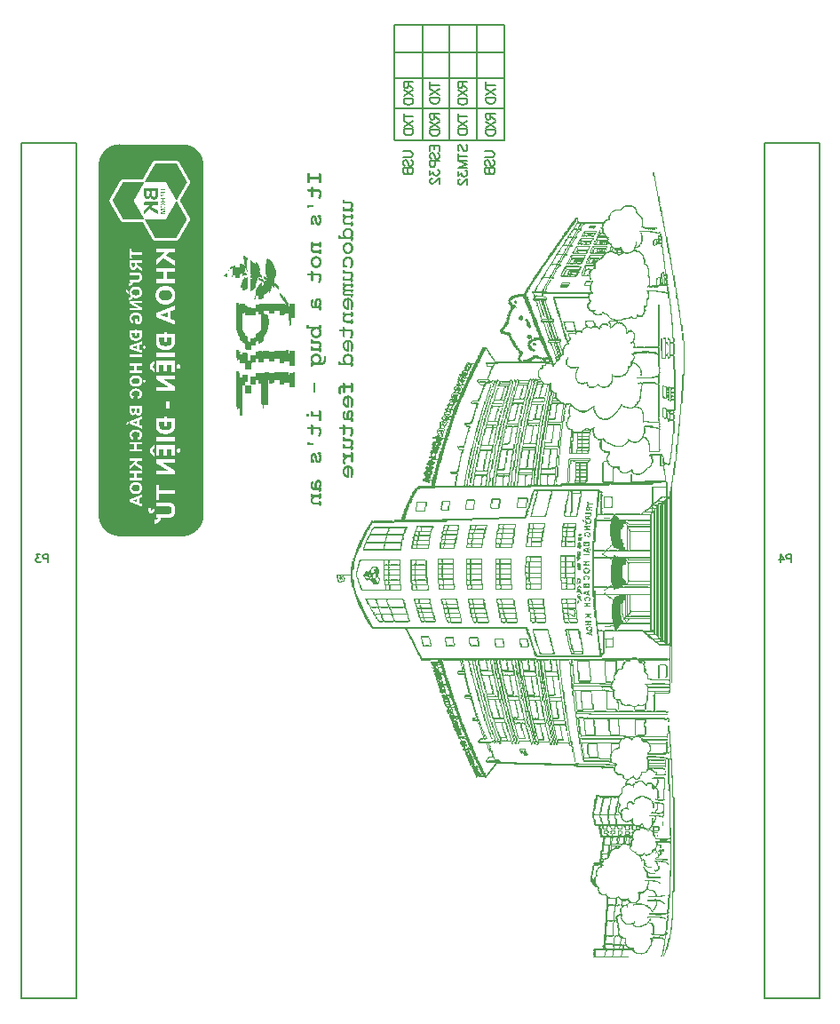
<source format=gbo>
G04*
G04 #@! TF.GenerationSoftware,Altium Limited,Altium Designer,21.0.8 (223)*
G04*
G04 Layer_Color=32896*
%FSTAX24Y24*%
%MOIN*%
G70*
G04*
G04 #@! TF.SameCoordinates,41972824-9B57-438F-98A6-91DE107BC887*
G04*
G04*
G04 #@! TF.FilePolarity,Positive*
G04*
G01*
G75*
%ADD10C,0.0079*%
%ADD16C,0.0070*%
%ADD20C,0.0060*%
G36*
X038727Y04555D02*
X038787D01*
Y045547D01*
X038816D01*
Y045545D01*
X038832D01*
Y045542D01*
X03885D01*
Y04554D01*
X038879D01*
Y045537D01*
X038892D01*
Y045534D01*
X0389D01*
Y045532D01*
X038905D01*
Y045529D01*
X038921D01*
Y045526D01*
X038936D01*
Y045524D01*
X038944D01*
Y045521D01*
X038949D01*
Y045519D01*
X038957D01*
Y045516D01*
X03897D01*
Y045513D01*
X038978D01*
Y045511D01*
X038983D01*
Y045508D01*
X038989D01*
Y045505D01*
X038994D01*
Y045503D01*
X039007D01*
Y0455D01*
X039015D01*
Y045498D01*
X03902D01*
Y045495D01*
X039025D01*
Y045492D01*
X039031D01*
Y04549D01*
X039041D01*
Y045487D01*
X039046D01*
Y045485D01*
X039051D01*
Y045482D01*
X039054D01*
Y045479D01*
X039062D01*
Y045477D01*
X03907D01*
Y045474D01*
X039075D01*
Y045471D01*
X039078D01*
Y045469D01*
X03908D01*
Y045466D01*
X039088D01*
Y045464D01*
X039099D01*
Y045461D01*
X039101D01*
Y045458D01*
X039104D01*
Y045456D01*
X039109D01*
Y045453D01*
X039114D01*
Y045451D01*
X03912D01*
Y045448D01*
X039122D01*
Y045445D01*
X039127D01*
Y045443D01*
X03913D01*
Y04544D01*
X039138D01*
Y045437D01*
X039143D01*
Y045435D01*
X039146D01*
Y045432D01*
X039148D01*
Y04543D01*
X039154D01*
Y045427D01*
X039159D01*
Y045424D01*
X039164D01*
Y045422D01*
X039167D01*
Y045419D01*
X039169D01*
Y045416D01*
X039175D01*
Y045414D01*
X03918D01*
Y045411D01*
X039182D01*
Y045409D01*
X039185D01*
Y045406D01*
X039188D01*
Y045403D01*
X039193D01*
Y045401D01*
X039195D01*
Y045398D01*
X039198D01*
Y045396D01*
X039201D01*
Y045393D01*
X039206D01*
Y04539D01*
X039209D01*
Y045388D01*
X039214D01*
Y045385D01*
X039216D01*
Y045382D01*
X039219D01*
Y04538D01*
X039222D01*
Y045377D01*
X039227D01*
Y045375D01*
X039232D01*
Y045372D01*
X039235D01*
Y045369D01*
X039237D01*
Y045367D01*
X03924D01*
Y045364D01*
X039243D01*
Y045361D01*
X039248D01*
Y045356D01*
X03925D01*
Y045354D01*
X039253D01*
Y045351D01*
X039258D01*
Y045348D01*
X039261D01*
Y045346D01*
X039264D01*
Y045343D01*
X039266D01*
Y045341D01*
X039269D01*
Y045338D01*
X039271D01*
Y045335D01*
X039274D01*
Y045333D01*
X039277D01*
Y04533D01*
X039279D01*
Y045327D01*
X039282D01*
Y045325D01*
X039287D01*
Y045322D01*
X03929D01*
Y045317D01*
X039292D01*
Y045314D01*
X039295D01*
Y045312D01*
X039298D01*
Y045309D01*
X0393D01*
Y045306D01*
X039303D01*
Y045304D01*
X039305D01*
Y045301D01*
X039308D01*
Y045299D01*
X039311D01*
Y045296D01*
X039313D01*
Y045291D01*
X039316D01*
Y045288D01*
X039319D01*
Y045286D01*
X039324D01*
Y04528D01*
X039326D01*
Y045278D01*
X039329D01*
Y045275D01*
X039332D01*
Y045272D01*
X039334D01*
Y04527D01*
X039337D01*
Y045265D01*
X03934D01*
Y045262D01*
X039342D01*
Y045259D01*
X039345D01*
Y045257D01*
X039347D01*
Y045251D01*
X03935D01*
Y045249D01*
X039353D01*
Y045244D01*
X039355D01*
Y045241D01*
X039358D01*
Y045238D01*
X03936D01*
Y045236D01*
X039363D01*
Y045231D01*
X039366D01*
Y045225D01*
X039368D01*
Y045223D01*
X039371D01*
Y04522D01*
X039374D01*
Y045217D01*
X039376D01*
Y045212D01*
X039379D01*
Y045207D01*
X039381D01*
Y045204D01*
X039384D01*
Y045202D01*
X039387D01*
Y045196D01*
X039389D01*
Y045191D01*
X039392D01*
Y045189D01*
X039395D01*
Y045186D01*
X039397D01*
Y045181D01*
X0394D01*
Y045176D01*
X039402D01*
Y04517D01*
X039405D01*
Y045165D01*
X039408D01*
Y045162D01*
X03941D01*
Y04516D01*
X039413D01*
Y045155D01*
X039415D01*
Y045149D01*
X039418D01*
Y045147D01*
X039421D01*
Y045144D01*
X039423D01*
Y045139D01*
X039426D01*
Y045128D01*
X039429D01*
Y045123D01*
X039431D01*
Y045118D01*
X039434D01*
Y045115D01*
X039436D01*
Y04511D01*
X039439D01*
Y0451D01*
X039442D01*
Y045094D01*
X039444D01*
Y045092D01*
X039447D01*
Y045087D01*
X03945D01*
Y045079D01*
X039452D01*
Y045071D01*
X039455D01*
Y045066D01*
X039457D01*
Y045063D01*
X03946D01*
Y045055D01*
X039463D01*
Y045047D01*
X039465D01*
Y045037D01*
X039468D01*
Y045032D01*
X03947D01*
Y045029D01*
X039473D01*
Y045024D01*
X039476D01*
Y045013D01*
X039478D01*
Y045005D01*
X039481D01*
Y044997D01*
X039484D01*
Y044992D01*
X039486D01*
Y044984D01*
X039489D01*
Y044963D01*
X039491D01*
Y044956D01*
X039494D01*
Y044948D01*
X039497D01*
Y04494D01*
X039499D01*
Y044929D01*
X039502D01*
Y031467D01*
X039499D01*
Y031457D01*
X039497D01*
Y031449D01*
X039494D01*
Y031444D01*
X039491D01*
Y031433D01*
X039489D01*
Y031415D01*
X039486D01*
Y031405D01*
X039484D01*
Y031399D01*
X039481D01*
Y031394D01*
X039478D01*
Y031386D01*
X039476D01*
Y031376D01*
X039473D01*
Y03137D01*
X03947D01*
Y031365D01*
X039468D01*
Y03136D01*
X039465D01*
Y031352D01*
X039463D01*
Y031342D01*
X03946D01*
Y031336D01*
X039457D01*
Y031331D01*
X039455D01*
Y031326D01*
X039452D01*
Y031318D01*
X03945D01*
Y03131D01*
X039447D01*
Y031308D01*
X039444D01*
Y031302D01*
X039442D01*
Y031297D01*
X039439D01*
Y031289D01*
X039436D01*
Y031281D01*
X039434D01*
Y031279D01*
X039431D01*
Y031276D01*
X039429D01*
Y031268D01*
X039426D01*
Y031261D01*
X039423D01*
Y031255D01*
X039421D01*
Y031253D01*
X039418D01*
Y03125D01*
X039415D01*
Y031245D01*
X039413D01*
Y031237D01*
X03941D01*
Y031234D01*
X039408D01*
Y031232D01*
X039405D01*
Y031226D01*
X039402D01*
Y031221D01*
X0394D01*
Y031216D01*
X039397D01*
Y031213D01*
X039395D01*
Y031211D01*
X039392D01*
Y031208D01*
X039389D01*
Y0312D01*
X039387D01*
Y031195D01*
X039384D01*
Y031192D01*
X039381D01*
Y03119D01*
X039379D01*
Y031187D01*
X039376D01*
Y031182D01*
X039374D01*
Y031177D01*
X039371D01*
Y031174D01*
X039368D01*
Y031171D01*
X039366D01*
Y031169D01*
X039363D01*
Y031164D01*
X03936D01*
Y031158D01*
X039358D01*
Y031156D01*
X039355D01*
Y031153D01*
X039353D01*
Y031151D01*
X03935D01*
Y031145D01*
X039347D01*
Y03114D01*
X039345D01*
Y031137D01*
X039342D01*
Y031135D01*
X03934D01*
Y031132D01*
X039337D01*
Y03113D01*
X039334D01*
Y031127D01*
X039332D01*
Y031124D01*
X039329D01*
Y031122D01*
X039326D01*
Y031116D01*
X039324D01*
Y031114D01*
X039321D01*
Y031111D01*
X039319D01*
Y031109D01*
X039316D01*
Y031106D01*
X039313D01*
Y031103D01*
X039311D01*
Y031101D01*
X039308D01*
Y031098D01*
X039305D01*
Y031096D01*
X039303D01*
Y03109D01*
X0393D01*
Y031088D01*
X039298D01*
Y031085D01*
X039295D01*
Y031082D01*
X039292D01*
Y03108D01*
X03929D01*
Y031077D01*
X039287D01*
Y031075D01*
X039285D01*
Y031072D01*
X039282D01*
Y031069D01*
X039279D01*
Y031067D01*
X039277D01*
Y031064D01*
X039274D01*
Y031061D01*
X039269D01*
Y031059D01*
X039266D01*
Y031056D01*
X039264D01*
Y031054D01*
X039261D01*
Y031051D01*
X039258D01*
Y031048D01*
X039256D01*
Y031046D01*
X039253D01*
Y031043D01*
X03925D01*
Y031041D01*
X039248D01*
Y031038D01*
X039245D01*
Y031035D01*
X03924D01*
Y031033D01*
X039237D01*
Y03103D01*
X039235D01*
Y031027D01*
X039232D01*
Y031025D01*
X03923D01*
Y031022D01*
X039224D01*
Y03102D01*
X039222D01*
Y031017D01*
X039219D01*
Y031014D01*
X039216D01*
Y031012D01*
X039211D01*
Y031009D01*
X039209D01*
Y031007D01*
X039206D01*
Y031004D01*
X039201D01*
Y031001D01*
X039198D01*
Y030999D01*
X039193D01*
Y030996D01*
X03919D01*
Y030993D01*
X039188D01*
Y030991D01*
X039185D01*
Y030988D01*
X039182D01*
Y030986D01*
X039177D01*
Y030983D01*
X039175D01*
Y03098D01*
X039172D01*
Y030978D01*
X039167D01*
Y030975D01*
X039161D01*
Y030972D01*
X039156D01*
Y03097D01*
X039151D01*
Y030967D01*
X039148D01*
Y030965D01*
X039146D01*
Y030962D01*
X039138D01*
Y030959D01*
X039133D01*
Y030957D01*
X03913D01*
Y030954D01*
X039127D01*
Y030952D01*
X039122D01*
Y030949D01*
X039117D01*
Y030946D01*
X039112D01*
Y030944D01*
X039109D01*
Y030941D01*
X039106D01*
Y030938D01*
X039099D01*
Y030936D01*
X039091D01*
Y030933D01*
X039086D01*
Y030931D01*
X039083D01*
Y030928D01*
X039078D01*
Y030925D01*
X039072D01*
Y030923D01*
X039065D01*
Y03092D01*
X039059D01*
Y030917D01*
X039057D01*
Y030915D01*
X039051D01*
Y030912D01*
X039041D01*
Y03091D01*
X039036D01*
Y030907D01*
X039031D01*
Y030904D01*
X039028D01*
Y030902D01*
X03902D01*
Y030899D01*
X039007D01*
Y030897D01*
X038999D01*
Y030894D01*
X038996D01*
Y030891D01*
X038991D01*
Y030889D01*
X038983D01*
Y030886D01*
X03897D01*
Y030883D01*
X038965D01*
Y030881D01*
X038957D01*
Y030878D01*
X038952D01*
Y030876D01*
X038939D01*
Y030873D01*
X038923D01*
Y03087D01*
X038915D01*
Y030868D01*
X03891D01*
Y030865D01*
X0389D01*
Y030862D01*
X038884D01*
Y03086D01*
X03886D01*
Y030857D01*
X03885D01*
Y030855D01*
X038837D01*
Y030852D01*
X038824D01*
Y030849D01*
X038758D01*
Y030847D01*
X036346D01*
Y030849D01*
X036278D01*
Y030852D01*
X036263D01*
Y030855D01*
X036252D01*
Y030857D01*
X036242D01*
Y03086D01*
X036221D01*
Y030862D01*
X036202D01*
Y030865D01*
X036195D01*
Y030868D01*
X036187D01*
Y03087D01*
X036179D01*
Y030873D01*
X036163D01*
Y030876D01*
X03615D01*
Y030878D01*
X036142D01*
Y030881D01*
X036137D01*
Y030883D01*
X036132D01*
Y030886D01*
X036121D01*
Y030889D01*
X036113D01*
Y030891D01*
X036108D01*
Y030894D01*
X036103D01*
Y030897D01*
X036098D01*
Y030899D01*
X036085D01*
Y030902D01*
X036077D01*
Y030904D01*
X036072D01*
Y030907D01*
X036066D01*
Y03091D01*
X036061D01*
Y030912D01*
X036053D01*
Y030915D01*
X036048D01*
Y030917D01*
X036043D01*
Y03092D01*
X03604D01*
Y030923D01*
X036032D01*
Y030925D01*
X036024D01*
Y030928D01*
X036019D01*
Y030931D01*
X036017D01*
Y030933D01*
X036014D01*
Y030936D01*
X036006D01*
Y030938D01*
X035998D01*
Y030941D01*
X035993D01*
Y030944D01*
X03599D01*
Y030946D01*
X035988D01*
Y030949D01*
X03598D01*
Y030952D01*
X035975D01*
Y030954D01*
X035972D01*
Y030957D01*
X035969D01*
Y030959D01*
X035964D01*
Y030962D01*
X035959D01*
Y030965D01*
X035954D01*
Y030967D01*
X035951D01*
Y03097D01*
X035948D01*
Y030972D01*
X035943D01*
Y030975D01*
X035935D01*
Y030978D01*
X035933D01*
Y03098D01*
X03593D01*
Y030983D01*
X035928D01*
Y030986D01*
X035922D01*
Y030988D01*
X03592D01*
Y030991D01*
X035914D01*
Y030993D01*
X035912D01*
Y030996D01*
X035909D01*
Y030999D01*
X035904D01*
Y031001D01*
X035901D01*
Y031004D01*
X035899D01*
Y031007D01*
X035896D01*
Y031009D01*
X035893D01*
Y031012D01*
X035888D01*
Y031014D01*
X035883D01*
Y031017D01*
X03588D01*
Y03102D01*
X035878D01*
Y031022D01*
X035875D01*
Y031025D01*
X03587D01*
Y031027D01*
X035867D01*
Y03103D01*
X035865D01*
Y031033D01*
X035862D01*
Y031035D01*
X035859D01*
Y031038D01*
X035857D01*
Y031041D01*
X035852D01*
Y031043D01*
X035849D01*
Y031046D01*
X035846D01*
Y031048D01*
X035844D01*
Y031051D01*
X035841D01*
Y031054D01*
X035838D01*
Y031056D01*
X035836D01*
Y031059D01*
X035833D01*
Y031061D01*
X035831D01*
Y031064D01*
X035825D01*
Y031067D01*
X035823D01*
Y031069D01*
X03582D01*
Y031072D01*
X035818D01*
Y031075D01*
X035815D01*
Y031077D01*
X035812D01*
Y03108D01*
X03581D01*
Y031082D01*
X035807D01*
Y031088D01*
X035802D01*
Y03109D01*
X035799D01*
Y031096D01*
X035797D01*
Y031098D01*
X035794D01*
Y031101D01*
X035791D01*
Y031103D01*
X035789D01*
Y031106D01*
X035786D01*
Y031109D01*
X035784D01*
Y031114D01*
X035781D01*
Y031116D01*
X035778D01*
Y031119D01*
X035776D01*
Y031122D01*
X035773D01*
Y031124D01*
X03577D01*
Y031127D01*
X035768D01*
Y031132D01*
X035765D01*
Y031135D01*
X035763D01*
Y031137D01*
X03576D01*
Y031143D01*
X035757D01*
Y031145D01*
X035755D01*
Y031148D01*
X035752D01*
Y031151D01*
X035749D01*
Y031156D01*
X035747D01*
Y031158D01*
X035744D01*
Y031164D01*
X035742D01*
Y031166D01*
X035739D01*
Y031169D01*
X035736D01*
Y031171D01*
X035734D01*
Y031177D01*
X035731D01*
Y031182D01*
X035729D01*
Y031185D01*
X035726D01*
Y031187D01*
X035723D01*
Y03119D01*
X035721D01*
Y031198D01*
X035718D01*
Y0312D01*
X035715D01*
Y031203D01*
X035713D01*
Y031206D01*
X03571D01*
Y031211D01*
X035708D01*
Y031216D01*
X035705D01*
Y031221D01*
X035702D01*
Y031224D01*
X0357D01*
Y031226D01*
X035697D01*
Y031232D01*
X035694D01*
Y031237D01*
X035692D01*
Y03124D01*
X035689D01*
Y031242D01*
X035687D01*
Y031247D01*
X035684D01*
Y031255D01*
X035681D01*
Y031261D01*
X035679D01*
Y031263D01*
X035676D01*
Y031268D01*
X035674D01*
Y031274D01*
X035671D01*
Y031284D01*
X035668D01*
Y031289D01*
X035666D01*
Y031292D01*
X035663D01*
Y031297D01*
X03566D01*
Y031302D01*
X035658D01*
Y03131D01*
X035655D01*
Y031316D01*
X035653D01*
Y031321D01*
X03565D01*
Y031323D01*
X035647D01*
Y031334D01*
X035645D01*
Y031342D01*
X035642D01*
Y031347D01*
X035639D01*
Y031352D01*
X035637D01*
Y031357D01*
X035634D01*
Y031368D01*
X035632D01*
Y031376D01*
X035629D01*
Y031381D01*
X035626D01*
Y031386D01*
X035624D01*
Y031391D01*
X035621D01*
Y031405D01*
X035619D01*
Y031418D01*
X035616D01*
Y031425D01*
X035613D01*
Y031431D01*
X035611D01*
Y031441D01*
X035608D01*
Y03146D01*
X035605D01*
Y031467D01*
X035603D01*
Y031478D01*
X0356D01*
Y031488D01*
X035598D01*
Y031507D01*
X035595D01*
Y031556D01*
X035592D01*
Y044843D01*
X035595D01*
Y04489D01*
X035598D01*
Y044908D01*
X0356D01*
Y044922D01*
X035603D01*
Y044929D01*
X035605D01*
Y04494D01*
X035608D01*
Y044956D01*
X035611D01*
Y044966D01*
X035613D01*
Y044974D01*
X035616D01*
Y044982D01*
X035619D01*
Y044992D01*
X035621D01*
Y045005D01*
X035624D01*
Y045013D01*
X035626D01*
Y045016D01*
X035629D01*
Y045021D01*
X035632D01*
Y045029D01*
X035634D01*
Y045039D01*
X035637D01*
Y045045D01*
X035639D01*
Y04505D01*
X035642D01*
Y045055D01*
X035645D01*
Y045066D01*
X035647D01*
Y045073D01*
X03565D01*
Y045079D01*
X035653D01*
Y045084D01*
X035655D01*
Y045087D01*
X035658D01*
Y045097D01*
X03566D01*
Y045102D01*
X035663D01*
Y045105D01*
X035666D01*
Y04511D01*
X035668D01*
Y045115D01*
X035671D01*
Y045123D01*
X035674D01*
Y045131D01*
X035676D01*
Y045134D01*
X035679D01*
Y045136D01*
X035681D01*
Y045144D01*
X035684D01*
Y045149D01*
X035687D01*
Y045152D01*
X035689D01*
Y045155D01*
X035692D01*
Y04516D01*
X035694D01*
Y045165D01*
X035697D01*
Y04517D01*
X0357D01*
Y045176D01*
X035705D01*
Y045181D01*
X035708D01*
Y045186D01*
X03571D01*
Y045191D01*
X035713D01*
Y045194D01*
X035715D01*
Y045196D01*
X035718D01*
Y045202D01*
X035721D01*
Y045207D01*
X035723D01*
Y045212D01*
X035726D01*
Y045215D01*
X035729D01*
Y045217D01*
X035731D01*
Y04522D01*
X035734D01*
Y045225D01*
X035736D01*
Y045228D01*
X035739D01*
Y045233D01*
X035742D01*
Y045236D01*
X035744D01*
Y045238D01*
X035747D01*
Y045244D01*
X035749D01*
Y045249D01*
X035755D01*
Y045254D01*
X035757D01*
Y045257D01*
X03576D01*
Y045262D01*
X035763D01*
Y045265D01*
X035765D01*
Y045267D01*
X035768D01*
Y04527D01*
X03577D01*
Y045272D01*
X035773D01*
Y045275D01*
X035776D01*
Y045278D01*
X035778D01*
Y04528D01*
X035781D01*
Y045283D01*
X035784D01*
Y045288D01*
X035786D01*
Y045291D01*
X035789D01*
Y045293D01*
X035791D01*
Y045296D01*
X035794D01*
Y045299D01*
X035797D01*
Y045304D01*
X035799D01*
Y045306D01*
X035802D01*
Y045309D01*
X035804D01*
Y045312D01*
X035807D01*
Y045314D01*
X03581D01*
Y045317D01*
X035812D01*
Y045322D01*
X035815D01*
Y045325D01*
X03582D01*
Y045327D01*
X035823D01*
Y04533D01*
X035825D01*
Y045333D01*
X035828D01*
Y045335D01*
X035831D01*
Y045338D01*
X035836D01*
Y045341D01*
X035838D01*
Y045343D01*
X035841D01*
Y045346D01*
X035844D01*
Y045348D01*
X035846D01*
Y045351D01*
X035849D01*
Y045354D01*
X035854D01*
Y045356D01*
X035857D01*
Y045359D01*
X035859D01*
Y045361D01*
X035862D01*
Y045364D01*
X035865D01*
Y045367D01*
X035867D01*
Y045369D01*
X03587D01*
Y045372D01*
X035873D01*
Y045375D01*
X035875D01*
Y045377D01*
X03588D01*
Y04538D01*
X035883D01*
Y045382D01*
X035886D01*
Y045385D01*
X035888D01*
Y045388D01*
X035893D01*
Y04539D01*
X035899D01*
Y045393D01*
X035901D01*
Y045396D01*
X035904D01*
Y045398D01*
X035907D01*
Y045401D01*
X035912D01*
Y045403D01*
X035914D01*
Y045406D01*
X035917D01*
Y045409D01*
X03592D01*
Y045411D01*
X035925D01*
Y045414D01*
X035928D01*
Y045416D01*
X035933D01*
Y045419D01*
X035935D01*
Y045422D01*
X035938D01*
Y045424D01*
X035943D01*
Y045427D01*
X035951D01*
Y04543D01*
X035954D01*
Y045432D01*
X035959D01*
Y045435D01*
X035962D01*
Y045437D01*
X035967D01*
Y04544D01*
X035972D01*
Y045443D01*
X035977D01*
Y045445D01*
X03598D01*
Y045448D01*
X035983D01*
Y045451D01*
X035988D01*
Y045453D01*
X035996D01*
Y045456D01*
X035998D01*
Y045458D01*
X036003D01*
Y045461D01*
X036006D01*
Y045464D01*
X036014D01*
Y045466D01*
X036022D01*
Y045469D01*
X036024D01*
Y045471D01*
X03603D01*
Y045474D01*
X036035D01*
Y045477D01*
X036043D01*
Y045479D01*
X036051D01*
Y045482D01*
X036053D01*
Y045485D01*
X036056D01*
Y045487D01*
X036061D01*
Y04549D01*
X036072D01*
Y045492D01*
X036079D01*
Y045495D01*
X036082D01*
Y045498D01*
X036087D01*
Y0455D01*
X036098D01*
Y045503D01*
X036108D01*
Y045505D01*
X036116D01*
Y045508D01*
X036119D01*
Y045511D01*
X036124D01*
Y045513D01*
X036134D01*
Y045516D01*
X036145D01*
Y045519D01*
X036153D01*
Y045521D01*
X036161D01*
Y045524D01*
X036168D01*
Y045526D01*
X036184D01*
Y045529D01*
X036197D01*
Y045532D01*
X036205D01*
Y045534D01*
X036213D01*
Y045537D01*
X036223D01*
Y04554D01*
X036252D01*
Y045542D01*
X036271D01*
Y045545D01*
X036284D01*
Y045547D01*
X03631D01*
Y04555D01*
X036362D01*
Y045553D01*
X036378D01*
Y04555D01*
X038722D01*
Y045553D01*
X038727D01*
Y04555D01*
D02*
G37*
G36*
X043905Y044468D02*
X04391D01*
Y044466D01*
X043915D01*
Y044463D01*
X043918D01*
Y044461D01*
X04392D01*
Y044458D01*
X043925D01*
Y044453D01*
X043928D01*
Y044448D01*
X04393D01*
Y044445D01*
X043933D01*
Y04444D01*
X043936D01*
Y044422D01*
X043938D01*
Y044136D01*
X043936D01*
Y044121D01*
X043933D01*
Y044116D01*
X04393D01*
Y044113D01*
X043928D01*
Y044108D01*
X043925D01*
Y044103D01*
X043923D01*
Y0441D01*
X04392D01*
Y044098D01*
X043915D01*
Y044095D01*
X043912D01*
Y044093D01*
X043907D01*
Y04409D01*
X043879D01*
Y044093D01*
X043874D01*
Y044095D01*
X043871D01*
Y044098D01*
X043866D01*
Y0441D01*
X043864D01*
Y044103D01*
X043861D01*
Y044108D01*
X043858D01*
Y044111D01*
X043856D01*
Y044113D01*
X043853D01*
Y044121D01*
X043851D01*
Y044232D01*
X043848D01*
Y044234D01*
X043846D01*
Y044237D01*
X043511D01*
Y044234D01*
X043508D01*
Y044232D01*
X043506D01*
Y044123D01*
X043503D01*
Y044116D01*
X043501D01*
Y044111D01*
X043498D01*
Y044108D01*
X043496D01*
Y044103D01*
X043493D01*
Y0441D01*
X043488D01*
Y044098D01*
X043485D01*
Y044095D01*
X043483D01*
Y044093D01*
X043478D01*
Y04409D01*
X043447D01*
Y044093D01*
X043444D01*
Y044095D01*
X043442D01*
Y044098D01*
X043436D01*
Y0441D01*
X043434D01*
Y044103D01*
X043431D01*
Y044105D01*
X043429D01*
Y044111D01*
X043426D01*
Y044116D01*
X043424D01*
Y044118D01*
X043421D01*
Y044131D01*
X043418D01*
Y044432D01*
X043421D01*
Y044443D01*
X043424D01*
Y044445D01*
X043426D01*
Y04445D01*
X043429D01*
Y044455D01*
X043431D01*
Y044458D01*
X043434D01*
Y044461D01*
X043439D01*
Y044463D01*
X043442D01*
Y044466D01*
X043444D01*
Y044468D01*
X043449D01*
Y044471D01*
X043475D01*
Y044468D01*
X04348D01*
Y044466D01*
X043485D01*
Y044463D01*
X043488D01*
Y044461D01*
X04349D01*
Y044458D01*
X043493D01*
Y044455D01*
X043496D01*
Y044453D01*
X043498D01*
Y04445D01*
X043501D01*
Y044445D01*
X043503D01*
Y044437D01*
X043506D01*
Y044327D01*
X043508D01*
Y044324D01*
X043848D01*
Y044329D01*
X043851D01*
Y04444D01*
X043853D01*
Y044445D01*
X043856D01*
Y04445D01*
X043858D01*
Y044453D01*
X043861D01*
Y044455D01*
X043864D01*
Y044458D01*
X043866D01*
Y044461D01*
X043869D01*
Y044463D01*
X043871D01*
Y044466D01*
X043874D01*
Y044468D01*
X043882D01*
Y044471D01*
X043905D01*
Y044468D01*
D02*
G37*
G36*
X043609Y043951D02*
X043614D01*
Y043949D01*
X043617D01*
Y043946D01*
X043619D01*
Y043943D01*
X043622D01*
Y043941D01*
X043627D01*
Y043936D01*
X043629D01*
Y043928D01*
X043632D01*
Y043923D01*
X043635D01*
Y043915D01*
X043637D01*
Y043871D01*
X04364D01*
Y043869D01*
X043642D01*
Y043866D01*
X043835D01*
Y043864D01*
X043856D01*
Y043861D01*
X043861D01*
Y043858D01*
X043866D01*
Y043856D01*
X043874D01*
Y043853D01*
X043882D01*
Y043851D01*
X043887D01*
Y043848D01*
X043889D01*
Y043846D01*
X043892D01*
Y043843D01*
X043897D01*
Y04384D01*
X0439D01*
Y043838D01*
X043902D01*
Y043835D01*
X043905D01*
Y043833D01*
X043907D01*
Y04383D01*
X04391D01*
Y043828D01*
X043912D01*
Y043825D01*
X043915D01*
Y043822D01*
X043918D01*
Y04382D01*
X04392D01*
Y043817D01*
X043923D01*
Y043812D01*
X043925D01*
Y043807D01*
X043928D01*
Y043802D01*
X04393D01*
Y043799D01*
X043933D01*
Y043797D01*
X043936D01*
Y043786D01*
X043938D01*
Y043776D01*
X043941D01*
Y043771D01*
X043943D01*
Y043763D01*
X043946D01*
Y043753D01*
X043948D01*
Y043717D01*
X043951D01*
Y043684D01*
X043948D01*
Y043653D01*
X043946D01*
Y04364D01*
X043943D01*
Y043632D01*
X043941D01*
Y043624D01*
X043938D01*
Y043606D01*
X043936D01*
Y043596D01*
X043933D01*
Y043588D01*
X04393D01*
Y043583D01*
X043928D01*
Y043575D01*
X043925D01*
Y043563D01*
X043923D01*
Y043555D01*
X04392D01*
Y043552D01*
X043918D01*
Y04355D01*
X043915D01*
Y043542D01*
X043912D01*
Y043534D01*
X04391D01*
Y043532D01*
X043907D01*
Y043527D01*
X043905D01*
Y043524D01*
X043902D01*
Y043521D01*
X0439D01*
Y043516D01*
X043897D01*
Y043514D01*
X043894D01*
Y043511D01*
X043892D01*
Y043509D01*
X043887D01*
Y043506D01*
X043882D01*
Y043503D01*
X043874D01*
Y043501D01*
X043858D01*
Y043503D01*
X043853D01*
Y043506D01*
X043846D01*
Y043509D01*
X04384D01*
Y043511D01*
X043838D01*
Y043516D01*
X043835D01*
Y043519D01*
X043833D01*
Y043521D01*
X04383D01*
Y043524D01*
X043828D01*
Y043529D01*
X043825D01*
Y043557D01*
X043828D01*
Y043565D01*
X04383D01*
Y04357D01*
X043833D01*
Y043575D01*
X043835D01*
Y043581D01*
X043838D01*
Y043588D01*
X04384D01*
Y043596D01*
X043843D01*
Y043601D01*
X043846D01*
Y043604D01*
X043848D01*
Y043612D01*
X043851D01*
Y043624D01*
X043853D01*
Y043635D01*
X043856D01*
Y043642D01*
X043858D01*
Y043653D01*
X043861D01*
Y043671D01*
X043864D01*
Y04373D01*
X043861D01*
Y043745D01*
X043858D01*
Y04375D01*
X043856D01*
Y043753D01*
X043853D01*
Y043761D01*
X043851D01*
Y043766D01*
X043848D01*
Y043768D01*
X043843D01*
Y043771D01*
X043838D01*
Y043774D01*
X043833D01*
Y043776D01*
X043822D01*
Y043779D01*
X043645D01*
Y043776D01*
X04364D01*
Y043771D01*
X043637D01*
Y043599D01*
X043635D01*
Y043591D01*
X043632D01*
Y043583D01*
X043629D01*
Y043575D01*
X043627D01*
Y043573D01*
X043624D01*
Y04357D01*
X043622D01*
Y043568D01*
X043619D01*
Y043565D01*
X043617D01*
Y043563D01*
X043614D01*
Y04356D01*
X043609D01*
Y043557D01*
X043578D01*
Y04356D01*
X043573D01*
Y043563D01*
X04357D01*
Y043565D01*
X043568D01*
Y043568D01*
X043565D01*
Y04357D01*
X04356D01*
Y043573D01*
X043557D01*
Y043578D01*
X043555D01*
Y043586D01*
X043552D01*
Y043601D01*
X04355D01*
Y043771D01*
X043547D01*
Y043774D01*
X043545D01*
Y043776D01*
X043539D01*
Y043779D01*
X043442D01*
Y043781D01*
X043434D01*
Y043784D01*
X043431D01*
Y043786D01*
X043429D01*
Y043789D01*
X043426D01*
Y043792D01*
X043421D01*
Y043797D01*
X043418D01*
Y043802D01*
X043416D01*
Y043807D01*
X043413D01*
Y043815D01*
X043411D01*
Y043828D01*
X043413D01*
Y043835D01*
X043416D01*
Y04384D01*
X043418D01*
Y043846D01*
X043421D01*
Y043851D01*
X043424D01*
Y043853D01*
X043429D01*
Y043856D01*
X043434D01*
Y043858D01*
X043439D01*
Y043861D01*
X043444D01*
Y043864D01*
X043457D01*
Y043866D01*
X043545D01*
Y043869D01*
X043547D01*
Y043871D01*
X04355D01*
Y043913D01*
X043552D01*
Y043925D01*
X043555D01*
Y043936D01*
X043557D01*
Y043938D01*
X04356D01*
Y043941D01*
X043563D01*
Y043943D01*
X043565D01*
Y043946D01*
X043568D01*
Y043949D01*
X04357D01*
Y043951D01*
X043578D01*
Y043954D01*
X043609D01*
Y043951D01*
D02*
G37*
G36*
X043424Y043285D02*
X043444D01*
Y043282D01*
X04346D01*
Y04328D01*
X043472D01*
Y043277D01*
X043488D01*
Y043274D01*
X043519D01*
Y043272D01*
X043539D01*
Y043269D01*
X043555D01*
Y043267D01*
X043565D01*
Y043264D01*
X043583D01*
Y043262D01*
X043617D01*
Y043259D01*
X043632D01*
Y043256D01*
X04364D01*
Y043254D01*
X043645D01*
Y043251D01*
X04365D01*
Y043249D01*
X043653D01*
Y043244D01*
X043655D01*
Y043238D01*
X043658D01*
Y043223D01*
X043655D01*
Y043218D01*
X043653D01*
Y043213D01*
X04365D01*
Y04321D01*
X043645D01*
Y043208D01*
X04364D01*
Y043205D01*
X043635D01*
Y043202D01*
X043619D01*
Y0432D01*
X043583D01*
Y043197D01*
X043563D01*
Y043195D01*
X04355D01*
Y043192D01*
X043534D01*
Y04319D01*
X043516D01*
Y043187D01*
X043478D01*
Y043184D01*
X04346D01*
Y043182D01*
X043447D01*
Y043179D01*
X043429D01*
Y043177D01*
X043406D01*
Y043179D01*
X043403D01*
Y043282D01*
X043406D01*
Y043285D01*
X043411D01*
Y043287D01*
X043424D01*
Y043285D01*
D02*
G37*
G36*
X044795Y043475D02*
X044803D01*
Y043473D01*
X044808D01*
Y04347D01*
X044813D01*
Y043467D01*
X044818D01*
Y043465D01*
X044821D01*
Y04346D01*
X044823D01*
Y043452D01*
X044826D01*
Y043437D01*
X044828D01*
Y043413D01*
X044831D01*
Y043408D01*
X044836D01*
Y043406D01*
X044844D01*
Y043403D01*
X044859D01*
Y043406D01*
X044864D01*
Y043403D01*
X045042D01*
Y043401D01*
X045052D01*
Y043398D01*
X045062D01*
Y043395D01*
X045073D01*
Y043393D01*
X045078D01*
Y04339D01*
X04508D01*
Y043388D01*
X045083D01*
Y043385D01*
X045088D01*
Y043383D01*
X045093D01*
Y04338D01*
X045096D01*
Y043377D01*
X045098D01*
Y043375D01*
X045101D01*
Y043372D01*
X045104D01*
Y04337D01*
X045106D01*
Y043367D01*
X045109D01*
Y043365D01*
X045111D01*
Y043362D01*
X045114D01*
Y043359D01*
X045116D01*
Y043357D01*
X045119D01*
Y043352D01*
X045122D01*
Y043347D01*
X045124D01*
Y043344D01*
X045127D01*
Y043339D01*
X045129D01*
Y043336D01*
X045132D01*
Y043323D01*
X045134D01*
Y043316D01*
X045137D01*
Y04331D01*
X04514D01*
Y043305D01*
X045142D01*
Y043282D01*
X045145D01*
Y04328D01*
X045142D01*
Y043277D01*
X045145D01*
Y043262D01*
X045142D01*
Y043231D01*
X04514D01*
Y043223D01*
X045137D01*
Y043213D01*
X045134D01*
Y043202D01*
X045132D01*
Y043187D01*
X045129D01*
Y043179D01*
X045127D01*
Y043174D01*
X045124D01*
Y043169D01*
X045122D01*
Y043161D01*
X045119D01*
Y043154D01*
X045116D01*
Y043146D01*
X045114D01*
Y043133D01*
X045116D01*
Y04313D01*
X045122D01*
Y043128D01*
X045127D01*
Y043125D01*
X045129D01*
Y04312D01*
X045132D01*
Y043105D01*
X045129D01*
Y0431D01*
X045132D01*
Y043043D01*
X045129D01*
Y043028D01*
X045127D01*
Y043022D01*
X045124D01*
Y043017D01*
X045122D01*
Y043012D01*
X045119D01*
Y043007D01*
X045116D01*
Y043004D01*
X045111D01*
Y043002D01*
X045109D01*
Y042999D01*
X045104D01*
Y042997D01*
X045098D01*
Y042994D01*
X045078D01*
Y042997D01*
X045075D01*
Y042999D01*
X04507D01*
Y043002D01*
X045068D01*
Y043004D01*
X045062D01*
Y043009D01*
X04506D01*
Y043012D01*
X045057D01*
Y043015D01*
X045055D01*
Y04302D01*
X045052D01*
Y043028D01*
X04505D01*
Y043043D01*
X045047D01*
Y043048D01*
X045042D01*
Y043051D01*
X044754D01*
Y043056D01*
X044751D01*
Y043182D01*
X044754D01*
Y0432D01*
X044756D01*
Y043202D01*
X044759D01*
Y043205D01*
X044761D01*
Y043208D01*
X044764D01*
Y04321D01*
X044767D01*
Y043213D01*
X044772D01*
Y043215D01*
X044774D01*
Y043218D01*
X044782D01*
Y04322D01*
X044795D01*
Y043218D01*
X044803D01*
Y043215D01*
X044808D01*
Y043213D01*
X04481D01*
Y04321D01*
X044815D01*
Y043208D01*
X044821D01*
Y043202D01*
X044823D01*
Y043192D01*
X044826D01*
Y043179D01*
X044828D01*
Y043141D01*
X044831D01*
Y043136D01*
X044833D01*
Y043133D01*
X044836D01*
Y04313D01*
X044839D01*
Y043128D01*
X045008D01*
Y04313D01*
X045011D01*
Y043133D01*
X045014D01*
Y043136D01*
X045019D01*
Y043138D01*
X045021D01*
Y043141D01*
X045024D01*
Y043148D01*
X045026D01*
Y043154D01*
X045029D01*
Y043159D01*
X045032D01*
Y043161D01*
X045034D01*
Y043166D01*
X045037D01*
Y043174D01*
X045039D01*
Y043179D01*
X045042D01*
Y043184D01*
X045044D01*
Y043187D01*
X045047D01*
Y043192D01*
X04505D01*
Y043202D01*
X045052D01*
Y043213D01*
X045055D01*
Y043218D01*
X045057D01*
Y043223D01*
X04506D01*
Y043233D01*
X045062D01*
Y043292D01*
X04506D01*
Y043295D01*
X045057D01*
Y0433D01*
X045055D01*
Y043303D01*
X045052D01*
Y043305D01*
X04505D01*
Y04331D01*
X045047D01*
Y043313D01*
X045042D01*
Y043316D01*
X045037D01*
Y043318D01*
X045032D01*
Y043321D01*
X045029D01*
Y043323D01*
X045014D01*
Y043326D01*
X044769D01*
Y043323D01*
X044759D01*
Y043326D01*
X044754D01*
Y043329D01*
X044751D01*
Y043439D01*
X044754D01*
Y043457D01*
X044756D01*
Y04346D01*
X044759D01*
Y043465D01*
X044761D01*
Y043467D01*
X044767D01*
Y04347D01*
X044769D01*
Y043473D01*
X044774D01*
Y043475D01*
X044782D01*
Y043478D01*
X044795D01*
Y043475D01*
D02*
G37*
G36*
X045098Y04294D02*
X045109D01*
Y042937D01*
X045114D01*
Y042935D01*
X045116D01*
Y042932D01*
X045119D01*
Y042927D01*
X045122D01*
Y042922D01*
X045124D01*
Y042917D01*
X045127D01*
Y042912D01*
X045129D01*
Y042891D01*
X045132D01*
Y042783D01*
X045129D01*
Y042768D01*
X045127D01*
Y042763D01*
X045124D01*
Y042757D01*
X045122D01*
Y042752D01*
X045119D01*
Y042747D01*
X045116D01*
Y042744D01*
X045111D01*
Y042742D01*
X045109D01*
Y042739D01*
X045106D01*
Y042737D01*
X045101D01*
Y042734D01*
X045078D01*
Y042737D01*
X045073D01*
Y042739D01*
X04507D01*
Y042742D01*
X045065D01*
Y042744D01*
X045062D01*
Y04275D01*
X04506D01*
Y042752D01*
X045057D01*
Y042755D01*
X045055D01*
Y042757D01*
X045052D01*
Y042765D01*
X04505D01*
Y042793D01*
X045047D01*
Y042796D01*
X045044D01*
Y042799D01*
X044882D01*
Y042796D01*
X044877D01*
Y042793D01*
X044875D01*
Y042791D01*
X044872D01*
Y042788D01*
X044869D01*
Y042786D01*
X044867D01*
Y042783D01*
X044864D01*
Y042781D01*
X044862D01*
Y042778D01*
X044859D01*
Y042775D01*
X044857D01*
Y042773D01*
X044854D01*
Y04277D01*
X044851D01*
Y042768D01*
X044849D01*
Y042765D01*
X044846D01*
Y04276D01*
X044844D01*
Y042757D01*
X044841D01*
Y042755D01*
X044839D01*
Y042752D01*
X044836D01*
Y042747D01*
X044833D01*
Y042742D01*
X044831D01*
Y042737D01*
X044828D01*
Y042734D01*
X044826D01*
Y042726D01*
X044823D01*
Y042711D01*
X044821D01*
Y042696D01*
X044818D01*
Y04267D01*
X044821D01*
Y042654D01*
X044823D01*
Y042642D01*
X044826D01*
Y042636D01*
X044828D01*
Y042631D01*
X044831D01*
Y042629D01*
X044833D01*
Y042626D01*
X044836D01*
Y042621D01*
X044839D01*
Y042618D01*
X044841D01*
Y042616D01*
X044846D01*
Y042613D01*
X044851D01*
Y042611D01*
X044854D01*
Y042608D01*
X044859D01*
Y042606D01*
X045044D01*
Y042608D01*
X045047D01*
Y042611D01*
X04505D01*
Y042629D01*
X045052D01*
Y042636D01*
X045055D01*
Y042639D01*
X045057D01*
Y042644D01*
X04506D01*
Y042647D01*
X045062D01*
Y042652D01*
X045065D01*
Y042654D01*
X045073D01*
Y042657D01*
X045104D01*
Y042654D01*
X045111D01*
Y042652D01*
X045116D01*
Y042649D01*
X045119D01*
Y042644D01*
X045122D01*
Y042639D01*
X045124D01*
Y042634D01*
X045127D01*
Y042626D01*
X045129D01*
Y042608D01*
X045132D01*
Y042518D01*
X045129D01*
Y042503D01*
X045127D01*
Y042498D01*
X045124D01*
Y042492D01*
X045122D01*
Y042487D01*
X045119D01*
Y042485D01*
X045116D01*
Y04248D01*
X045114D01*
Y042477D01*
X045109D01*
Y042474D01*
X045098D01*
Y042472D01*
X045083D01*
Y042474D01*
X04507D01*
Y042477D01*
X045065D01*
Y04248D01*
X045062D01*
Y042485D01*
X04506D01*
Y042487D01*
X045057D01*
Y04249D01*
X045055D01*
Y042495D01*
X045052D01*
Y042503D01*
X04505D01*
Y042521D01*
X045047D01*
Y042523D01*
X045039D01*
Y042526D01*
X044854D01*
Y042528D01*
X044849D01*
Y042531D01*
X044839D01*
Y042534D01*
X044831D01*
Y042536D01*
X044818D01*
Y042539D01*
X044813D01*
Y042541D01*
X04481D01*
Y042544D01*
X044808D01*
Y042546D01*
X044803D01*
Y042549D01*
X044797D01*
Y042552D01*
X044792D01*
Y042554D01*
X04479D01*
Y042557D01*
X044787D01*
Y042559D01*
X044785D01*
Y042562D01*
X044782D01*
Y042564D01*
X044779D01*
Y042567D01*
X044777D01*
Y042572D01*
X044772D01*
Y042575D01*
X044769D01*
Y04258D01*
X044767D01*
Y042585D01*
X044764D01*
Y04259D01*
X044761D01*
Y042593D01*
X044759D01*
Y042595D01*
X044756D01*
Y0426D01*
X044754D01*
Y042611D01*
X044751D01*
Y042616D01*
X044749D01*
Y042621D01*
X044746D01*
Y042629D01*
X044743D01*
Y042639D01*
X044741D01*
Y042721D01*
X044743D01*
Y042732D01*
X044746D01*
Y042737D01*
X044749D01*
Y042742D01*
X044751D01*
Y04275D01*
X044754D01*
Y04276D01*
X044756D01*
Y042765D01*
X044759D01*
Y042768D01*
X044761D01*
Y042773D01*
X044764D01*
Y042775D01*
X044767D01*
Y042778D01*
X044769D01*
Y042781D01*
X044772D01*
Y042786D01*
X044774D01*
Y042796D01*
X044769D01*
Y042799D01*
X044756D01*
Y042801D01*
X044754D01*
Y042804D01*
X044751D01*
Y042894D01*
X044754D01*
Y042912D01*
X044756D01*
Y042917D01*
X044759D01*
Y042919D01*
X044761D01*
Y042922D01*
X044764D01*
Y042925D01*
X044767D01*
Y042927D01*
X044772D01*
Y04293D01*
X044779D01*
Y042932D01*
X0448D01*
Y04293D01*
X044805D01*
Y042927D01*
X044813D01*
Y042925D01*
X044815D01*
Y042922D01*
X044818D01*
Y042919D01*
X044821D01*
Y042917D01*
X044823D01*
Y042909D01*
X044826D01*
Y042896D01*
X044828D01*
Y042889D01*
X044831D01*
Y042883D01*
X044833D01*
Y042881D01*
X044839D01*
Y042878D01*
X045044D01*
Y042881D01*
X045047D01*
Y042883D01*
X04505D01*
Y042914D01*
X045052D01*
Y042922D01*
X045055D01*
Y042925D01*
X045057D01*
Y042927D01*
X04506D01*
Y042932D01*
X045062D01*
Y042935D01*
X045065D01*
Y042937D01*
X04507D01*
Y04294D01*
X045083D01*
Y042943D01*
X045098D01*
Y04294D01*
D02*
G37*
G36*
X043902Y042901D02*
X04391D01*
Y042899D01*
X043915D01*
Y042896D01*
X043918D01*
Y042894D01*
X043923D01*
Y042891D01*
X043925D01*
Y042886D01*
X043928D01*
Y042883D01*
X04393D01*
Y042881D01*
X043933D01*
Y042876D01*
X043936D01*
Y042847D01*
X043933D01*
Y042845D01*
X04393D01*
Y04284D01*
X043928D01*
Y042835D01*
X043925D01*
Y042824D01*
X043928D01*
Y042819D01*
X04393D01*
Y042814D01*
X043933D01*
Y042811D01*
X043936D01*
Y042801D01*
X043938D01*
Y042788D01*
X043941D01*
Y042781D01*
X043943D01*
Y042773D01*
X043946D01*
Y04276D01*
X043948D01*
Y042721D01*
X043951D01*
Y042688D01*
X043948D01*
Y042647D01*
X043946D01*
Y042639D01*
X043943D01*
Y042631D01*
X043941D01*
Y042621D01*
X043938D01*
Y042608D01*
X043936D01*
Y0426D01*
X043933D01*
Y042595D01*
X04393D01*
Y042593D01*
X043928D01*
Y042585D01*
X043925D01*
Y042577D01*
X043923D01*
Y042572D01*
X04392D01*
Y04257D01*
X043918D01*
Y042567D01*
X043915D01*
Y042562D01*
X043912D01*
Y042557D01*
X04391D01*
Y042552D01*
X043907D01*
Y042549D01*
X043905D01*
Y042546D01*
X043902D01*
Y042544D01*
X0439D01*
Y042541D01*
X043897D01*
Y042536D01*
X043894D01*
Y042534D01*
X043889D01*
Y042531D01*
X043887D01*
Y042528D01*
X043884D01*
Y042526D01*
X043882D01*
Y042523D01*
X043879D01*
Y042521D01*
X043874D01*
Y042518D01*
X043869D01*
Y042516D01*
X043864D01*
Y042513D01*
X043858D01*
Y04251D01*
X043851D01*
Y042508D01*
X043802D01*
Y04251D01*
X043791D01*
Y042513D01*
X043789D01*
Y042516D01*
X043784D01*
Y042518D01*
X043779D01*
Y042521D01*
X043773D01*
Y042523D01*
X043768D01*
Y042526D01*
X043766D01*
Y042528D01*
X043763D01*
Y042531D01*
X043761D01*
Y042534D01*
X043755D01*
Y042536D01*
X043753D01*
Y042539D01*
X04375D01*
Y042544D01*
X043745D01*
Y042546D01*
X043743D01*
Y042549D01*
X04374D01*
Y042554D01*
X043737D01*
Y042559D01*
X043735D01*
Y042562D01*
X043732D01*
Y042564D01*
X04373D01*
Y042567D01*
X043727D01*
Y042575D01*
X043725D01*
Y04258D01*
X043722D01*
Y042585D01*
X043719D01*
Y042588D01*
X043717D01*
Y042595D01*
X043714D01*
Y042606D01*
X043712D01*
Y042613D01*
X043709D01*
Y042618D01*
X043707D01*
Y042626D01*
X043704D01*
Y042642D01*
X043701D01*
Y042662D01*
X043699D01*
Y042672D01*
X043696D01*
Y042683D01*
X043694D01*
Y042696D01*
X043691D01*
Y042726D01*
X043689D01*
Y042744D01*
X043686D01*
Y042755D01*
X043683D01*
Y042763D01*
X043681D01*
Y042773D01*
X043678D01*
Y042783D01*
X043676D01*
Y042788D01*
X043673D01*
Y042791D01*
X043668D01*
Y042793D01*
X043665D01*
Y042796D01*
X043663D01*
Y042799D01*
X043653D01*
Y042796D01*
X043647D01*
Y042793D01*
X043645D01*
Y042791D01*
X043642D01*
Y042786D01*
X04364D01*
Y042778D01*
X043637D01*
Y042773D01*
X043635D01*
Y042768D01*
X043632D01*
Y04276D01*
X043629D01*
Y042739D01*
X043627D01*
Y042678D01*
X043629D01*
Y04266D01*
X043632D01*
Y042652D01*
X043635D01*
Y042647D01*
X043637D01*
Y042642D01*
X04364D01*
Y042634D01*
X043642D01*
Y042626D01*
X043645D01*
Y042621D01*
X043647D01*
Y042618D01*
X04365D01*
Y042616D01*
X043653D01*
Y042613D01*
X043655D01*
Y042611D01*
X043658D01*
Y042608D01*
X043663D01*
Y042606D01*
X043668D01*
Y042603D01*
X043673D01*
Y0426D01*
X043676D01*
Y042595D01*
X043678D01*
Y042593D01*
X043681D01*
Y042588D01*
X043683D01*
Y042582D01*
X043686D01*
Y042577D01*
X043689D01*
Y042559D01*
X043686D01*
Y042554D01*
X043683D01*
Y042549D01*
X043681D01*
Y042546D01*
X043678D01*
Y042541D01*
X043676D01*
Y042536D01*
X043671D01*
Y042534D01*
X043665D01*
Y042531D01*
X04366D01*
Y042528D01*
X043655D01*
Y042526D01*
X043637D01*
Y042523D01*
X043604D01*
Y042526D01*
X043586D01*
Y042528D01*
X043578D01*
Y042531D01*
X043573D01*
Y042534D01*
X043568D01*
Y042536D01*
X043563D01*
Y042539D01*
X04356D01*
Y042541D01*
X043557D01*
Y042546D01*
X043555D01*
Y042552D01*
X043552D01*
Y042559D01*
X04355D01*
Y042572D01*
X043552D01*
Y04258D01*
X043555D01*
Y042588D01*
X043557D01*
Y042606D01*
X043555D01*
Y042616D01*
X043552D01*
Y042624D01*
X04355D01*
Y042631D01*
X043547D01*
Y042636D01*
X043545D01*
Y042647D01*
X043542D01*
Y042672D01*
X043539D01*
Y042742D01*
X043542D01*
Y042768D01*
X043545D01*
Y042781D01*
X043547D01*
Y042786D01*
X04355D01*
Y042791D01*
X043552D01*
Y042799D01*
X043555D01*
Y042809D01*
X043557D01*
Y042814D01*
X04356D01*
Y042817D01*
X043563D01*
Y042822D01*
X043565D01*
Y042827D01*
X043568D01*
Y042832D01*
X04357D01*
Y042835D01*
X043573D01*
Y042837D01*
X043575D01*
Y042842D01*
X043578D01*
Y042847D01*
X043581D01*
Y04285D01*
X043583D01*
Y042853D01*
X043586D01*
Y042855D01*
X043588D01*
Y042858D01*
X043591D01*
Y04286D01*
X043593D01*
Y042863D01*
X043596D01*
Y042865D01*
X043599D01*
Y042868D01*
X043604D01*
Y042871D01*
X043606D01*
Y042873D01*
X043609D01*
Y042876D01*
X043614D01*
Y042878D01*
X043622D01*
Y042881D01*
X043629D01*
Y042883D01*
X043635D01*
Y042886D01*
X043647D01*
Y042889D01*
X043671D01*
Y042886D01*
X043681D01*
Y042883D01*
X043689D01*
Y042881D01*
X043696D01*
Y042878D01*
X043704D01*
Y042876D01*
X043709D01*
Y042873D01*
X043712D01*
Y042871D01*
X043714D01*
Y042868D01*
X043719D01*
Y042865D01*
X043725D01*
Y042863D01*
X043727D01*
Y042858D01*
X04373D01*
Y042855D01*
X043732D01*
Y042853D01*
X043737D01*
Y042847D01*
X04374D01*
Y042845D01*
X043743D01*
Y04284D01*
X043745D01*
Y042837D01*
X043748D01*
Y042835D01*
X04375D01*
Y042827D01*
X043753D01*
Y042817D01*
X043755D01*
Y042811D01*
X043758D01*
Y042809D01*
X043761D01*
Y042804D01*
X043763D01*
Y042788D01*
X043766D01*
Y042775D01*
X043768D01*
Y042765D01*
X043771D01*
Y042757D01*
X043773D01*
Y042744D01*
X043776D01*
Y042711D01*
X043779D01*
Y04269D01*
X043781D01*
Y042675D01*
X043784D01*
Y042665D01*
X043786D01*
Y042654D01*
X043789D01*
Y042634D01*
X043791D01*
Y042626D01*
X043794D01*
Y042624D01*
X043797D01*
Y042618D01*
X043799D01*
Y042613D01*
X043802D01*
Y042608D01*
X043804D01*
Y042606D01*
X043807D01*
Y042603D01*
X043809D01*
Y0426D01*
X043812D01*
Y042598D01*
X043817D01*
Y042595D01*
X04383D01*
Y042598D01*
X043835D01*
Y0426D01*
X043838D01*
Y042606D01*
X04384D01*
Y042608D01*
X043843D01*
Y042611D01*
X043846D01*
Y042616D01*
X043848D01*
Y042621D01*
X043851D01*
Y042631D01*
X043853D01*
Y042639D01*
X043856D01*
Y042644D01*
X043858D01*
Y042652D01*
X043861D01*
Y04267D01*
X043864D01*
Y042734D01*
X043861D01*
Y04275D01*
X043858D01*
Y04276D01*
X043856D01*
Y042765D01*
X043853D01*
Y042775D01*
X043851D01*
Y042786D01*
X043848D01*
Y042791D01*
X043846D01*
Y042793D01*
X043843D01*
Y042796D01*
X04384D01*
Y042801D01*
X043838D01*
Y042806D01*
X043835D01*
Y042811D01*
X043833D01*
Y042814D01*
X043828D01*
Y042817D01*
X043822D01*
Y042819D01*
X04382D01*
Y042822D01*
X043815D01*
Y042824D01*
X043812D01*
Y042827D01*
X043807D01*
Y042829D01*
X043804D01*
Y042832D01*
X043802D01*
Y042835D01*
X043799D01*
Y042837D01*
X043797D01*
Y042842D01*
X043794D01*
Y042845D01*
X043791D01*
Y042853D01*
X043789D01*
Y042871D01*
X043791D01*
Y042878D01*
X043794D01*
Y042881D01*
X043797D01*
Y042886D01*
X043799D01*
Y042889D01*
X043802D01*
Y042891D01*
X043804D01*
Y042894D01*
X043807D01*
Y042896D01*
X043812D01*
Y042899D01*
X043815D01*
Y042901D01*
X043822D01*
Y042904D01*
X043902D01*
Y042901D01*
D02*
G37*
G36*
X055626Y043251D02*
X055633D01*
Y043243D01*
X055641D01*
Y043235D01*
X055649D01*
Y043227D01*
X055681D01*
Y043219D01*
X055705D01*
Y043211D01*
X055712D01*
Y043203D01*
X05572D01*
Y043195D01*
Y043187D01*
X055736D01*
Y04318D01*
X055744D01*
Y043172D01*
X055752D01*
Y043164D01*
Y043156D01*
X05576D01*
Y043148D01*
X055776D01*
Y04314D01*
X055784D01*
Y043132D01*
X055792D01*
Y043124D01*
Y043116D01*
Y043108D01*
Y0431D01*
Y043093D01*
Y043085D01*
Y043077D01*
Y043069D01*
Y043061D01*
Y043053D01*
Y043045D01*
X055799D01*
Y043037D01*
X055807D01*
Y043029D01*
X055815D01*
Y043021D01*
X055823D01*
Y043013D01*
X055831D01*
Y043006D01*
X055823D01*
Y042998D01*
Y04299D01*
Y042982D01*
Y042974D01*
X055831D01*
Y042966D01*
X055839D01*
Y042958D01*
X055847D01*
Y04295D01*
X055855D01*
Y042942D01*
X055863D01*
Y042934D01*
X055871D01*
Y042926D01*
X055879D01*
Y042919D01*
X055886D01*
Y042911D01*
X055894D01*
Y042903D01*
X055902D01*
Y042895D01*
X05591D01*
Y042887D01*
X055918D01*
Y042879D01*
X055926D01*
Y042871D01*
X055934D01*
Y042863D01*
X055942D01*
Y042855D01*
X05595D01*
Y042847D01*
X055958D01*
Y042839D01*
X055966D01*
Y042832D01*
X055973D01*
Y042824D01*
X055981D01*
Y042816D01*
X055989D01*
Y042808D01*
X055997D01*
Y0428D01*
X056013D01*
Y042792D01*
Y042784D01*
X056021D01*
Y042776D01*
Y042768D01*
Y04276D01*
Y042753D01*
X056013D01*
Y042745D01*
Y042737D01*
X056021D01*
Y042729D01*
Y042721D01*
Y042713D01*
Y042705D01*
Y042697D01*
Y042689D01*
Y042681D01*
Y042673D01*
Y042666D01*
Y042658D01*
Y04265D01*
Y042642D01*
Y042634D01*
Y042626D01*
Y042618D01*
Y04261D01*
Y042602D01*
Y042594D01*
Y042586D01*
Y042579D01*
Y042571D01*
Y042563D01*
Y042555D01*
Y042547D01*
Y042539D01*
Y042531D01*
Y042523D01*
Y042515D01*
Y042507D01*
Y042499D01*
Y042492D01*
Y042484D01*
Y042476D01*
Y042468D01*
X056029D01*
Y04246D01*
X056084D01*
Y042452D01*
X056092D01*
Y042444D01*
Y042436D01*
X0561D01*
Y042428D01*
X056226D01*
Y04242D01*
X056258D01*
Y042428D01*
X056416D01*
Y04242D01*
X056456D01*
Y042428D01*
X056543D01*
Y04242D01*
Y042413D01*
X056551D01*
Y042405D01*
Y042397D01*
X056543D01*
Y042389D01*
X056535D01*
Y042381D01*
X056503D01*
Y042389D01*
X056495D01*
Y042381D01*
X05648D01*
Y042373D01*
X056472D01*
Y042365D01*
Y042357D01*
X056464D01*
Y042349D01*
X056337D01*
Y042357D01*
X056313D01*
Y042349D01*
X05629D01*
Y042357D01*
X056258D01*
Y042349D01*
X056226D01*
Y042357D01*
X056211D01*
Y042365D01*
X056203D01*
Y042373D01*
X056195D01*
Y042381D01*
X056179D01*
Y042389D01*
X056163D01*
Y042381D01*
X056092D01*
Y042389D01*
X056029D01*
Y042397D01*
X056021D01*
Y042405D01*
X056013D01*
Y042413D01*
Y04242D01*
X055997D01*
Y042428D01*
X055981D01*
Y04242D01*
X05595D01*
Y042428D01*
X055942D01*
Y042436D01*
Y042444D01*
Y042452D01*
X05595D01*
Y04246D01*
X055958D01*
Y042468D01*
X055966D01*
Y042476D01*
X055973D01*
Y042484D01*
X055981D01*
Y042492D01*
Y042499D01*
Y042507D01*
X055973D01*
Y042515D01*
Y042523D01*
Y042531D01*
Y042539D01*
Y042547D01*
Y042555D01*
Y042563D01*
Y042571D01*
Y042579D01*
Y042586D01*
Y042594D01*
Y042602D01*
Y04261D01*
Y042618D01*
Y042626D01*
Y042634D01*
Y042642D01*
Y04265D01*
Y042658D01*
Y042666D01*
Y042673D01*
Y042681D01*
X055981D01*
Y042689D01*
Y042697D01*
Y042705D01*
X055973D01*
Y042713D01*
Y042721D01*
X055966D01*
Y042729D01*
X055958D01*
Y042737D01*
X055942D01*
Y042745D01*
Y042753D01*
Y04276D01*
Y042768D01*
Y042776D01*
Y042784D01*
Y042792D01*
X055934D01*
Y0428D01*
X055926D01*
Y042808D01*
X055918D01*
Y042816D01*
X05591D01*
Y042824D01*
X055902D01*
Y042832D01*
X055894D01*
Y042839D01*
X055886D01*
Y042847D01*
X055879D01*
Y042855D01*
X055871D01*
Y042863D01*
X055863D01*
Y042871D01*
X055855D01*
Y042879D01*
X055847D01*
Y042887D01*
X055839D01*
Y042895D01*
X055831D01*
Y042903D01*
X055823D01*
Y042911D01*
X055815D01*
Y042919D01*
X055807D01*
Y042926D01*
X055799D01*
Y042934D01*
X055792D01*
Y042942D01*
X055784D01*
Y04295D01*
X055776D01*
Y042958D01*
X05576D01*
Y042966D01*
X055752D01*
Y042974D01*
Y042982D01*
Y04299D01*
Y042998D01*
Y043006D01*
Y043013D01*
Y043021D01*
Y043029D01*
Y043037D01*
Y043045D01*
Y043053D01*
Y043061D01*
Y043069D01*
Y043077D01*
Y043085D01*
Y043093D01*
X055744D01*
Y0431D01*
X055736D01*
Y043108D01*
X055728D01*
Y043116D01*
X05572D01*
Y043124D01*
X055712D01*
Y043132D01*
X055705D01*
Y04314D01*
X055697D01*
Y043148D01*
X055689D01*
Y043156D01*
X055681D01*
Y043164D01*
X055673D01*
Y043172D01*
X055665D01*
Y04318D01*
X055649D01*
Y043187D01*
X055325D01*
Y04318D01*
X055309D01*
Y043172D01*
X055301D01*
Y043164D01*
X055293D01*
Y043156D01*
X055286D01*
Y043148D01*
X055278D01*
Y04314D01*
X055262D01*
Y043132D01*
Y043124D01*
X055254D01*
Y043116D01*
X055246D01*
Y043108D01*
X055238D01*
Y0431D01*
X05523D01*
Y043093D01*
X055222D01*
Y043085D01*
X055214D01*
Y043077D01*
X055206D01*
Y043069D01*
X055009D01*
Y043061D01*
X055001D01*
Y043053D01*
X054993D01*
Y043045D01*
X054985D01*
Y043037D01*
X054977D01*
Y043029D01*
X05493D01*
Y043021D01*
X054922D01*
Y043013D01*
X054914D01*
Y043006D01*
X054906D01*
Y042998D01*
X05489D01*
Y04299D01*
X054851D01*
Y042982D01*
X054843D01*
Y042974D01*
Y042966D01*
X054835D01*
Y042958D01*
X054827D01*
Y04295D01*
X054811D01*
Y042942D01*
X054803D01*
Y042934D01*
Y042926D01*
Y042919D01*
Y042911D01*
Y042903D01*
Y042895D01*
Y042887D01*
Y042879D01*
Y042871D01*
Y042863D01*
Y042855D01*
X054795D01*
Y042847D01*
X054787D01*
Y042839D01*
X054779D01*
Y042832D01*
X054772D01*
Y042824D01*
X054764D01*
Y042816D01*
Y042808D01*
Y0428D01*
Y042792D01*
X054772D01*
Y042784D01*
Y042776D01*
Y042768D01*
Y04276D01*
Y042753D01*
Y042745D01*
Y042737D01*
Y042729D01*
Y042721D01*
X054764D01*
Y042713D01*
Y042705D01*
Y042697D01*
X054756D01*
Y042689D01*
X054669D01*
Y042681D01*
X054653D01*
Y042673D01*
X054645D01*
Y042666D01*
X054637D01*
Y042658D01*
X054629D01*
Y04265D01*
X054621D01*
Y042642D01*
X054613D01*
Y042634D01*
Y042626D01*
X054605D01*
Y042618D01*
X05459D01*
Y04261D01*
X054582D01*
Y042602D01*
X054574D01*
Y042594D01*
Y042586D01*
X054566D01*
Y042579D01*
X05455D01*
Y042571D01*
X054542D01*
Y042563D01*
Y042555D01*
Y042547D01*
X054534D01*
Y042539D01*
Y042531D01*
Y042523D01*
Y042515D01*
Y042507D01*
X054542D01*
Y042499D01*
Y042492D01*
Y042484D01*
X054534D01*
Y042476D01*
X054526D01*
Y042468D01*
X054518D01*
Y04246D01*
X054511D01*
Y042452D01*
X054503D01*
Y042444D01*
Y042436D01*
Y042428D01*
X054511D01*
Y04242D01*
X054526D01*
Y042413D01*
X054534D01*
Y042405D01*
X054542D01*
Y042397D01*
Y042389D01*
Y042381D01*
X054534D01*
Y042373D01*
Y042365D01*
Y042357D01*
Y042349D01*
Y042341D01*
Y042333D01*
Y042326D01*
Y042318D01*
Y04231D01*
Y042302D01*
Y042294D01*
Y042286D01*
Y042278D01*
Y04227D01*
Y042262D01*
X054542D01*
Y042254D01*
Y042246D01*
X05455D01*
Y042239D01*
X054558D01*
Y042231D01*
X054566D01*
Y042223D01*
X054574D01*
Y042215D01*
X054582D01*
Y042207D01*
X05459D01*
Y042199D01*
X054598D01*
Y042191D01*
X054605D01*
Y042183D01*
X054613D01*
Y042175D01*
Y042167D01*
Y042159D01*
Y042152D01*
Y042144D01*
Y042136D01*
X054621D01*
Y042128D01*
X054629D01*
Y04212D01*
X054637D01*
Y042112D01*
X054645D01*
Y042104D01*
X054653D01*
Y042096D01*
X054661D01*
Y042088D01*
X054669D01*
Y04208D01*
X054724D01*
Y042072D01*
Y042065D01*
Y042057D01*
X054732D01*
Y042049D01*
X054724D01*
Y042041D01*
Y042033D01*
Y042025D01*
Y042017D01*
Y042009D01*
X054732D01*
Y042001D01*
Y041993D01*
Y041986D01*
Y041978D01*
Y04197D01*
Y041962D01*
Y041954D01*
X054724D01*
Y041946D01*
Y041938D01*
Y04193D01*
Y041922D01*
Y041914D01*
Y041906D01*
X054732D01*
Y041899D01*
X05474D01*
Y041891D01*
X054756D01*
Y041883D01*
X054764D01*
Y041875D01*
X054772D01*
Y041867D01*
Y041859D01*
X054787D01*
Y041851D01*
X054803D01*
Y041859D01*
X054827D01*
Y041851D01*
X054835D01*
Y041843D01*
X054843D01*
Y041835D01*
Y041827D01*
Y041819D01*
Y041812D01*
Y041804D01*
Y041796D01*
Y041788D01*
Y04178D01*
Y041772D01*
Y041764D01*
Y041756D01*
X054851D01*
Y041748D01*
X054858D01*
Y04174D01*
X054866D01*
Y041732D01*
X054874D01*
Y041725D01*
X054882D01*
Y041717D01*
X05489D01*
Y041709D01*
X054898D01*
Y041701D01*
X054906D01*
Y041693D01*
X054914D01*
Y041685D01*
X054922D01*
Y041677D01*
X05493D01*
Y041669D01*
X054953D01*
Y041661D01*
X054961D01*
Y041669D01*
X055096D01*
Y041661D01*
X055119D01*
Y041669D01*
X055135D01*
Y041677D01*
X055143D01*
Y041685D01*
X055151D01*
Y041693D01*
Y041701D01*
X055167D01*
Y041709D01*
X055199D01*
Y041701D01*
X055214D01*
Y041693D01*
X055222D01*
Y041685D01*
Y041677D01*
Y041669D01*
Y041661D01*
Y041653D01*
Y041645D01*
Y041638D01*
X05523D01*
Y04163D01*
X055246D01*
Y041622D01*
X055254D01*
Y041614D01*
X055262D01*
Y041606D01*
Y041598D01*
Y04159D01*
Y041582D01*
X055254D01*
Y041574D01*
X055262D01*
Y041566D01*
Y041559D01*
X05527D01*
Y041551D01*
X055286D01*
Y041543D01*
X055293D01*
Y041535D01*
X055301D01*
Y041527D01*
Y041519D01*
X055325D01*
Y041511D01*
X055483D01*
Y041519D01*
X055554D01*
Y041527D01*
X055562D01*
Y041535D01*
X05557D01*
Y041543D01*
Y041551D01*
X055602D01*
Y041559D01*
X055633D01*
Y041566D01*
Y041574D01*
X055641D01*
Y041582D01*
X055649D01*
Y04159D01*
X055657D01*
Y041598D01*
X055665D01*
Y041606D01*
X055673D01*
Y041614D01*
Y041622D01*
X055681D01*
Y04163D01*
Y041638D01*
Y041645D01*
X055673D01*
Y041653D01*
Y041661D01*
Y041669D01*
Y041677D01*
Y041685D01*
X055681D01*
Y041693D01*
Y041701D01*
X055697D01*
Y041709D01*
X055705D01*
Y041717D01*
X055712D01*
Y041725D01*
Y041732D01*
Y04174D01*
Y041748D01*
Y041756D01*
Y041764D01*
X05572D01*
Y041772D01*
X055728D01*
Y04178D01*
X055736D01*
Y041788D01*
X055744D01*
Y041796D01*
X055752D01*
Y041804D01*
Y041812D01*
Y041819D01*
Y041827D01*
Y041835D01*
X055744D01*
Y041843D01*
Y041851D01*
Y041859D01*
Y041867D01*
Y041875D01*
X055752D01*
Y041883D01*
Y041891D01*
X055784D01*
Y041883D01*
X055792D01*
Y041875D01*
Y041867D01*
Y041859D01*
Y041851D01*
Y041843D01*
Y041835D01*
Y041827D01*
Y041819D01*
Y041812D01*
Y041804D01*
Y041796D01*
Y041788D01*
Y04178D01*
Y041772D01*
Y041764D01*
Y041756D01*
X055784D01*
Y041748D01*
X055768D01*
Y04174D01*
X05576D01*
Y041732D01*
Y041725D01*
X055752D01*
Y041717D01*
X05576D01*
Y041709D01*
X055768D01*
Y041701D01*
X055799D01*
Y041709D01*
X055823D01*
Y041717D01*
Y041725D01*
X055831D01*
Y041732D01*
X055839D01*
Y04174D01*
X055847D01*
Y041748D01*
X055855D01*
Y041756D01*
X055863D01*
Y041764D01*
X055871D01*
Y041772D01*
X055879D01*
Y04178D01*
X055894D01*
Y041788D01*
X055902D01*
Y041796D01*
Y041804D01*
Y041812D01*
Y041819D01*
Y041827D01*
Y041835D01*
Y041843D01*
X05591D01*
Y041851D01*
X055926D01*
Y041859D01*
X055934D01*
Y041867D01*
Y041875D01*
X055942D01*
Y041883D01*
Y041891D01*
Y041899D01*
Y041906D01*
Y041914D01*
Y041922D01*
Y04193D01*
Y041938D01*
Y041946D01*
Y041954D01*
Y041962D01*
Y04197D01*
Y041978D01*
Y041986D01*
Y041993D01*
Y042001D01*
Y042009D01*
Y042017D01*
Y042025D01*
Y042033D01*
Y042041D01*
Y042049D01*
Y042057D01*
Y042065D01*
Y042072D01*
Y04208D01*
Y042088D01*
Y042096D01*
Y042104D01*
Y042112D01*
Y04212D01*
Y042128D01*
Y042136D01*
Y042144D01*
Y042152D01*
Y042159D01*
Y042167D01*
Y042175D01*
X055934D01*
Y042183D01*
Y042191D01*
X055918D01*
Y042199D01*
X05591D01*
Y042207D01*
X055902D01*
Y042215D01*
Y042223D01*
X05591D01*
Y042231D01*
X055918D01*
Y042239D01*
X05595D01*
Y042231D01*
X055966D01*
Y042223D01*
X055973D01*
Y042215D01*
X055981D01*
Y042207D01*
Y042199D01*
Y042191D01*
Y042183D01*
Y042175D01*
Y042167D01*
Y042159D01*
Y042152D01*
Y042144D01*
Y042136D01*
X055989D01*
Y042128D01*
X055997D01*
Y04212D01*
X056005D01*
Y042112D01*
X056013D01*
Y042104D01*
X056021D01*
Y042096D01*
Y042088D01*
Y04208D01*
Y042072D01*
X056013D01*
Y042065D01*
Y042057D01*
Y042049D01*
Y042041D01*
Y042033D01*
Y042025D01*
Y042017D01*
Y042009D01*
Y042001D01*
Y041993D01*
Y041986D01*
Y041978D01*
Y04197D01*
Y041962D01*
Y041954D01*
Y041946D01*
X056021D01*
Y041938D01*
Y04193D01*
Y041922D01*
Y041914D01*
X056013D01*
Y041906D01*
Y041899D01*
X055997D01*
Y041891D01*
X055989D01*
Y041883D01*
X055981D01*
Y041875D01*
Y041867D01*
Y041859D01*
Y041851D01*
Y041843D01*
Y041835D01*
X055973D01*
Y041827D01*
X055966D01*
Y041819D01*
X055958D01*
Y041812D01*
X05595D01*
Y041804D01*
X055942D01*
Y041796D01*
Y041788D01*
X055926D01*
Y04178D01*
X05591D01*
Y041772D01*
Y041764D01*
Y041756D01*
X055902D01*
Y041748D01*
Y04174D01*
Y041732D01*
Y041725D01*
Y041717D01*
X055894D01*
Y041709D01*
X055886D01*
Y041701D01*
X055831D01*
Y041693D01*
Y041685D01*
X055823D01*
Y041677D01*
Y041669D01*
X055815D01*
Y041661D01*
X05576D01*
Y041653D01*
X055752D01*
Y041645D01*
X055744D01*
Y041638D01*
X055736D01*
Y04163D01*
X055728D01*
Y041622D01*
X05572D01*
Y041614D01*
Y041606D01*
Y041598D01*
Y04159D01*
X055776D01*
Y041582D01*
X055784D01*
Y041574D01*
X055792D01*
Y041566D01*
X055799D01*
Y041559D01*
X055807D01*
Y041551D01*
X055839D01*
Y041559D01*
X055871D01*
Y041551D01*
X055894D01*
Y041543D01*
X055902D01*
Y041535D01*
Y041527D01*
X05591D01*
Y041519D01*
X055918D01*
Y041511D01*
X055926D01*
Y041503D01*
X055934D01*
Y041495D01*
X055942D01*
Y041487D01*
X05595D01*
Y041479D01*
X055958D01*
Y041472D01*
X055966D01*
Y041464D01*
X055973D01*
Y041456D01*
X055981D01*
Y041448D01*
X055989D01*
Y04144D01*
X055997D01*
Y041432D01*
X056005D01*
Y041424D01*
X056013D01*
Y041416D01*
X056021D01*
Y041408D01*
X056029D01*
Y0414D01*
X056045D01*
Y041392D01*
X056053D01*
Y041385D01*
Y041377D01*
X05606D01*
Y041369D01*
Y041361D01*
Y041353D01*
Y041345D01*
Y041337D01*
Y041329D01*
X056053D01*
Y041321D01*
Y041313D01*
X05606D01*
Y041305D01*
Y041298D01*
X056068D01*
Y04129D01*
X056076D01*
Y041282D01*
X056084D01*
Y041274D01*
X056092D01*
Y041266D01*
Y041258D01*
Y04125D01*
X0561D01*
Y041242D01*
Y041234D01*
Y041226D01*
Y041218D01*
Y041211D01*
Y041203D01*
Y041195D01*
Y041187D01*
Y041179D01*
Y041171D01*
Y041163D01*
Y041155D01*
Y041147D01*
Y041139D01*
Y041132D01*
Y041124D01*
Y041116D01*
X056092D01*
Y041108D01*
Y0411D01*
Y041092D01*
Y041084D01*
Y041076D01*
X0561D01*
Y041068D01*
X056108D01*
Y04106D01*
X056155D01*
Y041052D01*
X056163D01*
Y041045D01*
X056171D01*
Y041037D01*
Y041029D01*
X056179D01*
Y041021D01*
X056195D01*
Y041013D01*
X056203D01*
Y041005D01*
Y040997D01*
X056211D01*
Y040989D01*
Y040981D01*
Y040973D01*
Y040965D01*
Y040958D01*
Y04095D01*
Y040942D01*
Y040934D01*
Y040926D01*
Y040918D01*
X056219D01*
Y04091D01*
X056226D01*
Y040902D01*
X056234D01*
Y040894D01*
X056242D01*
Y040886D01*
Y040878D01*
X05625D01*
Y040871D01*
Y040863D01*
Y040855D01*
Y040847D01*
Y040839D01*
Y040831D01*
Y040823D01*
Y040815D01*
Y040807D01*
Y040799D01*
Y040792D01*
Y040784D01*
Y040776D01*
Y040768D01*
Y04076D01*
Y040752D01*
Y040744D01*
Y040736D01*
Y040728D01*
Y04072D01*
Y040712D01*
Y040705D01*
Y040697D01*
Y040689D01*
Y040681D01*
Y040673D01*
Y040665D01*
Y040657D01*
Y040649D01*
X056242D01*
Y040641D01*
Y040633D01*
Y040625D01*
Y040618D01*
X05625D01*
Y04061D01*
X056258D01*
Y040602D01*
X056274D01*
Y040594D01*
X056282D01*
Y040586D01*
Y040578D01*
Y04057D01*
Y040562D01*
Y040554D01*
Y040546D01*
Y040538D01*
Y040531D01*
Y040523D01*
Y040515D01*
Y040507D01*
X05629D01*
Y040499D01*
Y040491D01*
Y040483D01*
Y040475D01*
Y040467D01*
X056282D01*
Y040459D01*
Y040451D01*
X05629D01*
Y040444D01*
Y040436D01*
Y040428D01*
Y04042D01*
Y040412D01*
Y040404D01*
Y040396D01*
Y040388D01*
Y04038D01*
Y040372D01*
Y040364D01*
Y040357D01*
Y040349D01*
Y040341D01*
X056282D01*
Y040333D01*
Y040325D01*
X05629D01*
Y040317D01*
Y040309D01*
Y040301D01*
Y040293D01*
Y040285D01*
Y040278D01*
X056282D01*
Y04027D01*
Y040262D01*
Y040254D01*
Y040246D01*
Y040238D01*
X05629D01*
Y04023D01*
X056306D01*
Y040222D01*
X056337D01*
Y04023D01*
X056353D01*
Y040238D01*
X056361D01*
Y040246D01*
Y040254D01*
X056369D01*
Y040262D01*
X056503D01*
Y04027D01*
Y040278D01*
Y040285D01*
X056511D01*
Y040293D01*
Y040301D01*
Y040309D01*
Y040317D01*
X056503D01*
Y040325D01*
Y040333D01*
Y040341D01*
Y040349D01*
X056511D01*
Y040357D01*
Y040364D01*
Y040372D01*
Y04038D01*
Y040388D01*
Y040396D01*
Y040404D01*
Y040412D01*
Y04042D01*
Y040428D01*
Y040436D01*
X056503D01*
Y040444D01*
Y040451D01*
Y040459D01*
X056511D01*
Y040467D01*
Y040475D01*
Y040483D01*
Y040491D01*
Y040499D01*
Y040507D01*
Y040515D01*
X056519D01*
Y040523D01*
X056527D01*
Y040531D01*
X056582D01*
Y040538D01*
Y040546D01*
X05659D01*
Y040554D01*
Y040562D01*
X056598D01*
Y04057D01*
X056653D01*
Y040562D01*
X056685D01*
Y04057D01*
X056693D01*
Y040578D01*
Y040586D01*
X056701D01*
Y040594D01*
Y040602D01*
Y04061D01*
Y040618D01*
X056693D01*
Y040625D01*
Y040633D01*
Y040641D01*
Y040649D01*
Y040657D01*
Y040665D01*
Y040673D01*
Y040681D01*
Y040689D01*
Y040697D01*
X056701D01*
Y040705D01*
Y040712D01*
X056717D01*
Y04072D01*
X056733D01*
Y040728D01*
X05674D01*
Y040736D01*
Y040744D01*
Y040752D01*
X056748D01*
Y04076D01*
X056796D01*
Y040752D01*
X056804D01*
Y040744D01*
X056812D01*
Y040736D01*
Y040728D01*
Y04072D01*
Y040712D01*
Y040705D01*
Y040697D01*
X05682D01*
Y040689D01*
Y040681D01*
X056851D01*
Y040689D01*
Y040697D01*
Y040705D01*
Y040712D01*
Y04072D01*
Y040728D01*
Y040736D01*
Y040744D01*
Y040752D01*
Y04076D01*
Y040768D01*
Y040776D01*
Y040784D01*
Y040792D01*
Y040799D01*
Y040807D01*
Y040815D01*
Y040823D01*
Y040831D01*
Y040839D01*
Y040847D01*
Y040855D01*
X056843D01*
Y040863D01*
X056835D01*
Y040871D01*
X05682D01*
Y040878D01*
X056812D01*
Y040886D01*
Y040894D01*
Y040902D01*
Y04091D01*
Y040918D01*
Y040926D01*
Y040934D01*
Y040942D01*
Y04095D01*
Y040958D01*
Y040965D01*
Y040973D01*
Y040981D01*
Y040989D01*
Y040997D01*
Y041005D01*
Y041013D01*
Y041021D01*
Y041029D01*
Y041037D01*
Y041045D01*
Y041052D01*
Y04106D01*
Y041068D01*
Y041076D01*
Y041084D01*
Y041092D01*
Y0411D01*
Y041108D01*
Y041116D01*
Y041124D01*
X056804D01*
Y041132D01*
X056796D01*
Y041139D01*
X05678D01*
Y041147D01*
Y041155D01*
X056772D01*
Y041163D01*
Y041171D01*
Y041179D01*
Y041187D01*
Y041195D01*
Y041203D01*
Y041211D01*
Y041218D01*
Y041226D01*
Y041234D01*
Y041242D01*
Y04125D01*
Y041258D01*
Y041266D01*
Y041274D01*
Y041282D01*
Y04129D01*
Y041298D01*
Y041305D01*
Y041313D01*
Y041321D01*
Y041329D01*
Y041337D01*
Y041345D01*
Y041353D01*
Y041361D01*
Y041369D01*
Y041377D01*
Y041385D01*
Y041392D01*
X056764D01*
Y0414D01*
X056748D01*
Y041408D01*
X05674D01*
Y041416D01*
Y041424D01*
X056733D01*
Y041432D01*
Y04144D01*
Y041448D01*
Y041456D01*
Y041464D01*
Y041472D01*
Y041479D01*
Y041487D01*
Y041495D01*
Y041503D01*
Y041511D01*
Y041519D01*
Y041527D01*
Y041535D01*
Y041543D01*
Y041551D01*
Y041559D01*
Y041566D01*
Y041574D01*
Y041582D01*
Y04159D01*
Y041598D01*
Y041606D01*
Y041614D01*
Y041622D01*
X05674D01*
Y04163D01*
Y041638D01*
Y041645D01*
X056733D01*
Y041653D01*
Y041661D01*
X056717D01*
Y041669D01*
X056709D01*
Y041677D01*
X056701D01*
Y041685D01*
Y041693D01*
Y041701D01*
X056693D01*
Y041709D01*
Y041717D01*
Y041725D01*
Y041732D01*
Y04174D01*
Y041748D01*
Y041756D01*
Y041764D01*
X056701D01*
Y041772D01*
Y04178D01*
Y041788D01*
Y041796D01*
X056693D01*
Y041804D01*
Y041812D01*
X056677D01*
Y041819D01*
X056559D01*
Y041812D01*
X056551D01*
Y041804D01*
Y041796D01*
X056543D01*
Y041788D01*
X056535D01*
Y04178D01*
X05648D01*
Y041772D01*
X056472D01*
Y041764D01*
Y041756D01*
Y041748D01*
X056464D01*
Y04174D01*
X056408D01*
Y041748D01*
X0564D01*
Y041756D01*
Y041764D01*
X056393D01*
Y041772D01*
Y04178D01*
Y041788D01*
Y041796D01*
Y041804D01*
Y041812D01*
Y041819D01*
Y041827D01*
Y041835D01*
Y041843D01*
Y041851D01*
Y041859D01*
Y041867D01*
Y041875D01*
Y041883D01*
Y041891D01*
Y041899D01*
Y041906D01*
Y041914D01*
Y041922D01*
Y04193D01*
Y041938D01*
Y041946D01*
X0564D01*
Y041954D01*
Y041962D01*
X056408D01*
Y04197D01*
X056424D01*
Y041978D01*
X056432D01*
Y041986D01*
Y041993D01*
X05644D01*
Y042001D01*
X056448D01*
Y042009D01*
X056574D01*
Y042017D01*
X056582D01*
Y042025D01*
Y042033D01*
Y042041D01*
Y042049D01*
Y042057D01*
Y042065D01*
Y042072D01*
Y04208D01*
Y042088D01*
Y042096D01*
Y042104D01*
X05659D01*
Y042112D01*
Y04212D01*
X056638D01*
Y042128D01*
X056653D01*
Y042136D01*
X056661D01*
Y042144D01*
Y042152D01*
Y042159D01*
Y042167D01*
Y042175D01*
Y042183D01*
Y042191D01*
X056653D01*
Y042199D01*
X056622D01*
Y042191D01*
X056559D01*
Y042199D01*
X05648D01*
Y042207D01*
Y042215D01*
X056472D01*
Y042223D01*
X056464D01*
Y042231D01*
X056361D01*
Y042239D01*
X056321D01*
Y042231D01*
X056313D01*
Y042239D01*
X05629D01*
Y042246D01*
X056282D01*
Y042254D01*
Y042262D01*
X056274D01*
Y04227D01*
X05595D01*
Y042278D01*
X055926D01*
Y04227D01*
X055871D01*
Y042278D01*
Y042286D01*
X055863D01*
Y042294D01*
Y042302D01*
X055871D01*
Y04231D01*
X055879D01*
Y042318D01*
X056203D01*
Y04231D01*
X056345D01*
Y042302D01*
X056353D01*
Y042294D01*
X056361D01*
Y042286D01*
X056369D01*
Y042278D01*
X056472D01*
Y04227D01*
X056511D01*
Y042278D01*
X056519D01*
Y04227D01*
X056543D01*
Y042262D01*
Y042254D01*
X056551D01*
Y042246D01*
X056559D01*
Y042239D01*
X056582D01*
Y042231D01*
X056598D01*
Y042239D01*
X056614D01*
Y042246D01*
Y042254D01*
X056622D01*
Y042262D01*
X05663D01*
Y04227D01*
X056661D01*
Y042262D01*
Y042254D01*
X056669D01*
Y042246D01*
Y042239D01*
X056661D01*
Y042231D01*
Y042223D01*
Y042215D01*
Y042207D01*
Y042199D01*
X056685D01*
Y042191D01*
X056701D01*
Y042183D01*
Y042175D01*
Y042167D01*
Y042159D01*
Y042152D01*
Y042144D01*
Y042136D01*
X056709D01*
Y042128D01*
X056717D01*
Y04212D01*
X056725D01*
Y042112D01*
X056733D01*
Y042104D01*
X05674D01*
Y042096D01*
Y042088D01*
Y04208D01*
Y042072D01*
Y042065D01*
Y042057D01*
Y042049D01*
Y042041D01*
Y042033D01*
Y042025D01*
Y042017D01*
Y042009D01*
Y042001D01*
Y041993D01*
Y041986D01*
Y041978D01*
Y04197D01*
Y041962D01*
Y041954D01*
Y041946D01*
Y041938D01*
Y04193D01*
Y041922D01*
Y041914D01*
Y041906D01*
Y041899D01*
Y041891D01*
Y041883D01*
Y041875D01*
Y041867D01*
Y041859D01*
Y041851D01*
Y041843D01*
Y041835D01*
Y041827D01*
Y041819D01*
Y041812D01*
Y041804D01*
Y041796D01*
Y041788D01*
Y04178D01*
Y041772D01*
Y041764D01*
Y041756D01*
Y041748D01*
Y04174D01*
Y041732D01*
Y041725D01*
Y041717D01*
X056748D01*
Y041709D01*
X056756D01*
Y041701D01*
X056764D01*
Y041693D01*
X056772D01*
Y041685D01*
X05678D01*
Y041677D01*
Y041669D01*
Y041661D01*
Y041653D01*
Y041645D01*
Y041638D01*
Y04163D01*
Y041622D01*
Y041614D01*
Y041606D01*
Y041598D01*
Y04159D01*
Y041582D01*
Y041574D01*
Y041566D01*
Y041559D01*
Y041551D01*
Y041543D01*
Y041535D01*
Y041527D01*
Y041519D01*
Y041511D01*
Y041503D01*
Y041495D01*
Y041487D01*
Y041479D01*
Y041472D01*
Y041464D01*
Y041456D01*
Y041448D01*
X056788D01*
Y04144D01*
X056796D01*
Y041432D01*
X056804D01*
Y041424D01*
X056812D01*
Y041416D01*
Y041408D01*
X05682D01*
Y0414D01*
Y041392D01*
Y041385D01*
Y041377D01*
Y041369D01*
Y041361D01*
Y041353D01*
Y041345D01*
Y041337D01*
Y041329D01*
Y041321D01*
Y041313D01*
Y041305D01*
Y041298D01*
Y04129D01*
Y041282D01*
Y041274D01*
Y041266D01*
Y041258D01*
Y04125D01*
Y041242D01*
Y041234D01*
Y041226D01*
Y041218D01*
X056812D01*
Y041211D01*
Y041203D01*
Y041195D01*
X05682D01*
Y041187D01*
Y041179D01*
X056827D01*
Y041171D01*
X056843D01*
Y041163D01*
X056851D01*
Y041155D01*
Y041147D01*
Y041139D01*
Y041132D01*
Y041124D01*
Y041116D01*
Y041108D01*
Y0411D01*
Y041092D01*
Y041084D01*
Y041076D01*
Y041068D01*
Y04106D01*
Y041052D01*
Y041045D01*
Y041037D01*
Y041029D01*
Y041021D01*
Y041013D01*
Y041005D01*
Y040997D01*
Y040989D01*
Y040981D01*
Y040973D01*
Y040965D01*
Y040958D01*
Y04095D01*
Y040942D01*
X056859D01*
Y040934D01*
X056851D01*
Y040926D01*
Y040918D01*
Y04091D01*
Y040902D01*
Y040894D01*
Y040886D01*
X056859D01*
Y040878D01*
Y040871D01*
X056875D01*
Y040863D01*
X056891D01*
Y040855D01*
Y040847D01*
Y040839D01*
Y040831D01*
Y040823D01*
Y040815D01*
Y040807D01*
Y040799D01*
Y040792D01*
Y040784D01*
Y040776D01*
Y040768D01*
Y04076D01*
Y040752D01*
Y040744D01*
Y040736D01*
Y040728D01*
Y04072D01*
Y040712D01*
Y040705D01*
Y040697D01*
X056899D01*
Y040689D01*
Y040681D01*
X056914D01*
Y040673D01*
X056922D01*
Y040665D01*
X05693D01*
Y040657D01*
Y040649D01*
Y040641D01*
Y040633D01*
Y040625D01*
Y040618D01*
Y04061D01*
Y040602D01*
Y040594D01*
Y040586D01*
Y040578D01*
Y04057D01*
Y040562D01*
Y040554D01*
Y040546D01*
Y040538D01*
Y040531D01*
Y040523D01*
Y040515D01*
Y040507D01*
Y040499D01*
X056922D01*
Y040491D01*
Y040483D01*
Y040475D01*
X05693D01*
Y040467D01*
Y040459D01*
X056946D01*
Y040451D01*
X056962D01*
Y040444D01*
Y040436D01*
Y040428D01*
Y04042D01*
X056954D01*
Y040412D01*
X056946D01*
Y040404D01*
X056938D01*
Y040396D01*
X05693D01*
Y040388D01*
Y04038D01*
Y040372D01*
Y040364D01*
Y040357D01*
Y040349D01*
X056938D01*
Y040341D01*
X056946D01*
Y040333D01*
X056962D01*
Y040325D01*
Y040317D01*
X05697D01*
Y040309D01*
Y040301D01*
Y040293D01*
Y040285D01*
Y040278D01*
X056962D01*
Y04027D01*
X056946D01*
Y040262D01*
X056938D01*
Y040254D01*
X05693D01*
Y040246D01*
Y040238D01*
X056922D01*
Y04023D01*
Y040222D01*
X056954D01*
Y040214D01*
X05697D01*
Y040206D01*
Y040198D01*
Y040191D01*
Y040183D01*
Y040175D01*
Y040167D01*
Y040159D01*
Y040151D01*
Y040143D01*
Y040135D01*
Y040127D01*
Y040119D01*
Y040111D01*
Y040104D01*
Y040096D01*
Y040088D01*
Y04008D01*
Y040072D01*
Y040064D01*
Y040056D01*
Y040048D01*
Y04004D01*
X056978D01*
Y040032D01*
X057001D01*
Y040024D01*
Y040017D01*
X057009D01*
Y040009D01*
Y040001D01*
Y039993D01*
Y039985D01*
X057001D01*
Y039977D01*
Y039969D01*
Y039961D01*
Y039953D01*
Y039945D01*
Y039938D01*
Y03993D01*
Y039922D01*
X057009D01*
Y039914D01*
Y039906D01*
Y039898D01*
Y03989D01*
Y039882D01*
Y039874D01*
Y039866D01*
Y039858D01*
Y039851D01*
Y039843D01*
Y039835D01*
Y039827D01*
Y039819D01*
Y039811D01*
Y039803D01*
Y039795D01*
Y039787D01*
Y039779D01*
Y039771D01*
X057025D01*
Y039764D01*
X057041D01*
Y039756D01*
Y039748D01*
X057049D01*
Y03974D01*
Y039732D01*
Y039724D01*
Y039716D01*
X057041D01*
Y039708D01*
Y0397D01*
Y039692D01*
Y039684D01*
Y039677D01*
Y039669D01*
Y039661D01*
Y039653D01*
Y039645D01*
Y039637D01*
Y039629D01*
Y039621D01*
X057049D01*
Y039613D01*
Y039605D01*
Y039597D01*
X057041D01*
Y03959D01*
Y039582D01*
Y039574D01*
Y039566D01*
Y039558D01*
X057049D01*
Y03955D01*
X057057D01*
Y039542D01*
X057065D01*
Y039534D01*
X057073D01*
Y039526D01*
X05708D01*
Y039518D01*
Y039511D01*
Y039503D01*
Y039495D01*
Y039487D01*
Y039479D01*
Y039471D01*
Y039463D01*
Y039455D01*
Y039447D01*
Y039439D01*
Y039431D01*
Y039424D01*
Y039416D01*
Y039408D01*
Y0394D01*
Y039392D01*
Y039384D01*
Y039376D01*
Y039368D01*
Y03936D01*
Y039352D01*
Y039344D01*
Y039337D01*
Y039329D01*
Y039321D01*
Y039313D01*
Y039305D01*
Y039297D01*
Y039289D01*
Y039281D01*
Y039273D01*
Y039265D01*
Y039257D01*
Y03925D01*
Y039242D01*
Y039234D01*
Y039226D01*
Y039218D01*
X057088D01*
Y03921D01*
Y039202D01*
X057096D01*
Y039194D01*
X057112D01*
Y039186D01*
Y039178D01*
X05712D01*
Y03917D01*
Y039163D01*
Y039155D01*
Y039147D01*
Y039139D01*
Y039131D01*
Y039123D01*
Y039115D01*
Y039107D01*
Y039099D01*
Y039091D01*
Y039084D01*
Y039076D01*
Y039068D01*
Y03906D01*
Y039052D01*
Y039044D01*
Y039036D01*
Y039028D01*
Y03902D01*
Y039012D01*
Y039004D01*
Y038997D01*
Y038989D01*
Y038981D01*
Y038973D01*
Y038965D01*
Y038957D01*
Y038949D01*
Y038941D01*
Y038933D01*
Y038925D01*
Y038917D01*
Y03891D01*
Y038902D01*
Y038894D01*
Y038886D01*
Y038878D01*
Y03887D01*
X057128D01*
Y038862D01*
X057136D01*
Y038854D01*
X057144D01*
Y038846D01*
X057152D01*
Y038838D01*
X05716D01*
Y03883D01*
Y038823D01*
Y038815D01*
X057152D01*
Y038807D01*
Y038799D01*
Y038791D01*
Y038783D01*
X05716D01*
Y038775D01*
Y038767D01*
Y038759D01*
Y038751D01*
Y038743D01*
Y038736D01*
Y038728D01*
Y03872D01*
Y038712D01*
Y038704D01*
Y038696D01*
Y038688D01*
Y03868D01*
Y038672D01*
Y038664D01*
Y038657D01*
Y038649D01*
Y038641D01*
Y038633D01*
Y038625D01*
Y038617D01*
Y038609D01*
Y038601D01*
Y038593D01*
Y038585D01*
Y038577D01*
Y03857D01*
Y038562D01*
Y038554D01*
Y038546D01*
Y038538D01*
Y03853D01*
Y038522D01*
Y038514D01*
Y038506D01*
Y038498D01*
Y03849D01*
Y038483D01*
Y038475D01*
Y038467D01*
Y038459D01*
Y038451D01*
Y038443D01*
Y038435D01*
Y038427D01*
Y038419D01*
Y038411D01*
Y038403D01*
Y038396D01*
Y038388D01*
Y03838D01*
Y038372D01*
Y038364D01*
Y038356D01*
Y038348D01*
Y03834D01*
Y038332D01*
Y038324D01*
Y038317D01*
Y038309D01*
Y038301D01*
X057167D01*
Y038293D01*
X057175D01*
Y038285D01*
X057183D01*
Y038277D01*
X057191D01*
Y038269D01*
Y038261D01*
X057199D01*
Y038253D01*
Y038245D01*
Y038237D01*
Y03823D01*
Y038222D01*
Y038214D01*
Y038206D01*
Y038198D01*
Y03819D01*
Y038182D01*
Y038174D01*
Y038166D01*
Y038158D01*
Y03815D01*
Y038143D01*
Y038135D01*
X057191D01*
Y038127D01*
Y038119D01*
Y038111D01*
Y038103D01*
Y038095D01*
Y038087D01*
Y038079D01*
Y038071D01*
Y038063D01*
X057199D01*
Y038056D01*
Y038048D01*
Y03804D01*
Y038032D01*
Y038024D01*
Y038016D01*
Y038008D01*
Y038D01*
Y037992D01*
Y037984D01*
Y037976D01*
Y037969D01*
Y037961D01*
Y037953D01*
Y037945D01*
Y037937D01*
Y037929D01*
Y037921D01*
Y037913D01*
Y037905D01*
Y037897D01*
Y037889D01*
Y037882D01*
Y037874D01*
Y037866D01*
Y037858D01*
Y03785D01*
Y037842D01*
Y037834D01*
Y037826D01*
Y037818D01*
Y03781D01*
Y037803D01*
Y037795D01*
Y037787D01*
Y037779D01*
Y037771D01*
Y037763D01*
Y037755D01*
Y037747D01*
Y037739D01*
Y037731D01*
Y037723D01*
Y037716D01*
Y037708D01*
Y0377D01*
Y037692D01*
Y037684D01*
X057191D01*
Y037676D01*
Y037668D01*
Y03766D01*
Y037652D01*
Y037644D01*
Y037636D01*
Y037629D01*
Y037621D01*
Y037613D01*
Y037605D01*
X057199D01*
Y037597D01*
Y037589D01*
Y037581D01*
Y037573D01*
Y037565D01*
Y037557D01*
Y037549D01*
Y037542D01*
Y037534D01*
Y037526D01*
Y037518D01*
Y03751D01*
Y037502D01*
Y037494D01*
Y037486D01*
Y037478D01*
Y03747D01*
Y037462D01*
Y037455D01*
Y037447D01*
Y037439D01*
Y037431D01*
Y037423D01*
Y037415D01*
Y037407D01*
Y037399D01*
Y037391D01*
Y037383D01*
Y037376D01*
Y037368D01*
Y03736D01*
Y037352D01*
Y037344D01*
Y037336D01*
Y037328D01*
Y03732D01*
Y037312D01*
Y037304D01*
Y037296D01*
Y037289D01*
Y037281D01*
Y037273D01*
Y037265D01*
Y037257D01*
Y037249D01*
Y037241D01*
Y037233D01*
Y037225D01*
Y037217D01*
Y037209D01*
Y037202D01*
Y037194D01*
Y037186D01*
Y037178D01*
Y03717D01*
Y037162D01*
Y037154D01*
Y037146D01*
Y037138D01*
Y03713D01*
Y037122D01*
Y037115D01*
X057215D01*
Y037107D01*
X057231D01*
Y037099D01*
Y037091D01*
X057239D01*
Y037083D01*
Y037075D01*
Y037067D01*
Y037059D01*
X057231D01*
Y037051D01*
Y037043D01*
Y037036D01*
Y037028D01*
Y03702D01*
Y037012D01*
Y037004D01*
Y036996D01*
Y036988D01*
Y03698D01*
Y036972D01*
Y036964D01*
Y036956D01*
Y036949D01*
Y036941D01*
Y036933D01*
Y036925D01*
Y036917D01*
Y036909D01*
Y036901D01*
Y036893D01*
Y036885D01*
Y036877D01*
Y036869D01*
Y036862D01*
Y036854D01*
Y036846D01*
Y036838D01*
Y03683D01*
Y036822D01*
Y036814D01*
Y036806D01*
Y036798D01*
Y03679D01*
Y036782D01*
Y036775D01*
Y036767D01*
Y036759D01*
Y036751D01*
Y036743D01*
Y036735D01*
Y036727D01*
Y036719D01*
Y036711D01*
Y036703D01*
Y036695D01*
Y036688D01*
Y03668D01*
Y036672D01*
Y036664D01*
Y036656D01*
Y036648D01*
Y03664D01*
Y036632D01*
Y036624D01*
Y036616D01*
Y036609D01*
Y036601D01*
Y036593D01*
Y036585D01*
Y036577D01*
Y036569D01*
Y036561D01*
Y036553D01*
Y036545D01*
Y036537D01*
Y036529D01*
Y036522D01*
Y036514D01*
Y036506D01*
Y036498D01*
Y03649D01*
Y036482D01*
Y036474D01*
Y036466D01*
X057239D01*
Y036458D01*
X057231D01*
Y03645D01*
Y036442D01*
Y036435D01*
Y036427D01*
Y036419D01*
Y036411D01*
Y036403D01*
Y036395D01*
Y036387D01*
Y036379D01*
Y036371D01*
Y036363D01*
Y036355D01*
Y036348D01*
Y03634D01*
Y036332D01*
X057239D01*
Y036324D01*
Y036316D01*
Y036308D01*
Y0363D01*
X057231D01*
Y036292D01*
Y036284D01*
Y036276D01*
Y036268D01*
Y036261D01*
Y036253D01*
Y036245D01*
Y036237D01*
Y036229D01*
Y036221D01*
Y036213D01*
Y036205D01*
Y036197D01*
Y036189D01*
Y036182D01*
Y036174D01*
X057239D01*
Y036166D01*
Y036158D01*
Y03615D01*
X057231D01*
Y036142D01*
Y036134D01*
Y036126D01*
Y036118D01*
Y03611D01*
Y036102D01*
Y036095D01*
Y036087D01*
Y036079D01*
Y036071D01*
Y036063D01*
Y036055D01*
Y036047D01*
Y036039D01*
Y036031D01*
Y036023D01*
Y036015D01*
Y036008D01*
Y036D01*
Y035992D01*
Y035984D01*
Y035976D01*
Y035968D01*
Y03596D01*
Y035952D01*
Y035944D01*
Y035936D01*
Y035928D01*
Y035921D01*
Y035913D01*
Y035905D01*
X057239D01*
Y035897D01*
X057231D01*
Y035889D01*
Y035881D01*
Y035873D01*
Y035865D01*
Y035857D01*
Y035849D01*
Y035842D01*
Y035834D01*
Y035826D01*
Y035818D01*
Y03581D01*
Y035802D01*
Y035794D01*
Y035786D01*
Y035778D01*
Y03577D01*
Y035762D01*
Y035755D01*
Y035747D01*
Y035739D01*
Y035731D01*
Y035723D01*
Y035715D01*
Y035707D01*
Y035699D01*
Y035691D01*
Y035683D01*
Y035675D01*
Y035668D01*
Y03566D01*
Y035652D01*
Y035644D01*
Y035636D01*
Y035628D01*
Y03562D01*
Y035612D01*
Y035604D01*
Y035596D01*
Y035588D01*
Y035581D01*
Y035573D01*
Y035565D01*
X057223D01*
Y035557D01*
X057207D01*
Y035549D01*
X057199D01*
Y035541D01*
X057191D01*
Y035533D01*
Y035525D01*
Y035517D01*
Y035509D01*
X057199D01*
Y035501D01*
Y035494D01*
Y035486D01*
Y035478D01*
Y03547D01*
X057191D01*
Y035462D01*
Y035454D01*
Y035446D01*
Y035438D01*
Y03543D01*
Y035422D01*
Y035415D01*
Y035407D01*
X057199D01*
Y035399D01*
Y035391D01*
Y035383D01*
Y035375D01*
Y035367D01*
Y035359D01*
Y035351D01*
Y035343D01*
Y035335D01*
Y035328D01*
Y03532D01*
Y035312D01*
Y035304D01*
Y035296D01*
Y035288D01*
Y03528D01*
Y035272D01*
Y035264D01*
Y035256D01*
Y035248D01*
X057191D01*
Y035241D01*
Y035233D01*
Y035225D01*
Y035217D01*
Y035209D01*
Y035201D01*
Y035193D01*
Y035185D01*
Y035177D01*
X057199D01*
Y035169D01*
Y035161D01*
Y035154D01*
Y035146D01*
Y035138D01*
Y03513D01*
Y035122D01*
Y035114D01*
Y035106D01*
Y035098D01*
Y03509D01*
Y035082D01*
Y035074D01*
Y035067D01*
Y035059D01*
Y035051D01*
Y035043D01*
Y035035D01*
Y035027D01*
Y035019D01*
Y035011D01*
Y035003D01*
Y034995D01*
Y034987D01*
Y03498D01*
Y034972D01*
Y034964D01*
Y034956D01*
Y034948D01*
Y03494D01*
Y034932D01*
Y034924D01*
Y034916D01*
Y034908D01*
Y034901D01*
Y034893D01*
Y034885D01*
Y034877D01*
Y034869D01*
Y034861D01*
Y034853D01*
Y034845D01*
Y034837D01*
Y034829D01*
Y034821D01*
Y034814D01*
Y034806D01*
Y034798D01*
Y03479D01*
Y034782D01*
Y034774D01*
Y034766D01*
Y034758D01*
Y03475D01*
Y034742D01*
Y034734D01*
Y034727D01*
Y034719D01*
Y034711D01*
Y034703D01*
Y034695D01*
X057191D01*
Y034687D01*
X057175D01*
Y034679D01*
X05716D01*
Y034671D01*
Y034663D01*
Y034655D01*
Y034647D01*
Y03464D01*
Y034632D01*
Y034624D01*
Y034616D01*
Y034608D01*
Y0346D01*
Y034592D01*
Y034584D01*
Y034576D01*
Y034568D01*
Y03456D01*
Y034553D01*
Y034545D01*
Y034537D01*
Y034529D01*
Y034521D01*
Y034513D01*
Y034505D01*
Y034497D01*
Y034489D01*
Y034481D01*
Y034474D01*
Y034466D01*
Y034458D01*
Y03445D01*
Y034442D01*
Y034434D01*
Y034426D01*
Y034418D01*
Y03441D01*
Y034402D01*
Y034394D01*
Y034387D01*
Y034379D01*
Y034371D01*
Y034363D01*
Y034355D01*
Y034347D01*
Y034339D01*
Y034331D01*
Y034323D01*
Y034315D01*
Y034307D01*
Y0343D01*
Y034292D01*
Y034284D01*
X057152D01*
Y034276D01*
X057144D01*
Y034268D01*
X057136D01*
Y03426D01*
X057128D01*
Y034252D01*
X05712D01*
Y034244D01*
Y034236D01*
Y034228D01*
Y03422D01*
Y034213D01*
Y034205D01*
Y034197D01*
Y034189D01*
Y034181D01*
Y034173D01*
Y034165D01*
Y034157D01*
Y034149D01*
Y034141D01*
Y034134D01*
Y034126D01*
Y034118D01*
Y03411D01*
Y034102D01*
Y034094D01*
Y034086D01*
Y034078D01*
Y03407D01*
Y034062D01*
Y034054D01*
Y034047D01*
Y034039D01*
Y034031D01*
Y034023D01*
Y034015D01*
Y034007D01*
Y033999D01*
Y033991D01*
Y033983D01*
Y033975D01*
X057112D01*
Y033967D01*
X057104D01*
Y03396D01*
X057088D01*
Y033952D01*
Y033944D01*
X05708D01*
Y033936D01*
Y033928D01*
Y03392D01*
Y033912D01*
Y033904D01*
Y033896D01*
Y033888D01*
Y03388D01*
Y033873D01*
Y033865D01*
Y033857D01*
Y033849D01*
Y033841D01*
Y033833D01*
Y033825D01*
Y033817D01*
Y033809D01*
Y033801D01*
Y033793D01*
Y033786D01*
Y033778D01*
Y03377D01*
Y033762D01*
Y033754D01*
Y033746D01*
X057073D01*
Y033738D01*
X057065D01*
Y03373D01*
X057049D01*
Y033722D01*
Y033714D01*
X057041D01*
Y033707D01*
Y033699D01*
Y033691D01*
Y033683D01*
Y033675D01*
X057049D01*
Y033667D01*
Y033659D01*
Y033651D01*
X057041D01*
Y033643D01*
Y033635D01*
Y033627D01*
Y03362D01*
Y033612D01*
Y033604D01*
Y033596D01*
Y033588D01*
Y03358D01*
Y033572D01*
Y033564D01*
Y033556D01*
X057033D01*
Y033548D01*
X057025D01*
Y03354D01*
X057017D01*
Y033533D01*
X057009D01*
Y033525D01*
X057001D01*
Y033517D01*
X056993D01*
Y033509D01*
X056978D01*
Y033501D01*
X056938D01*
Y033509D01*
X05693D01*
Y033517D01*
Y033525D01*
Y033533D01*
X056922D01*
Y03354D01*
X056859D01*
Y033533D01*
X056851D01*
Y033525D01*
Y033517D01*
X056843D01*
Y033509D01*
X056835D01*
Y033501D01*
X05682D01*
Y033493D01*
X056812D01*
Y033485D01*
Y033477D01*
Y033469D01*
Y033461D01*
Y033453D01*
X05682D01*
Y033446D01*
Y033438D01*
Y03343D01*
Y033422D01*
Y033414D01*
Y033406D01*
Y033398D01*
X056812D01*
Y03339D01*
Y033382D01*
Y033374D01*
X05682D01*
Y033366D01*
Y033359D01*
X056835D01*
Y033351D01*
X056843D01*
Y033343D01*
X056851D01*
Y033335D01*
Y033327D01*
Y033319D01*
Y033311D01*
Y033303D01*
Y033295D01*
Y033287D01*
Y03328D01*
Y033272D01*
Y033264D01*
Y033256D01*
Y033248D01*
Y03324D01*
Y033232D01*
Y033224D01*
Y033216D01*
Y033208D01*
Y0332D01*
X056859D01*
Y033193D01*
X056851D01*
Y033185D01*
Y033177D01*
Y033169D01*
Y033161D01*
Y033153D01*
Y033145D01*
X056859D01*
Y033137D01*
Y033129D01*
X056875D01*
Y033121D01*
X056891D01*
Y033113D01*
Y033106D01*
Y033098D01*
Y03309D01*
Y033082D01*
Y033074D01*
Y033066D01*
Y033058D01*
Y03305D01*
Y033042D01*
Y033034D01*
Y033026D01*
Y033019D01*
Y033011D01*
Y033003D01*
Y032995D01*
Y032987D01*
Y032979D01*
Y032971D01*
Y032963D01*
Y032955D01*
Y032947D01*
Y03294D01*
Y032932D01*
Y032924D01*
Y032916D01*
Y032908D01*
X056899D01*
Y0329D01*
X056914D01*
Y032892D01*
X056922D01*
Y032884D01*
X05693D01*
Y032876D01*
Y032868D01*
Y03286D01*
Y032853D01*
Y032845D01*
Y032837D01*
Y032829D01*
Y032821D01*
Y032813D01*
Y032805D01*
Y032797D01*
Y032789D01*
Y032781D01*
Y032773D01*
Y032766D01*
Y032758D01*
Y03275D01*
Y032742D01*
Y032734D01*
Y032726D01*
Y032718D01*
Y03271D01*
Y032702D01*
Y032694D01*
Y032686D01*
Y032679D01*
Y032671D01*
Y032663D01*
Y032655D01*
Y032647D01*
Y032639D01*
Y032631D01*
Y032623D01*
Y032615D01*
Y032607D01*
Y032599D01*
Y032592D01*
Y032584D01*
Y032576D01*
Y032568D01*
Y03256D01*
Y032552D01*
Y032544D01*
Y032536D01*
Y032528D01*
Y03252D01*
Y032513D01*
Y032505D01*
Y032497D01*
Y032489D01*
Y032481D01*
Y032473D01*
Y032465D01*
Y032457D01*
Y032449D01*
Y032441D01*
Y032433D01*
Y032426D01*
Y032418D01*
Y03241D01*
Y032402D01*
Y032394D01*
Y032386D01*
Y032378D01*
Y03237D01*
Y032362D01*
Y032354D01*
Y032346D01*
Y032339D01*
X056938D01*
Y032331D01*
X056954D01*
Y032323D01*
X056978D01*
Y032331D01*
X056993D01*
Y032339D01*
X057001D01*
Y032346D01*
Y032354D01*
Y032362D01*
Y03237D01*
Y032378D01*
Y032386D01*
Y032394D01*
Y032402D01*
Y03241D01*
Y032418D01*
Y032426D01*
Y032433D01*
Y032441D01*
Y032449D01*
Y032457D01*
Y032465D01*
Y032473D01*
Y032481D01*
Y032489D01*
Y032497D01*
Y032505D01*
X057009D01*
Y032513D01*
X057017D01*
Y03252D01*
X057033D01*
Y032528D01*
X057041D01*
Y032536D01*
Y032544D01*
Y032552D01*
Y03256D01*
Y032568D01*
Y032576D01*
Y032584D01*
Y032592D01*
Y032599D01*
Y032607D01*
Y032615D01*
Y032623D01*
Y032631D01*
Y032639D01*
Y032647D01*
Y032655D01*
Y032663D01*
Y032671D01*
Y032679D01*
Y032686D01*
Y032694D01*
X057049D01*
Y032702D01*
X057057D01*
Y03271D01*
X057065D01*
Y032718D01*
X057073D01*
Y032726D01*
X05708D01*
Y032734D01*
Y032742D01*
Y03275D01*
Y032758D01*
Y032766D01*
X057073D01*
Y032773D01*
Y032781D01*
Y032789D01*
Y032797D01*
Y032805D01*
Y032813D01*
Y032821D01*
Y032829D01*
Y032837D01*
Y032845D01*
Y032853D01*
Y03286D01*
X05708D01*
Y032868D01*
Y032876D01*
Y032884D01*
X057088D01*
Y032892D01*
X057096D01*
Y0329D01*
X057104D01*
Y032908D01*
X057112D01*
Y032916D01*
Y032924D01*
X05712D01*
Y032932D01*
Y03294D01*
X057112D01*
Y032947D01*
Y032955D01*
Y032963D01*
Y032971D01*
Y032979D01*
Y032987D01*
Y032995D01*
Y033003D01*
Y033011D01*
Y033019D01*
Y033026D01*
Y033034D01*
Y033042D01*
Y03305D01*
Y033058D01*
Y033066D01*
Y033074D01*
Y033082D01*
Y03309D01*
Y033098D01*
Y033106D01*
Y033113D01*
X05712D01*
Y033121D01*
X057136D01*
Y033129D01*
X057152D01*
Y033137D01*
Y033145D01*
Y033153D01*
Y033161D01*
Y033169D01*
Y033177D01*
Y033185D01*
Y033193D01*
Y0332D01*
Y033208D01*
Y033216D01*
Y033224D01*
Y033232D01*
Y03324D01*
Y033248D01*
Y033256D01*
Y033264D01*
Y033272D01*
Y03328D01*
Y033287D01*
Y033295D01*
Y033303D01*
Y033311D01*
Y033319D01*
Y033327D01*
Y033335D01*
Y033343D01*
Y033351D01*
Y033359D01*
Y033366D01*
Y033374D01*
Y033382D01*
X05716D01*
Y03339D01*
X057183D01*
Y033398D01*
X057191D01*
Y033406D01*
Y033414D01*
Y033422D01*
Y03343D01*
Y033438D01*
Y033446D01*
Y033453D01*
Y033461D01*
Y033469D01*
Y033477D01*
Y033485D01*
Y033493D01*
Y033501D01*
Y033509D01*
Y033517D01*
Y033525D01*
Y033533D01*
Y03354D01*
Y033548D01*
Y033556D01*
Y033564D01*
Y033572D01*
Y03358D01*
Y033588D01*
Y033596D01*
Y033604D01*
Y033612D01*
Y03362D01*
Y033627D01*
Y033635D01*
Y033643D01*
Y033651D01*
X057207D01*
Y033659D01*
X057223D01*
Y033667D01*
X057231D01*
Y033675D01*
Y033683D01*
Y033691D01*
Y033699D01*
Y033707D01*
Y033714D01*
Y033722D01*
Y03373D01*
Y033738D01*
Y033746D01*
Y033754D01*
Y033762D01*
Y03377D01*
Y033778D01*
Y033786D01*
Y033793D01*
Y033801D01*
Y033809D01*
Y033817D01*
Y033825D01*
Y033833D01*
Y033841D01*
Y033849D01*
Y033857D01*
Y033865D01*
Y033873D01*
Y03388D01*
Y033888D01*
Y033896D01*
Y033904D01*
Y033912D01*
Y03392D01*
Y033928D01*
Y033936D01*
Y033944D01*
X057239D01*
Y033952D01*
X057247D01*
Y03396D01*
X057254D01*
Y033967D01*
X057262D01*
Y033975D01*
Y033983D01*
X05727D01*
Y033991D01*
Y033999D01*
Y034007D01*
Y034015D01*
X057262D01*
Y034023D01*
Y034031D01*
Y034039D01*
Y034047D01*
Y034054D01*
Y034062D01*
Y03407D01*
Y034078D01*
Y034086D01*
Y034094D01*
Y034102D01*
Y03411D01*
Y034118D01*
Y034126D01*
Y034134D01*
Y034141D01*
Y034149D01*
Y034157D01*
Y034165D01*
Y034173D01*
Y034181D01*
Y034189D01*
Y034197D01*
Y034205D01*
Y034213D01*
Y03422D01*
Y034228D01*
Y034236D01*
Y034244D01*
Y034252D01*
Y03426D01*
Y034268D01*
X05727D01*
Y034276D01*
Y034284D01*
Y034292D01*
X057278D01*
Y0343D01*
X057286D01*
Y034307D01*
X057294D01*
Y034315D01*
X057302D01*
Y034323D01*
Y034331D01*
X05731D01*
Y034339D01*
Y034347D01*
X057302D01*
Y034355D01*
Y034363D01*
Y034371D01*
Y034379D01*
Y034387D01*
Y034394D01*
Y034402D01*
Y03441D01*
Y034418D01*
Y034426D01*
Y034434D01*
Y034442D01*
Y03445D01*
Y034458D01*
Y034466D01*
Y034474D01*
Y034481D01*
Y034489D01*
Y034497D01*
Y034505D01*
Y034513D01*
Y034521D01*
Y034529D01*
Y034537D01*
Y034545D01*
Y034553D01*
Y03456D01*
Y034568D01*
Y034576D01*
Y034584D01*
Y034592D01*
Y0346D01*
X05731D01*
Y034608D01*
Y034616D01*
Y034624D01*
Y034632D01*
Y03464D01*
Y034647D01*
Y034655D01*
Y034663D01*
Y034671D01*
X057318D01*
Y034679D01*
X057326D01*
Y034687D01*
X057333D01*
Y034695D01*
X057341D01*
Y034703D01*
Y034711D01*
Y034719D01*
Y034727D01*
Y034734D01*
Y034742D01*
Y03475D01*
Y034758D01*
Y034766D01*
Y034774D01*
Y034782D01*
Y03479D01*
Y034798D01*
Y034806D01*
Y034814D01*
Y034821D01*
Y034829D01*
Y034837D01*
Y034845D01*
Y034853D01*
Y034861D01*
Y034869D01*
Y034877D01*
Y034885D01*
Y034893D01*
Y034901D01*
Y034908D01*
Y034916D01*
Y034924D01*
Y034932D01*
Y03494D01*
Y034948D01*
Y034956D01*
Y034964D01*
Y034972D01*
Y03498D01*
Y034987D01*
Y034995D01*
X057349D01*
Y035003D01*
Y035011D01*
X057341D01*
Y035019D01*
Y035027D01*
Y035035D01*
Y035043D01*
X057349D01*
Y035051D01*
X057357D01*
Y035059D01*
X057365D01*
Y035067D01*
X057373D01*
Y035074D01*
X057381D01*
Y035082D01*
Y03509D01*
Y035098D01*
Y035106D01*
Y035114D01*
Y035122D01*
Y03513D01*
Y035138D01*
Y035146D01*
Y035154D01*
Y035161D01*
Y035169D01*
Y035177D01*
Y035185D01*
Y035193D01*
Y035201D01*
Y035209D01*
Y035217D01*
Y035225D01*
Y035233D01*
Y035241D01*
Y035248D01*
Y035256D01*
Y035264D01*
Y035272D01*
Y03528D01*
Y035288D01*
Y035296D01*
Y035304D01*
Y035312D01*
Y03532D01*
Y035328D01*
Y035335D01*
Y035343D01*
Y035351D01*
Y035359D01*
Y035367D01*
Y035375D01*
Y035383D01*
Y035391D01*
X057389D01*
Y035399D01*
X057397D01*
Y035407D01*
X057413D01*
Y035415D01*
X05742D01*
Y035422D01*
Y03543D01*
Y035438D01*
Y035446D01*
Y035454D01*
Y035462D01*
Y03547D01*
Y035478D01*
Y035486D01*
Y035494D01*
Y035501D01*
Y035509D01*
Y035517D01*
Y035525D01*
Y035533D01*
Y035541D01*
Y035549D01*
Y035557D01*
Y035565D01*
Y035573D01*
Y035581D01*
Y035588D01*
Y035596D01*
Y035604D01*
Y035612D01*
Y03562D01*
Y035628D01*
Y035636D01*
Y035644D01*
Y035652D01*
Y03566D01*
Y035668D01*
Y035675D01*
Y035683D01*
Y035691D01*
Y035699D01*
Y035707D01*
Y035715D01*
Y035723D01*
Y035731D01*
Y035739D01*
Y035747D01*
Y035755D01*
Y035762D01*
Y03577D01*
Y035778D01*
X057413D01*
Y035786D01*
Y035794D01*
X05742D01*
Y035802D01*
Y03581D01*
X057428D01*
Y035818D01*
X057444D01*
Y035826D01*
X057452D01*
Y035834D01*
Y035842D01*
X05746D01*
Y035849D01*
Y035857D01*
Y035865D01*
Y035873D01*
X057452D01*
Y035881D01*
Y035889D01*
Y035897D01*
Y035905D01*
Y035913D01*
Y035921D01*
Y035928D01*
Y035936D01*
Y035944D01*
Y035952D01*
Y03596D01*
Y035968D01*
Y035976D01*
Y035984D01*
Y035992D01*
Y036D01*
Y036008D01*
Y036015D01*
Y036023D01*
Y036031D01*
Y036039D01*
Y036047D01*
Y036055D01*
Y036063D01*
Y036071D01*
Y036079D01*
Y036087D01*
Y036095D01*
Y036102D01*
Y03611D01*
Y036118D01*
Y036126D01*
Y036134D01*
Y036142D01*
Y03615D01*
Y036158D01*
Y036166D01*
Y036174D01*
Y036182D01*
Y036189D01*
Y036197D01*
Y036205D01*
Y036213D01*
Y036221D01*
Y036229D01*
Y036237D01*
X05746D01*
Y036245D01*
Y036253D01*
X057452D01*
Y036261D01*
Y036268D01*
Y036276D01*
Y036284D01*
Y036292D01*
Y0363D01*
X05746D01*
Y036308D01*
X057468D01*
Y036316D01*
X057492D01*
Y036324D01*
Y036332D01*
Y03634D01*
Y036348D01*
Y036355D01*
Y036363D01*
Y036371D01*
Y036379D01*
Y036387D01*
Y036395D01*
Y036403D01*
Y036411D01*
Y036419D01*
Y036427D01*
Y036435D01*
Y036442D01*
Y03645D01*
Y036458D01*
Y036466D01*
Y036474D01*
Y036482D01*
Y03649D01*
Y036498D01*
Y036506D01*
Y036514D01*
Y036522D01*
Y036529D01*
Y036537D01*
Y036545D01*
Y036553D01*
Y036561D01*
Y036569D01*
Y036577D01*
Y036585D01*
Y036593D01*
Y036601D01*
Y036609D01*
Y036616D01*
Y036624D01*
Y036632D01*
Y03664D01*
Y036648D01*
Y036656D01*
Y036664D01*
Y036672D01*
Y03668D01*
Y036688D01*
Y036695D01*
Y036703D01*
Y036711D01*
Y036719D01*
Y036727D01*
Y036735D01*
Y036743D01*
Y036751D01*
Y036759D01*
Y036767D01*
Y036775D01*
Y036782D01*
Y03679D01*
Y036798D01*
Y036806D01*
Y036814D01*
Y036822D01*
Y03683D01*
Y036838D01*
Y036846D01*
Y036854D01*
Y036862D01*
Y036869D01*
Y036877D01*
Y036885D01*
Y036893D01*
X0575D01*
Y036901D01*
Y036909D01*
X057507D01*
Y036917D01*
X057515D01*
Y036925D01*
X057523D01*
Y036933D01*
X057531D01*
Y036941D01*
Y036949D01*
Y036956D01*
Y036964D01*
Y036972D01*
Y03698D01*
Y036988D01*
Y036996D01*
Y037004D01*
Y037012D01*
Y03702D01*
Y037028D01*
Y037036D01*
Y037043D01*
Y037051D01*
Y037059D01*
Y037067D01*
Y037075D01*
Y037083D01*
Y037091D01*
Y037099D01*
Y037107D01*
Y037115D01*
Y037122D01*
Y03713D01*
Y037138D01*
Y037146D01*
Y037154D01*
Y037162D01*
Y03717D01*
Y037178D01*
Y037186D01*
Y037194D01*
Y037202D01*
Y037209D01*
Y037217D01*
Y037225D01*
Y037233D01*
Y037241D01*
Y037249D01*
Y037257D01*
Y037265D01*
Y037273D01*
Y037281D01*
Y037289D01*
Y037296D01*
Y037304D01*
Y037312D01*
Y03732D01*
Y037328D01*
Y037336D01*
Y037344D01*
Y037352D01*
Y03736D01*
Y037368D01*
Y037376D01*
Y037383D01*
Y037391D01*
Y037399D01*
Y037407D01*
Y037415D01*
Y037423D01*
Y037431D01*
Y037439D01*
Y037447D01*
Y037455D01*
Y037462D01*
Y03747D01*
Y037478D01*
Y037486D01*
Y037494D01*
Y037502D01*
Y03751D01*
Y037518D01*
Y037526D01*
Y037534D01*
Y037542D01*
Y037549D01*
Y037557D01*
Y037565D01*
Y037573D01*
Y037581D01*
Y037589D01*
Y037597D01*
Y037605D01*
Y037613D01*
Y037621D01*
Y037629D01*
Y037636D01*
Y037644D01*
Y037652D01*
Y03766D01*
Y037668D01*
Y037676D01*
Y037684D01*
Y037692D01*
Y0377D01*
Y037708D01*
Y037716D01*
Y037723D01*
Y037731D01*
Y037739D01*
Y037747D01*
Y037755D01*
Y037763D01*
Y037771D01*
Y037779D01*
Y037787D01*
Y037795D01*
Y037803D01*
Y03781D01*
Y037818D01*
Y037826D01*
Y037834D01*
Y037842D01*
Y03785D01*
Y037858D01*
Y037866D01*
Y037874D01*
Y037882D01*
Y037889D01*
Y037897D01*
Y037905D01*
Y037913D01*
Y037921D01*
Y037929D01*
Y037937D01*
Y037945D01*
Y037953D01*
Y037961D01*
Y037969D01*
Y037976D01*
Y037984D01*
Y037992D01*
Y038D01*
Y038008D01*
Y038016D01*
Y038024D01*
Y038032D01*
Y03804D01*
Y038048D01*
Y038056D01*
Y038063D01*
Y038071D01*
Y038079D01*
Y038087D01*
Y038095D01*
Y038103D01*
Y038111D01*
Y038119D01*
Y038127D01*
Y038135D01*
Y038143D01*
Y03815D01*
Y038158D01*
Y038166D01*
X057523D01*
Y038174D01*
X057507D01*
Y038182D01*
X0575D01*
Y03819D01*
X057492D01*
Y038198D01*
Y038206D01*
Y038214D01*
Y038222D01*
Y03823D01*
Y038237D01*
Y038245D01*
Y038253D01*
Y038261D01*
Y038269D01*
Y038277D01*
Y038285D01*
Y038293D01*
Y038301D01*
Y038309D01*
Y038317D01*
Y038324D01*
Y038332D01*
Y03834D01*
Y038348D01*
Y038356D01*
Y038364D01*
Y038372D01*
Y03838D01*
Y038388D01*
Y038396D01*
Y038403D01*
Y038411D01*
Y038419D01*
Y038427D01*
Y038435D01*
Y038443D01*
Y038451D01*
Y038459D01*
Y038467D01*
X0575D01*
Y038475D01*
X057531D01*
Y038467D01*
X057539D01*
Y038459D01*
Y038451D01*
Y038443D01*
Y038435D01*
Y038427D01*
Y038419D01*
Y038411D01*
Y038403D01*
Y038396D01*
Y038388D01*
Y03838D01*
Y038372D01*
Y038364D01*
Y038356D01*
Y038348D01*
Y03834D01*
Y038332D01*
Y038324D01*
Y038317D01*
Y038309D01*
Y038301D01*
Y038293D01*
Y038285D01*
Y038277D01*
Y038269D01*
Y038261D01*
Y038253D01*
Y038245D01*
Y038237D01*
Y03823D01*
Y038222D01*
Y038214D01*
Y038206D01*
Y038198D01*
Y03819D01*
Y038182D01*
X057547D01*
Y038174D01*
X057563D01*
Y038166D01*
X057571D01*
Y038158D01*
X057579D01*
Y03815D01*
Y038143D01*
Y038135D01*
Y038127D01*
Y038119D01*
Y038111D01*
Y038103D01*
Y038095D01*
Y038087D01*
Y038079D01*
Y038071D01*
Y038063D01*
Y038056D01*
Y038048D01*
Y03804D01*
Y038032D01*
Y038024D01*
Y038016D01*
Y038008D01*
Y038D01*
Y037992D01*
Y037984D01*
Y037976D01*
Y037969D01*
Y037961D01*
Y037953D01*
Y037945D01*
Y037937D01*
Y037929D01*
Y037921D01*
Y037913D01*
Y037905D01*
Y037897D01*
Y037889D01*
Y037882D01*
Y037874D01*
Y037866D01*
Y037858D01*
Y03785D01*
Y037842D01*
Y037834D01*
Y037826D01*
Y037818D01*
Y03781D01*
Y037803D01*
Y037795D01*
Y037787D01*
Y037779D01*
Y037771D01*
Y037763D01*
Y037755D01*
Y037747D01*
Y037739D01*
Y037731D01*
Y037723D01*
Y037716D01*
Y037708D01*
Y0377D01*
Y037692D01*
Y037684D01*
Y037676D01*
Y037668D01*
Y03766D01*
Y037652D01*
Y037644D01*
Y037636D01*
Y037629D01*
Y037621D01*
Y037613D01*
Y037605D01*
Y037597D01*
Y037589D01*
Y037581D01*
Y037573D01*
Y037565D01*
Y037557D01*
Y037549D01*
Y037542D01*
Y037534D01*
Y037526D01*
Y037518D01*
Y03751D01*
Y037502D01*
Y037494D01*
Y037486D01*
Y037478D01*
Y03747D01*
Y037462D01*
Y037455D01*
Y037447D01*
Y037439D01*
Y037431D01*
Y037423D01*
Y037415D01*
Y037407D01*
Y037399D01*
Y037391D01*
Y037383D01*
Y037376D01*
Y037368D01*
Y03736D01*
Y037352D01*
Y037344D01*
Y037336D01*
Y037328D01*
Y03732D01*
Y037312D01*
Y037304D01*
Y037296D01*
Y037289D01*
Y037281D01*
Y037273D01*
Y037265D01*
Y037257D01*
Y037249D01*
Y037241D01*
Y037233D01*
Y037225D01*
Y037217D01*
Y037209D01*
Y037202D01*
Y037194D01*
Y037186D01*
Y037178D01*
Y03717D01*
Y037162D01*
Y037154D01*
Y037146D01*
Y037138D01*
Y03713D01*
Y037122D01*
Y037115D01*
Y037107D01*
Y037099D01*
Y037091D01*
Y037083D01*
Y037075D01*
Y037067D01*
Y037059D01*
Y037051D01*
Y037043D01*
Y037036D01*
Y037028D01*
Y03702D01*
Y037012D01*
Y037004D01*
Y036996D01*
Y036988D01*
Y03698D01*
Y036972D01*
Y036964D01*
Y036956D01*
Y036949D01*
Y036941D01*
Y036933D01*
Y036925D01*
Y036917D01*
Y036909D01*
X057571D01*
Y036901D01*
Y036893D01*
X057563D01*
Y036885D01*
X057555D01*
Y036877D01*
X057547D01*
Y036869D01*
X057539D01*
Y036862D01*
Y036854D01*
Y036846D01*
Y036838D01*
Y03683D01*
Y036822D01*
Y036814D01*
Y036806D01*
Y036798D01*
Y03679D01*
Y036782D01*
Y036775D01*
Y036767D01*
Y036759D01*
Y036751D01*
Y036743D01*
Y036735D01*
Y036727D01*
Y036719D01*
Y036711D01*
Y036703D01*
Y036695D01*
Y036688D01*
Y03668D01*
Y036672D01*
Y036664D01*
Y036656D01*
Y036648D01*
Y03664D01*
Y036632D01*
Y036624D01*
Y036616D01*
Y036609D01*
Y036601D01*
Y036593D01*
Y036585D01*
Y036577D01*
Y036569D01*
Y036561D01*
Y036553D01*
Y036545D01*
Y036537D01*
Y036529D01*
Y036522D01*
Y036514D01*
Y036506D01*
Y036498D01*
Y03649D01*
Y036482D01*
Y036474D01*
Y036466D01*
Y036458D01*
Y03645D01*
Y036442D01*
Y036435D01*
Y036427D01*
Y036419D01*
Y036411D01*
Y036403D01*
Y036395D01*
Y036387D01*
Y036379D01*
Y036371D01*
Y036363D01*
Y036355D01*
Y036348D01*
Y03634D01*
Y036332D01*
Y036324D01*
X057531D01*
Y036316D01*
X057507D01*
Y036308D01*
X0575D01*
Y0363D01*
Y036292D01*
Y036284D01*
Y036276D01*
Y036268D01*
Y036261D01*
Y036253D01*
Y036245D01*
Y036237D01*
Y036229D01*
Y036221D01*
Y036213D01*
Y036205D01*
Y036197D01*
Y036189D01*
Y036182D01*
Y036174D01*
Y036166D01*
Y036158D01*
Y03615D01*
Y036142D01*
Y036134D01*
Y036126D01*
Y036118D01*
Y03611D01*
Y036102D01*
Y036095D01*
Y036087D01*
Y036079D01*
Y036071D01*
Y036063D01*
Y036055D01*
Y036047D01*
Y036039D01*
Y036031D01*
Y036023D01*
Y036015D01*
Y036008D01*
Y036D01*
Y035992D01*
Y035984D01*
Y035976D01*
Y035968D01*
Y03596D01*
Y035952D01*
Y035944D01*
Y035936D01*
Y035928D01*
Y035921D01*
Y035913D01*
Y035905D01*
Y035897D01*
Y035889D01*
Y035881D01*
Y035873D01*
Y035865D01*
Y035857D01*
Y035849D01*
Y035842D01*
Y035834D01*
X057492D01*
Y035826D01*
X057484D01*
Y035818D01*
X057468D01*
Y03581D01*
X05746D01*
Y035802D01*
Y035794D01*
Y035786D01*
Y035778D01*
Y03577D01*
Y035762D01*
Y035755D01*
Y035747D01*
Y035739D01*
Y035731D01*
Y035723D01*
Y035715D01*
Y035707D01*
Y035699D01*
Y035691D01*
Y035683D01*
Y035675D01*
Y035668D01*
Y03566D01*
Y035652D01*
Y035644D01*
Y035636D01*
Y035628D01*
Y03562D01*
Y035612D01*
Y035604D01*
Y035596D01*
Y035588D01*
Y035581D01*
Y035573D01*
Y035565D01*
Y035557D01*
Y035549D01*
Y035541D01*
Y035533D01*
Y035525D01*
Y035517D01*
Y035509D01*
Y035501D01*
Y035494D01*
Y035486D01*
Y035478D01*
Y03547D01*
Y035462D01*
Y035454D01*
Y035446D01*
Y035438D01*
Y03543D01*
Y035422D01*
Y035415D01*
X057452D01*
Y035407D01*
X057436D01*
Y035399D01*
X057428D01*
Y035391D01*
X05742D01*
Y035383D01*
Y035375D01*
Y035367D01*
Y035359D01*
Y035351D01*
Y035343D01*
Y035335D01*
Y035328D01*
Y03532D01*
Y035312D01*
Y035304D01*
Y035296D01*
Y035288D01*
Y03528D01*
Y035272D01*
Y035264D01*
Y035256D01*
Y035248D01*
Y035241D01*
Y035233D01*
Y035225D01*
Y035217D01*
Y035209D01*
Y035201D01*
Y035193D01*
Y035185D01*
Y035177D01*
Y035169D01*
Y035161D01*
Y035154D01*
Y035146D01*
Y035138D01*
Y03513D01*
Y035122D01*
Y035114D01*
Y035106D01*
Y035098D01*
Y03509D01*
Y035082D01*
Y035074D01*
Y035067D01*
Y035059D01*
Y035051D01*
Y035043D01*
Y035035D01*
Y035027D01*
Y035019D01*
Y035011D01*
Y035003D01*
Y034995D01*
X057413D01*
Y034987D01*
X057397D01*
Y03498D01*
X057389D01*
Y034972D01*
Y034964D01*
X057381D01*
Y034956D01*
Y034948D01*
Y03494D01*
X057389D01*
Y034932D01*
Y034924D01*
Y034916D01*
Y034908D01*
Y034901D01*
Y034893D01*
Y034885D01*
Y034877D01*
Y034869D01*
Y034861D01*
Y034853D01*
Y034845D01*
Y034837D01*
Y034829D01*
Y034821D01*
Y034814D01*
Y034806D01*
Y034798D01*
Y03479D01*
Y034782D01*
Y034774D01*
Y034766D01*
Y034758D01*
Y03475D01*
Y034742D01*
Y034734D01*
Y034727D01*
Y034719D01*
Y034711D01*
Y034703D01*
Y034695D01*
Y034687D01*
X057381D01*
Y034679D01*
Y034671D01*
Y034663D01*
Y034655D01*
Y034647D01*
Y03464D01*
Y034632D01*
Y034624D01*
Y034616D01*
X057373D01*
Y034608D01*
X057357D01*
Y0346D01*
X057349D01*
Y034592D01*
Y034584D01*
Y034576D01*
Y034568D01*
Y03456D01*
Y034553D01*
Y034545D01*
Y034537D01*
Y034529D01*
Y034521D01*
Y034513D01*
Y034505D01*
Y034497D01*
Y034489D01*
Y034481D01*
Y034474D01*
Y034466D01*
Y034458D01*
Y03445D01*
Y034442D01*
Y034434D01*
Y034426D01*
Y034418D01*
Y03441D01*
Y034402D01*
Y034394D01*
Y034387D01*
Y034379D01*
Y034371D01*
Y034363D01*
Y034355D01*
Y034347D01*
Y034339D01*
Y034331D01*
Y034323D01*
Y034315D01*
Y034307D01*
Y0343D01*
Y034292D01*
Y034284D01*
X057341D01*
Y034276D01*
X057333D01*
Y034268D01*
X057326D01*
Y03426D01*
X057318D01*
Y034252D01*
X05731D01*
Y034244D01*
Y034236D01*
Y034228D01*
Y03422D01*
Y034213D01*
Y034205D01*
Y034197D01*
Y034189D01*
Y034181D01*
Y034173D01*
Y034165D01*
Y034157D01*
Y034149D01*
Y034141D01*
Y034134D01*
Y034126D01*
Y034118D01*
Y03411D01*
Y034102D01*
Y034094D01*
Y034086D01*
Y034078D01*
Y03407D01*
Y034062D01*
Y034054D01*
Y034047D01*
Y034039D01*
Y034031D01*
Y034023D01*
Y034015D01*
Y034007D01*
Y033999D01*
Y033991D01*
Y033983D01*
Y033975D01*
Y033967D01*
Y03396D01*
Y033952D01*
Y033944D01*
X057302D01*
Y033936D01*
Y033928D01*
X057286D01*
Y03392D01*
X057278D01*
Y033912D01*
X05727D01*
Y033904D01*
Y033896D01*
Y033888D01*
Y03388D01*
Y033873D01*
Y033865D01*
Y033857D01*
Y033849D01*
Y033841D01*
Y033833D01*
Y033825D01*
Y033817D01*
Y033809D01*
Y033801D01*
Y033793D01*
Y033786D01*
Y033778D01*
Y03377D01*
Y033762D01*
Y033754D01*
Y033746D01*
Y033738D01*
Y03373D01*
Y033722D01*
Y033714D01*
Y033707D01*
Y033699D01*
Y033691D01*
Y033683D01*
Y033675D01*
Y033667D01*
X057262D01*
Y033659D01*
X057247D01*
Y033651D01*
X057239D01*
Y033643D01*
X057231D01*
Y033635D01*
Y033627D01*
Y03362D01*
Y033612D01*
Y033604D01*
Y033596D01*
Y033588D01*
Y03358D01*
Y033572D01*
Y033564D01*
Y033556D01*
Y033548D01*
Y03354D01*
Y033533D01*
Y033525D01*
Y033517D01*
Y033509D01*
Y033501D01*
Y033493D01*
Y033485D01*
Y033477D01*
Y033469D01*
Y033461D01*
Y033453D01*
Y033446D01*
X057239D01*
Y033438D01*
Y03343D01*
Y033422D01*
Y033414D01*
X057231D01*
Y033406D01*
Y033398D01*
X057223D01*
Y03339D01*
X057199D01*
Y033382D01*
Y033374D01*
Y033366D01*
Y033359D01*
Y033351D01*
Y033343D01*
Y033335D01*
Y033327D01*
Y033319D01*
Y033311D01*
Y033303D01*
Y033295D01*
Y033287D01*
Y03328D01*
Y033272D01*
Y033264D01*
Y033256D01*
Y033248D01*
Y03324D01*
Y033232D01*
Y033224D01*
Y033216D01*
Y033208D01*
Y0332D01*
Y033193D01*
Y033185D01*
Y033177D01*
Y033169D01*
Y033161D01*
Y033153D01*
Y033145D01*
X057191D01*
Y033137D01*
Y033129D01*
X057175D01*
Y033121D01*
X05716D01*
Y033113D01*
Y033106D01*
Y033098D01*
Y03309D01*
Y033082D01*
Y033074D01*
Y033066D01*
Y033058D01*
Y03305D01*
Y033042D01*
Y033034D01*
Y033026D01*
Y033019D01*
Y033011D01*
Y033003D01*
Y032995D01*
Y032987D01*
Y032979D01*
Y032971D01*
Y032963D01*
Y032955D01*
Y032947D01*
Y03294D01*
Y032932D01*
Y032924D01*
Y032916D01*
Y032908D01*
Y0329D01*
Y032892D01*
Y032884D01*
X057152D01*
Y032876D01*
Y032868D01*
X057144D01*
Y03286D01*
X057136D01*
Y032853D01*
X057128D01*
Y032845D01*
X05712D01*
Y032837D01*
Y032829D01*
Y032821D01*
Y032813D01*
Y032805D01*
Y032797D01*
Y032789D01*
Y032781D01*
Y032773D01*
Y032766D01*
Y032758D01*
Y03275D01*
Y032742D01*
Y032734D01*
Y032726D01*
Y032718D01*
Y03271D01*
Y032702D01*
Y032694D01*
Y032686D01*
Y032679D01*
Y032671D01*
Y032663D01*
Y032655D01*
Y032647D01*
Y032639D01*
Y032631D01*
Y032623D01*
Y032615D01*
Y032607D01*
Y032599D01*
Y032592D01*
Y032584D01*
Y032576D01*
Y032568D01*
Y03256D01*
Y032552D01*
Y032544D01*
Y032536D01*
Y032528D01*
Y03252D01*
Y032513D01*
Y032505D01*
Y032497D01*
Y032489D01*
Y032481D01*
Y032473D01*
Y032465D01*
Y032457D01*
Y032449D01*
Y032441D01*
Y032433D01*
Y032426D01*
Y032418D01*
Y03241D01*
Y032402D01*
Y032394D01*
Y032386D01*
Y032378D01*
Y03237D01*
Y032362D01*
Y032354D01*
Y032346D01*
Y032339D01*
Y032331D01*
Y032323D01*
Y032315D01*
Y032307D01*
Y032299D01*
Y032291D01*
Y032283D01*
Y032275D01*
Y032267D01*
Y032259D01*
Y032252D01*
Y032244D01*
Y032236D01*
Y032228D01*
Y03222D01*
Y032212D01*
Y032204D01*
Y032196D01*
Y032188D01*
Y03218D01*
Y032172D01*
Y032165D01*
Y032157D01*
Y032149D01*
Y032141D01*
Y032133D01*
Y032125D01*
Y032117D01*
Y032109D01*
Y032101D01*
Y032093D01*
Y032085D01*
Y032078D01*
Y03207D01*
Y032062D01*
Y032054D01*
Y032046D01*
Y032038D01*
Y03203D01*
Y032022D01*
Y032014D01*
Y032006D01*
Y031999D01*
Y031991D01*
Y031983D01*
Y031975D01*
Y031967D01*
Y031959D01*
Y031951D01*
Y031943D01*
Y031935D01*
Y031927D01*
Y031919D01*
Y031912D01*
Y031904D01*
Y031896D01*
Y031888D01*
Y03188D01*
Y031872D01*
Y031864D01*
Y031856D01*
Y031848D01*
Y03184D01*
Y031832D01*
Y031825D01*
Y031817D01*
Y031809D01*
Y031801D01*
Y031793D01*
Y031785D01*
Y031777D01*
Y031769D01*
Y031761D01*
Y031753D01*
Y031745D01*
Y031738D01*
Y03173D01*
Y031722D01*
Y031714D01*
Y031706D01*
Y031698D01*
Y03169D01*
Y031682D01*
Y031674D01*
Y031666D01*
Y031659D01*
Y031651D01*
Y031643D01*
Y031635D01*
Y031627D01*
Y031619D01*
Y031611D01*
Y031603D01*
Y031595D01*
Y031587D01*
Y031579D01*
Y031572D01*
Y031564D01*
Y031556D01*
Y031548D01*
Y03154D01*
Y031532D01*
Y031524D01*
Y031516D01*
Y031508D01*
Y0315D01*
Y031492D01*
Y031485D01*
Y031477D01*
Y031469D01*
Y031461D01*
Y031453D01*
Y031445D01*
Y031437D01*
Y031429D01*
Y031421D01*
Y031413D01*
Y031405D01*
Y031398D01*
Y03139D01*
Y031382D01*
Y031374D01*
Y031366D01*
Y031358D01*
Y03135D01*
Y031342D01*
Y031334D01*
Y031326D01*
Y031318D01*
Y031311D01*
Y031303D01*
Y031295D01*
Y031287D01*
Y031279D01*
Y031271D01*
Y031263D01*
Y031255D01*
Y031247D01*
Y031239D01*
Y031232D01*
Y031224D01*
Y031216D01*
Y031208D01*
Y0312D01*
Y031192D01*
Y031184D01*
Y031176D01*
Y031168D01*
Y03116D01*
Y031152D01*
Y031145D01*
Y031137D01*
Y031129D01*
Y031121D01*
Y031113D01*
Y031105D01*
Y031097D01*
Y031089D01*
Y031081D01*
Y031073D01*
Y031065D01*
Y031058D01*
Y03105D01*
Y031042D01*
Y031034D01*
Y031026D01*
Y031018D01*
Y03101D01*
Y031002D01*
Y030994D01*
Y030986D01*
Y030978D01*
Y030971D01*
Y030963D01*
Y030955D01*
Y030947D01*
Y030939D01*
Y030931D01*
Y030923D01*
Y030915D01*
Y030907D01*
Y030899D01*
Y030891D01*
Y030884D01*
Y030876D01*
Y030868D01*
Y03086D01*
Y030852D01*
Y030844D01*
Y030836D01*
Y030828D01*
Y03082D01*
Y030812D01*
Y030805D01*
Y030797D01*
Y030789D01*
Y030781D01*
Y030773D01*
Y030765D01*
Y030757D01*
Y030749D01*
Y030741D01*
Y030733D01*
Y030725D01*
Y030718D01*
Y03071D01*
Y030702D01*
Y030694D01*
Y030686D01*
Y030678D01*
Y03067D01*
Y030662D01*
Y030654D01*
Y030646D01*
Y030638D01*
Y030631D01*
Y030623D01*
Y030615D01*
Y030607D01*
Y030599D01*
Y030591D01*
Y030583D01*
Y030575D01*
Y030567D01*
Y030559D01*
Y030551D01*
Y030544D01*
Y030536D01*
Y030528D01*
Y03052D01*
Y030512D01*
Y030504D01*
Y030496D01*
Y030488D01*
Y03048D01*
Y030472D01*
Y030464D01*
Y030457D01*
Y030449D01*
Y030441D01*
Y030433D01*
Y030425D01*
Y030417D01*
Y030409D01*
Y030401D01*
Y030393D01*
Y030385D01*
Y030378D01*
Y03037D01*
Y030362D01*
Y030354D01*
Y030346D01*
Y030338D01*
Y03033D01*
Y030322D01*
Y030314D01*
Y030306D01*
Y030298D01*
Y030291D01*
Y030283D01*
Y030275D01*
Y030267D01*
Y030259D01*
Y030251D01*
Y030243D01*
Y030235D01*
Y030227D01*
Y030219D01*
Y030211D01*
Y030204D01*
Y030196D01*
Y030188D01*
Y03018D01*
Y030172D01*
Y030164D01*
Y030156D01*
Y030148D01*
Y03014D01*
Y030132D01*
Y030124D01*
Y030117D01*
Y030109D01*
Y030101D01*
Y030093D01*
Y030085D01*
Y030077D01*
Y030069D01*
Y030061D01*
Y030053D01*
Y030045D01*
Y030038D01*
Y03003D01*
Y030022D01*
Y030014D01*
Y030006D01*
Y029998D01*
Y02999D01*
Y029982D01*
Y029974D01*
Y029966D01*
Y029958D01*
Y029951D01*
Y029943D01*
Y029935D01*
Y029927D01*
Y029919D01*
Y029911D01*
Y029903D01*
Y029895D01*
Y029887D01*
Y029879D01*
Y029871D01*
Y029864D01*
Y029856D01*
Y029848D01*
Y02984D01*
Y029832D01*
Y029824D01*
Y029816D01*
Y029808D01*
Y0298D01*
Y029792D01*
Y029784D01*
Y029777D01*
Y029769D01*
Y029761D01*
Y029753D01*
Y029745D01*
Y029737D01*
Y029729D01*
Y029721D01*
Y029713D01*
Y029705D01*
Y029697D01*
Y02969D01*
Y029682D01*
Y029674D01*
Y029666D01*
Y029658D01*
Y02965D01*
Y029642D01*
Y029634D01*
Y029626D01*
Y029618D01*
Y029611D01*
Y029603D01*
Y029595D01*
Y029587D01*
Y029579D01*
Y029571D01*
Y029563D01*
Y029555D01*
Y029547D01*
Y029539D01*
Y029531D01*
Y029524D01*
Y029516D01*
Y029508D01*
Y0295D01*
Y029492D01*
Y029484D01*
Y029476D01*
Y029468D01*
Y02946D01*
Y029452D01*
Y029444D01*
Y029437D01*
Y029429D01*
Y029421D01*
Y029413D01*
Y029405D01*
Y029397D01*
Y029389D01*
Y029381D01*
Y029373D01*
Y029365D01*
Y029357D01*
Y02935D01*
Y029342D01*
Y029334D01*
Y029326D01*
Y029318D01*
Y02931D01*
Y029302D01*
Y029294D01*
Y029286D01*
Y029278D01*
Y02927D01*
Y029263D01*
Y029255D01*
Y029247D01*
Y029239D01*
Y029231D01*
Y029223D01*
Y029215D01*
Y029207D01*
Y029199D01*
Y029191D01*
Y029184D01*
Y029176D01*
Y029168D01*
Y02916D01*
Y029152D01*
Y029144D01*
Y029136D01*
Y029128D01*
Y02912D01*
Y029112D01*
Y029104D01*
Y029097D01*
Y029089D01*
Y029081D01*
Y029073D01*
Y029065D01*
Y029057D01*
Y029049D01*
Y029041D01*
Y029033D01*
Y029025D01*
Y029017D01*
Y02901D01*
Y029002D01*
Y028994D01*
Y028986D01*
Y028978D01*
Y02897D01*
Y028962D01*
Y028954D01*
Y028946D01*
Y028938D01*
Y02893D01*
Y028923D01*
Y028915D01*
Y028907D01*
Y028899D01*
Y028891D01*
Y028883D01*
Y028875D01*
Y028867D01*
Y028859D01*
Y028851D01*
Y028843D01*
Y028836D01*
Y028828D01*
Y02882D01*
Y028812D01*
Y028804D01*
Y028796D01*
Y028788D01*
Y02878D01*
Y028772D01*
Y028764D01*
Y028757D01*
Y028749D01*
Y028741D01*
Y028733D01*
Y028725D01*
Y028717D01*
Y028709D01*
Y028701D01*
Y028693D01*
Y028685D01*
Y028677D01*
Y02867D01*
Y028662D01*
Y028654D01*
Y028646D01*
Y028638D01*
Y02863D01*
Y028622D01*
Y028614D01*
Y028606D01*
Y028598D01*
Y02859D01*
Y028583D01*
Y028575D01*
Y028567D01*
Y028559D01*
Y028551D01*
Y028543D01*
Y028535D01*
Y028527D01*
Y028519D01*
Y028511D01*
Y028503D01*
Y028496D01*
Y028488D01*
Y02848D01*
Y028472D01*
Y028464D01*
Y028456D01*
Y028448D01*
Y02844D01*
Y028432D01*
Y028424D01*
Y028416D01*
Y028409D01*
Y028401D01*
Y028393D01*
Y028385D01*
Y028377D01*
Y028369D01*
Y028361D01*
Y028353D01*
Y028345D01*
Y028337D01*
Y02833D01*
Y028322D01*
Y028314D01*
Y028306D01*
Y028298D01*
Y02829D01*
Y028282D01*
Y028274D01*
Y028266D01*
Y028258D01*
Y02825D01*
Y028243D01*
Y028235D01*
Y028227D01*
Y028219D01*
Y028211D01*
Y028203D01*
Y028195D01*
Y028187D01*
Y028179D01*
Y028171D01*
Y028163D01*
Y028156D01*
Y028148D01*
Y02814D01*
Y028132D01*
Y028124D01*
Y028116D01*
Y028108D01*
Y0281D01*
Y028092D01*
Y028084D01*
Y028076D01*
Y028069D01*
Y028061D01*
Y028053D01*
Y028045D01*
Y028037D01*
Y028029D01*
Y028021D01*
Y028013D01*
Y028005D01*
Y027997D01*
Y027989D01*
Y027982D01*
Y027974D01*
Y027966D01*
Y027958D01*
Y02795D01*
Y027942D01*
Y027934D01*
Y027926D01*
Y027918D01*
Y02791D01*
Y027903D01*
Y027895D01*
Y027887D01*
Y027879D01*
Y027871D01*
Y027863D01*
Y027855D01*
Y027847D01*
Y027839D01*
Y027831D01*
Y027823D01*
Y027816D01*
Y027808D01*
Y0278D01*
Y027792D01*
Y027784D01*
Y027776D01*
Y027768D01*
Y02776D01*
Y027752D01*
Y027744D01*
Y027736D01*
Y027729D01*
Y027721D01*
Y027713D01*
Y027705D01*
Y027697D01*
Y027689D01*
Y027681D01*
Y027673D01*
Y027665D01*
Y027657D01*
Y027649D01*
Y027642D01*
Y027634D01*
Y027626D01*
Y027618D01*
Y02761D01*
Y027602D01*
Y027594D01*
Y027586D01*
Y027578D01*
Y02757D01*
Y027562D01*
Y027555D01*
Y027547D01*
Y027539D01*
Y027531D01*
Y027523D01*
Y027515D01*
Y027507D01*
Y027499D01*
Y027491D01*
Y027483D01*
Y027476D01*
Y027468D01*
Y02746D01*
Y027452D01*
Y027444D01*
Y027436D01*
Y027428D01*
Y02742D01*
Y027412D01*
Y027404D01*
Y027396D01*
Y027389D01*
Y027381D01*
Y027373D01*
Y027365D01*
Y027357D01*
Y027349D01*
Y027341D01*
Y027333D01*
Y027325D01*
Y027317D01*
Y027309D01*
Y027302D01*
Y027294D01*
Y027286D01*
Y027278D01*
Y02727D01*
Y027262D01*
Y027254D01*
Y027246D01*
Y027238D01*
Y02723D01*
Y027222D01*
Y027215D01*
Y027207D01*
Y027199D01*
Y027191D01*
Y027183D01*
Y027175D01*
Y027167D01*
Y027159D01*
Y027151D01*
Y027143D01*
Y027136D01*
Y027128D01*
Y02712D01*
Y027112D01*
Y027104D01*
Y027096D01*
Y027088D01*
Y02708D01*
Y027072D01*
Y027064D01*
Y027056D01*
Y027049D01*
Y027041D01*
Y027033D01*
Y027025D01*
Y027017D01*
Y027009D01*
Y027001D01*
Y026993D01*
Y026985D01*
Y026977D01*
Y026969D01*
Y026962D01*
Y026954D01*
Y026946D01*
Y026938D01*
Y02693D01*
Y026922D01*
Y026914D01*
Y026906D01*
Y026898D01*
Y02689D01*
Y026882D01*
Y026875D01*
Y026867D01*
Y026859D01*
Y026851D01*
Y026843D01*
Y026835D01*
Y026827D01*
Y026819D01*
Y026811D01*
Y026803D01*
Y026795D01*
Y026788D01*
Y02678D01*
Y026772D01*
Y026764D01*
Y026756D01*
Y026748D01*
Y02674D01*
Y026732D01*
Y026724D01*
Y026716D01*
Y026709D01*
Y026701D01*
Y026693D01*
Y026685D01*
Y026677D01*
Y026669D01*
Y026661D01*
Y026653D01*
Y026645D01*
Y026637D01*
Y026629D01*
Y026622D01*
Y026614D01*
Y026606D01*
Y026598D01*
Y02659D01*
Y026582D01*
Y026574D01*
Y026566D01*
Y026558D01*
Y02655D01*
Y026542D01*
Y026535D01*
Y026527D01*
Y026519D01*
Y026511D01*
Y026503D01*
Y026495D01*
Y026487D01*
Y026479D01*
Y026471D01*
Y026463D01*
Y026455D01*
Y026448D01*
Y02644D01*
Y026432D01*
Y026424D01*
Y026416D01*
Y026408D01*
Y0264D01*
Y026392D01*
Y026384D01*
Y026376D01*
Y026368D01*
Y026361D01*
Y026353D01*
Y026345D01*
Y026337D01*
Y026329D01*
Y026321D01*
Y026313D01*
Y026305D01*
Y026297D01*
Y026289D01*
Y026282D01*
Y026274D01*
Y026266D01*
Y026258D01*
Y02625D01*
Y026242D01*
Y026234D01*
Y026226D01*
Y026218D01*
Y02621D01*
Y026202D01*
Y026195D01*
Y026187D01*
Y026179D01*
Y026171D01*
Y026163D01*
Y026155D01*
Y026147D01*
Y026139D01*
Y026131D01*
Y026123D01*
Y026115D01*
Y026108D01*
Y0261D01*
Y026092D01*
Y026084D01*
Y026076D01*
Y026068D01*
Y02606D01*
Y026052D01*
Y026044D01*
Y026036D01*
Y026028D01*
Y026021D01*
Y026013D01*
Y026005D01*
Y025997D01*
Y025989D01*
Y025981D01*
Y025973D01*
Y025965D01*
Y025957D01*
Y025949D01*
Y025941D01*
Y025934D01*
Y025926D01*
Y025918D01*
Y02591D01*
Y025902D01*
Y025894D01*
Y025886D01*
Y025878D01*
Y02587D01*
Y025862D01*
Y025855D01*
Y025847D01*
Y025839D01*
Y025831D01*
Y025823D01*
Y025815D01*
Y025807D01*
Y025799D01*
Y025791D01*
Y025783D01*
Y025775D01*
Y025768D01*
Y02576D01*
Y025752D01*
Y025744D01*
Y025736D01*
Y025728D01*
Y02572D01*
Y025712D01*
Y025704D01*
Y025696D01*
Y025688D01*
Y025681D01*
Y025673D01*
Y025665D01*
Y025657D01*
Y025649D01*
Y025641D01*
Y025633D01*
Y025625D01*
Y025617D01*
Y025609D01*
Y025601D01*
Y025594D01*
Y025586D01*
Y025578D01*
Y02557D01*
Y025562D01*
Y025554D01*
Y025546D01*
Y025538D01*
Y02553D01*
Y025522D01*
Y025515D01*
Y025507D01*
Y025499D01*
Y025491D01*
Y025483D01*
Y025475D01*
Y025467D01*
Y025459D01*
Y025451D01*
Y025443D01*
Y025435D01*
Y025428D01*
Y02542D01*
Y025412D01*
Y025404D01*
Y025396D01*
Y025388D01*
Y02538D01*
Y025372D01*
Y025364D01*
Y025356D01*
Y025348D01*
X057088D01*
Y025356D01*
X05708D01*
Y025364D01*
Y025372D01*
Y02538D01*
Y025388D01*
Y025396D01*
Y025404D01*
Y025412D01*
Y02542D01*
Y025428D01*
Y025435D01*
Y025443D01*
Y025451D01*
Y025459D01*
Y025467D01*
Y025475D01*
Y025483D01*
Y025491D01*
Y025499D01*
Y025507D01*
Y025515D01*
Y025522D01*
Y02553D01*
Y025538D01*
Y025546D01*
Y025554D01*
Y025562D01*
Y02557D01*
Y025578D01*
Y025586D01*
Y025594D01*
Y025601D01*
Y025609D01*
Y025617D01*
Y025625D01*
Y025633D01*
Y025641D01*
Y025649D01*
Y025657D01*
Y025665D01*
Y025673D01*
Y025681D01*
Y025688D01*
Y025696D01*
Y025704D01*
Y025712D01*
Y02572D01*
Y025728D01*
Y025736D01*
Y025744D01*
Y025752D01*
Y02576D01*
Y025768D01*
Y025775D01*
Y025783D01*
Y025791D01*
Y025799D01*
Y025807D01*
Y025815D01*
Y025823D01*
Y025831D01*
Y025839D01*
Y025847D01*
Y025855D01*
Y025862D01*
Y02587D01*
Y025878D01*
Y025886D01*
Y025894D01*
Y025902D01*
Y02591D01*
Y025918D01*
Y025926D01*
Y025934D01*
Y025941D01*
Y025949D01*
Y025957D01*
Y025965D01*
Y025973D01*
Y025981D01*
Y025989D01*
Y025997D01*
Y026005D01*
Y026013D01*
Y026021D01*
Y026028D01*
Y026036D01*
Y026044D01*
Y026052D01*
Y02606D01*
Y026068D01*
Y026076D01*
Y026084D01*
Y026092D01*
Y0261D01*
Y026108D01*
Y026115D01*
Y026123D01*
Y026131D01*
Y026139D01*
Y026147D01*
Y026155D01*
Y026163D01*
Y026171D01*
Y026179D01*
Y026187D01*
Y026195D01*
Y026202D01*
Y02621D01*
Y026218D01*
Y026226D01*
Y026234D01*
Y026242D01*
Y02625D01*
Y026258D01*
Y026266D01*
Y026274D01*
Y026282D01*
Y026289D01*
Y026297D01*
Y026305D01*
Y026313D01*
Y026321D01*
Y026329D01*
Y026337D01*
Y026345D01*
Y026353D01*
Y026361D01*
Y026368D01*
Y026376D01*
Y026384D01*
Y026392D01*
Y0264D01*
Y026408D01*
Y026416D01*
Y026424D01*
Y026432D01*
Y02644D01*
Y026448D01*
Y026455D01*
Y026463D01*
Y026471D01*
Y026479D01*
Y026487D01*
Y026495D01*
Y026503D01*
Y026511D01*
Y026519D01*
Y026527D01*
Y026535D01*
Y026542D01*
Y02655D01*
Y026558D01*
Y026566D01*
Y026574D01*
Y026582D01*
Y02659D01*
Y026598D01*
Y026606D01*
Y026614D01*
Y026622D01*
Y026629D01*
Y026637D01*
Y026645D01*
Y026653D01*
Y026661D01*
Y026669D01*
Y026677D01*
Y026685D01*
Y026693D01*
Y026701D01*
X057073D01*
Y026709D01*
X057049D01*
Y026701D01*
X057041D01*
Y026693D01*
Y026685D01*
Y026677D01*
Y026669D01*
Y026661D01*
Y026653D01*
Y026645D01*
Y026637D01*
Y026629D01*
Y026622D01*
Y026614D01*
Y026606D01*
Y026598D01*
Y02659D01*
Y026582D01*
Y026574D01*
Y026566D01*
Y026558D01*
Y02655D01*
Y026542D01*
Y026535D01*
Y026527D01*
Y026519D01*
Y026511D01*
Y026503D01*
Y026495D01*
Y026487D01*
Y026479D01*
Y026471D01*
Y026463D01*
Y026455D01*
Y026448D01*
Y02644D01*
Y026432D01*
Y026424D01*
Y026416D01*
Y026408D01*
Y0264D01*
Y026392D01*
Y026384D01*
Y026376D01*
Y026368D01*
Y026361D01*
Y026353D01*
Y026345D01*
Y026337D01*
Y026329D01*
Y026321D01*
Y026313D01*
Y026305D01*
Y026297D01*
Y026289D01*
Y026282D01*
Y026274D01*
Y026266D01*
Y026258D01*
Y02625D01*
Y026242D01*
Y026234D01*
Y026226D01*
Y026218D01*
Y02621D01*
Y026202D01*
Y026195D01*
Y026187D01*
Y026179D01*
Y026171D01*
Y026163D01*
Y026155D01*
Y026147D01*
Y026139D01*
Y026131D01*
Y026123D01*
Y026115D01*
Y026108D01*
Y0261D01*
Y026092D01*
Y026084D01*
Y026076D01*
Y026068D01*
Y02606D01*
Y026052D01*
Y026044D01*
Y026036D01*
Y026028D01*
Y026021D01*
Y026013D01*
Y026005D01*
Y025997D01*
Y025989D01*
Y025981D01*
Y025973D01*
Y025965D01*
Y025957D01*
Y025949D01*
Y025941D01*
Y025934D01*
Y025926D01*
Y025918D01*
Y02591D01*
Y025902D01*
Y025894D01*
Y025886D01*
Y025878D01*
Y02587D01*
Y025862D01*
Y025855D01*
Y025847D01*
Y025839D01*
Y025831D01*
Y025823D01*
Y025815D01*
Y025807D01*
Y025799D01*
Y025791D01*
Y025783D01*
Y025775D01*
Y025768D01*
Y02576D01*
Y025752D01*
Y025744D01*
Y025736D01*
Y025728D01*
Y02572D01*
Y025712D01*
Y025704D01*
Y025696D01*
Y025688D01*
Y025681D01*
Y025673D01*
Y025665D01*
Y025657D01*
Y025649D01*
Y025641D01*
Y025633D01*
Y025625D01*
Y025617D01*
Y025609D01*
Y025601D01*
Y025594D01*
Y025586D01*
Y025578D01*
Y02557D01*
Y025562D01*
Y025554D01*
Y025546D01*
Y025538D01*
Y02553D01*
Y025522D01*
Y025515D01*
Y025507D01*
Y025499D01*
Y025491D01*
Y025483D01*
Y025475D01*
Y025467D01*
Y025459D01*
Y025451D01*
Y025443D01*
Y025435D01*
Y025428D01*
Y02542D01*
Y025412D01*
Y025404D01*
Y025396D01*
Y025388D01*
Y02538D01*
Y025372D01*
Y025364D01*
Y025356D01*
Y025348D01*
Y025341D01*
Y025333D01*
Y025325D01*
Y025317D01*
Y025309D01*
Y025301D01*
Y025293D01*
Y025285D01*
Y025277D01*
Y025269D01*
Y025261D01*
Y025254D01*
Y025246D01*
Y025238D01*
Y02523D01*
Y025222D01*
Y025214D01*
Y025206D01*
Y025198D01*
Y02519D01*
Y025182D01*
Y025174D01*
Y025167D01*
Y025159D01*
Y025151D01*
Y025143D01*
Y025135D01*
X057049D01*
Y025127D01*
Y025119D01*
Y025111D01*
X057041D01*
Y025103D01*
Y025095D01*
Y025087D01*
Y02508D01*
X057049D01*
Y025072D01*
Y025064D01*
X057041D01*
Y025056D01*
Y025048D01*
Y02504D01*
Y025032D01*
Y025024D01*
Y025016D01*
Y025008D01*
Y025001D01*
Y024993D01*
Y024985D01*
Y024977D01*
X057033D01*
Y024969D01*
X057025D01*
Y024961D01*
X057009D01*
Y024953D01*
X057001D01*
Y024945D01*
Y024937D01*
X056993D01*
Y024929D01*
X056978D01*
Y024921D01*
X056519D01*
Y024929D01*
X056495D01*
Y024921D01*
X05648D01*
Y024914D01*
Y024906D01*
X056472D01*
Y024898D01*
Y02489D01*
Y024882D01*
Y024874D01*
Y024866D01*
Y024858D01*
Y02485D01*
Y024842D01*
Y024834D01*
Y024827D01*
Y024819D01*
Y024811D01*
Y024803D01*
Y024795D01*
Y024787D01*
Y024779D01*
Y024771D01*
Y024763D01*
Y024755D01*
Y024747D01*
Y02474D01*
Y024732D01*
Y024724D01*
Y024716D01*
Y024708D01*
Y0247D01*
Y024692D01*
Y024684D01*
Y024676D01*
Y024668D01*
Y02466D01*
Y024653D01*
Y024645D01*
Y024637D01*
Y024629D01*
Y024621D01*
Y024613D01*
Y024605D01*
Y024597D01*
Y024589D01*
Y024581D01*
Y024574D01*
Y024566D01*
Y024558D01*
Y02455D01*
Y024542D01*
Y024534D01*
Y024526D01*
Y024518D01*
Y02451D01*
Y024502D01*
Y024494D01*
Y024487D01*
Y024479D01*
Y024471D01*
Y024463D01*
Y024455D01*
Y024447D01*
Y024439D01*
Y024431D01*
Y024423D01*
Y024415D01*
Y024407D01*
Y0244D01*
Y024392D01*
Y024384D01*
Y024376D01*
Y024368D01*
Y02436D01*
Y024352D01*
Y024344D01*
Y024336D01*
Y024328D01*
Y02432D01*
Y024313D01*
Y024305D01*
Y024297D01*
X05648D01*
Y024289D01*
X056495D01*
Y024281D01*
X056519D01*
Y024289D01*
X056883D01*
Y024281D01*
X056954D01*
Y024273D01*
X056962D01*
Y024265D01*
X05697D01*
Y024257D01*
Y024249D01*
Y024241D01*
Y024234D01*
Y024226D01*
X056962D01*
Y024218D01*
X056954D01*
Y02421D01*
X056906D01*
Y024218D01*
X056891D01*
Y024226D01*
Y024234D01*
X056875D01*
Y024241D01*
X053783D01*
Y024249D01*
X053562D01*
Y024241D01*
X053554D01*
Y024234D01*
Y024226D01*
Y024218D01*
Y02421D01*
X05357D01*
Y024202D01*
X053601D01*
Y02421D01*
X053949D01*
Y024202D01*
X054076D01*
Y024194D01*
X054084D01*
Y024186D01*
Y024178D01*
X054099D01*
Y02417D01*
X056954D01*
Y024162D01*
X056962D01*
Y024154D01*
Y024147D01*
Y024139D01*
Y024131D01*
X056946D01*
Y024123D01*
X056914D01*
Y024131D01*
X053981D01*
Y024139D01*
X053973D01*
Y024147D01*
X053965D01*
Y024154D01*
X053957D01*
Y024162D01*
X053941D01*
Y02417D01*
X053925D01*
Y024162D01*
X053562D01*
Y02417D01*
X05353D01*
Y024162D01*
X053522D01*
Y024154D01*
X053514D01*
Y024147D01*
Y024139D01*
Y024131D01*
Y024123D01*
Y024115D01*
Y024107D01*
Y024099D01*
Y024091D01*
Y024083D01*
Y024075D01*
Y024067D01*
X053522D01*
Y02406D01*
X05353D01*
Y024052D01*
X053617D01*
Y02406D01*
X053783D01*
Y024052D01*
X053925D01*
Y02406D01*
X053941D01*
Y024052D01*
X053957D01*
Y024044D01*
X053965D01*
Y024036D01*
X053973D01*
Y024028D01*
X053981D01*
Y02402D01*
X056835D01*
Y024012D01*
X056867D01*
Y02402D01*
X056875D01*
Y024012D01*
X056906D01*
Y02402D01*
X056986D01*
Y024012D01*
X057001D01*
Y024004D01*
Y023996D01*
Y023988D01*
X057009D01*
Y02398D01*
Y023973D01*
Y023965D01*
Y023957D01*
Y023949D01*
Y023941D01*
Y023933D01*
Y023925D01*
Y023917D01*
Y023909D01*
Y023901D01*
Y023893D01*
Y023886D01*
Y023878D01*
X057001D01*
Y02387D01*
X056993D01*
Y023862D01*
X056978D01*
Y02387D01*
X05697D01*
Y023878D01*
X056962D01*
Y023886D01*
Y023893D01*
Y023901D01*
Y023909D01*
Y023917D01*
Y023925D01*
Y023933D01*
X05697D01*
Y023941D01*
Y023949D01*
Y023957D01*
X056962D01*
Y023965D01*
Y023973D01*
X05693D01*
Y023965D01*
X056922D01*
Y023957D01*
Y023949D01*
X056914D01*
Y023941D01*
X056827D01*
Y023949D01*
X05682D01*
Y023957D01*
X056812D01*
Y023965D01*
X056804D01*
Y023973D01*
X056788D01*
Y02398D01*
X056764D01*
Y023973D01*
X056179D01*
Y02398D01*
X056155D01*
Y023973D01*
X056139D01*
Y023965D01*
X056132D01*
Y023957D01*
Y023949D01*
Y023941D01*
Y023933D01*
Y023925D01*
Y023917D01*
Y023909D01*
Y023901D01*
Y023893D01*
Y023886D01*
Y023878D01*
Y02387D01*
Y023862D01*
Y023854D01*
Y023846D01*
Y023838D01*
X056124D01*
Y02383D01*
X056108D01*
Y023822D01*
X0561D01*
Y023814D01*
Y023807D01*
X056092D01*
Y023799D01*
Y023791D01*
Y023783D01*
Y023775D01*
X0561D01*
Y023767D01*
X056092D01*
Y023759D01*
Y023751D01*
Y023743D01*
Y023735D01*
X0561D01*
Y023727D01*
Y02372D01*
X056108D01*
Y023712D01*
X056116D01*
Y023704D01*
X056124D01*
Y023696D01*
X056132D01*
Y023688D01*
Y02368D01*
Y023672D01*
Y023664D01*
Y023656D01*
Y023648D01*
Y02364D01*
Y023633D01*
Y023625D01*
Y023617D01*
Y023609D01*
Y023601D01*
Y023593D01*
Y023585D01*
Y023577D01*
Y023569D01*
Y023561D01*
Y023553D01*
Y023546D01*
Y023538D01*
Y02353D01*
Y023522D01*
Y023514D01*
Y023506D01*
Y023498D01*
Y02349D01*
Y023482D01*
Y023474D01*
Y023466D01*
Y023459D01*
Y023451D01*
Y023443D01*
Y023435D01*
Y023427D01*
Y023419D01*
Y023411D01*
Y023403D01*
Y023395D01*
Y023387D01*
X056124D01*
Y02338D01*
X056116D01*
Y023372D01*
X0561D01*
Y023364D01*
X056092D01*
Y023356D01*
Y023348D01*
Y02334D01*
X056108D01*
Y023332D01*
X056147D01*
Y02334D01*
X056875D01*
Y023332D01*
X056906D01*
Y02334D01*
X056922D01*
Y023348D01*
Y023356D01*
Y023364D01*
X05693D01*
Y023372D01*
X056922D01*
Y02338D01*
Y023387D01*
Y023395D01*
Y023403D01*
Y023411D01*
Y023419D01*
Y023427D01*
Y023435D01*
X05693D01*
Y023443D01*
X056938D01*
Y023451D01*
X056962D01*
Y023443D01*
Y023435D01*
Y023427D01*
Y023419D01*
Y023411D01*
Y023403D01*
Y023395D01*
Y023387D01*
Y02338D01*
Y023372D01*
Y023364D01*
Y023356D01*
Y023348D01*
Y02334D01*
Y023332D01*
Y023324D01*
Y023316D01*
Y023308D01*
Y0233D01*
Y023293D01*
Y023285D01*
Y023277D01*
Y023269D01*
Y023261D01*
Y023253D01*
Y023245D01*
Y023237D01*
Y023229D01*
Y023221D01*
Y023213D01*
Y023206D01*
Y023198D01*
Y02319D01*
X056954D01*
Y023182D01*
X05625D01*
Y023174D01*
X056226D01*
Y023182D01*
X056179D01*
Y023174D01*
X056171D01*
Y023166D01*
Y023158D01*
Y02315D01*
X056179D01*
Y023142D01*
X056187D01*
Y023134D01*
X056203D01*
Y023126D01*
X056211D01*
Y023119D01*
X056219D01*
Y023111D01*
X056226D01*
Y023103D01*
X056234D01*
Y023095D01*
X056242D01*
Y023087D01*
X05625D01*
Y023079D01*
Y023071D01*
X056266D01*
Y023063D01*
X056282D01*
Y023071D01*
X056883D01*
Y023079D01*
X056891D01*
Y023087D01*
Y023095D01*
Y023103D01*
Y023111D01*
X056883D01*
Y023119D01*
Y023126D01*
X056891D01*
Y023134D01*
X056899D01*
Y023142D01*
X056914D01*
Y023134D01*
X05693D01*
Y023126D01*
Y023119D01*
X056938D01*
Y023111D01*
X056946D01*
Y023103D01*
X056954D01*
Y023095D01*
X056962D01*
Y023087D01*
Y023079D01*
Y023071D01*
Y023063D01*
Y023055D01*
Y023047D01*
Y02304D01*
Y023032D01*
Y023024D01*
Y023016D01*
Y023008D01*
Y023D01*
Y022992D01*
Y022984D01*
Y022976D01*
Y022968D01*
Y02296D01*
Y022953D01*
Y022945D01*
Y022937D01*
X05697D01*
Y022929D01*
Y022921D01*
Y022913D01*
Y022905D01*
Y022897D01*
X056962D01*
Y022889D01*
Y022881D01*
Y022873D01*
Y022866D01*
Y022858D01*
Y02285D01*
Y022842D01*
Y022834D01*
Y022826D01*
Y022818D01*
X05697D01*
Y02281D01*
Y022802D01*
Y022794D01*
Y022786D01*
X056962D01*
Y022779D01*
Y022771D01*
Y022763D01*
Y022755D01*
Y022747D01*
Y022739D01*
X05697D01*
Y022731D01*
X056993D01*
Y022723D01*
X057001D01*
Y022715D01*
Y022707D01*
Y022699D01*
X056993D01*
Y022692D01*
X056986D01*
Y022684D01*
X056946D01*
Y022692D01*
X056906D01*
Y022684D01*
X056899D01*
Y022676D01*
X056891D01*
Y022668D01*
X056883D01*
Y02266D01*
Y022652D01*
X05678D01*
Y022644D01*
X056511D01*
Y022652D01*
X056179D01*
Y02266D01*
X056171D01*
Y022668D01*
Y022676D01*
X056163D01*
Y022684D01*
Y022692D01*
Y022699D01*
X056171D01*
Y022707D01*
Y022715D01*
X056179D01*
Y022723D01*
X056242D01*
Y022715D01*
Y022707D01*
Y022699D01*
X05625D01*
Y022692D01*
X056764D01*
Y022699D01*
X056772D01*
Y022707D01*
X05678D01*
Y022715D01*
X056788D01*
Y022723D01*
X056804D01*
Y022731D01*
X056827D01*
Y022723D01*
X056875D01*
Y022731D01*
X056883D01*
Y022739D01*
X056891D01*
Y022747D01*
Y022755D01*
Y022763D01*
Y022771D01*
Y022779D01*
Y022786D01*
Y022794D01*
Y022802D01*
Y02281D01*
Y022818D01*
Y022826D01*
Y022834D01*
Y022842D01*
Y02285D01*
Y022858D01*
Y022866D01*
Y022873D01*
Y022881D01*
Y022889D01*
Y022897D01*
Y022905D01*
Y022913D01*
Y022921D01*
Y022929D01*
Y022937D01*
Y022945D01*
Y022953D01*
Y02296D01*
Y022968D01*
Y022976D01*
Y022984D01*
Y022992D01*
Y023D01*
Y023008D01*
Y023016D01*
X056883D01*
Y023024D01*
X056867D01*
Y023032D01*
X056843D01*
Y023024D01*
X056337D01*
Y023032D01*
X056298D01*
Y023024D01*
X05629D01*
Y023016D01*
Y023008D01*
Y023D01*
Y022992D01*
X056306D01*
Y022984D01*
X056313D01*
Y022976D01*
X056321D01*
Y022968D01*
Y02296D01*
Y022953D01*
Y022945D01*
Y022937D01*
Y022929D01*
Y022921D01*
Y022913D01*
Y022905D01*
Y022897D01*
Y022889D01*
Y022881D01*
Y022873D01*
Y022866D01*
Y022858D01*
Y02285D01*
Y022842D01*
Y022834D01*
Y022826D01*
Y022818D01*
Y02281D01*
Y022802D01*
Y022794D01*
Y022786D01*
Y022779D01*
X056313D01*
Y022771D01*
X056306D01*
Y022763D01*
X056298D01*
Y022755D01*
X05629D01*
Y022747D01*
X056282D01*
Y022739D01*
X056274D01*
Y022731D01*
X056242D01*
Y022739D01*
Y022747D01*
Y022755D01*
Y022763D01*
Y022771D01*
Y022779D01*
Y022786D01*
X05625D01*
Y022794D01*
X056258D01*
Y022802D01*
X056266D01*
Y02281D01*
X056274D01*
Y022818D01*
X056282D01*
Y022826D01*
Y022834D01*
Y022842D01*
Y02285D01*
Y022858D01*
Y022866D01*
Y022873D01*
Y022881D01*
Y022889D01*
Y022897D01*
Y022905D01*
X056274D01*
Y022913D01*
X056266D01*
Y022921D01*
X05625D01*
Y022929D01*
Y022937D01*
X056242D01*
Y022945D01*
Y022953D01*
Y02296D01*
Y022968D01*
Y022976D01*
Y022984D01*
Y022992D01*
Y023D01*
Y023008D01*
Y023016D01*
X056234D01*
Y023024D01*
X056226D01*
Y023032D01*
X056219D01*
Y02304D01*
X056211D01*
Y023047D01*
X056203D01*
Y023055D01*
X056195D01*
Y023063D01*
X056187D01*
Y023071D01*
X056179D01*
Y023079D01*
X056171D01*
Y023087D01*
X056163D01*
Y023095D01*
Y023103D01*
X056147D01*
Y023111D01*
X056116D01*
Y023103D01*
X056037D01*
Y023111D01*
X056021D01*
Y023119D01*
Y023126D01*
X056013D01*
Y023134D01*
X056005D01*
Y023142D01*
X055997D01*
Y02315D01*
X055989D01*
Y023158D01*
X055981D01*
Y023166D01*
X055973D01*
Y023174D01*
X055966D01*
Y023182D01*
X055958D01*
Y02319D01*
X055942D01*
Y023198D01*
Y023206D01*
Y023213D01*
Y023221D01*
Y023229D01*
Y023237D01*
Y023245D01*
Y023253D01*
X056005D01*
Y023245D01*
X056013D01*
Y023237D01*
X056021D01*
Y023229D01*
X056029D01*
Y023221D01*
X056914D01*
Y023229D01*
X056922D01*
Y023237D01*
Y023245D01*
X05693D01*
Y023253D01*
Y023261D01*
Y023269D01*
X056922D01*
Y023277D01*
Y023285D01*
X056914D01*
Y023293D01*
X056013D01*
Y0233D01*
X055958D01*
Y023293D01*
X05595D01*
Y023285D01*
X055942D01*
Y023277D01*
Y023269D01*
Y023261D01*
X055934D01*
Y023253D01*
X055926D01*
Y023261D01*
X05591D01*
Y023269D01*
X055902D01*
Y023277D01*
X055894D01*
Y023285D01*
Y023293D01*
X055879D01*
Y0233D01*
X055855D01*
Y023293D01*
X055799D01*
Y0233D01*
X055784D01*
Y023293D01*
X055728D01*
Y023285D01*
X055712D01*
Y023277D01*
Y023269D01*
X055705D01*
Y023261D01*
X055689D01*
Y023253D01*
X055665D01*
Y023261D01*
X055641D01*
Y023269D01*
Y023277D01*
X055633D01*
Y023285D01*
Y023293D01*
X055618D01*
Y0233D01*
X055594D01*
Y023293D01*
X05557D01*
Y0233D01*
X055546D01*
Y023293D01*
X055531D01*
Y023285D01*
X055523D01*
Y023277D01*
Y023269D01*
X055531D01*
Y023261D01*
X055546D01*
Y023253D01*
X055633D01*
Y023245D01*
Y023237D01*
X055641D01*
Y023229D01*
Y023221D01*
Y023213D01*
Y023206D01*
X055633D01*
Y023198D01*
Y02319D01*
X055626D01*
Y023182D01*
X055578D01*
Y02319D01*
X05557D01*
Y023198D01*
X055562D01*
Y023206D01*
X055554D01*
Y023213D01*
X055539D01*
Y023221D01*
X055499D01*
Y023229D01*
X055491D01*
Y023237D01*
X055483D01*
Y023245D01*
X055475D01*
Y023253D01*
X055467D01*
Y023261D01*
X055349D01*
Y023253D01*
X055341D01*
Y023245D01*
X055333D01*
Y023237D01*
Y023229D01*
X055325D01*
Y023221D01*
X055309D01*
Y023213D01*
X05527D01*
Y023221D01*
X055246D01*
Y023213D01*
X05523D01*
Y023206D01*
X055222D01*
Y023198D01*
X055214D01*
Y02319D01*
X055206D01*
Y023182D01*
X055199D01*
Y023174D01*
X055191D01*
Y023166D01*
X055183D01*
Y023158D01*
Y02315D01*
Y023142D01*
Y023134D01*
Y023126D01*
Y023119D01*
X055175D01*
Y023111D01*
X055167D01*
Y023103D01*
X055151D01*
Y023095D01*
X055143D01*
Y023087D01*
Y023079D01*
Y023071D01*
Y023063D01*
Y023055D01*
Y023047D01*
Y02304D01*
Y023032D01*
Y023024D01*
X055151D01*
Y023016D01*
Y023008D01*
Y023D01*
Y022992D01*
Y022984D01*
Y022976D01*
Y022968D01*
Y02296D01*
Y022953D01*
Y022945D01*
Y022937D01*
Y022929D01*
Y022921D01*
Y022913D01*
X055143D01*
Y022905D01*
Y022897D01*
Y022889D01*
X055135D01*
Y022881D01*
X055119D01*
Y022873D01*
X055112D01*
Y022881D01*
X055096D01*
Y022873D01*
X05508D01*
Y022866D01*
X055072D01*
Y022858D01*
X055064D01*
Y02285D01*
X055056D01*
Y022842D01*
X05504D01*
Y022834D01*
X054993D01*
Y022842D01*
X054985D01*
Y022834D01*
X054961D01*
Y022826D01*
Y022818D01*
X054953D01*
Y02281D01*
X054945D01*
Y022802D01*
X054938D01*
Y022794D01*
X054922D01*
Y022786D01*
Y022779D01*
X054914D01*
Y022771D01*
X054906D01*
Y022763D01*
X054882D01*
Y022755D01*
Y022747D01*
Y022739D01*
Y022731D01*
Y022723D01*
Y022715D01*
Y022707D01*
X054874D01*
Y022699D01*
X054866D01*
Y022692D01*
X054858D01*
Y022684D01*
X054851D01*
Y022676D01*
X054843D01*
Y022668D01*
Y02266D01*
Y022652D01*
Y022644D01*
Y022636D01*
Y022628D01*
Y02262D01*
Y022613D01*
Y022605D01*
Y022597D01*
Y022589D01*
X054835D01*
Y022581D01*
X054827D01*
Y022573D01*
X054819D01*
Y022565D01*
X054811D01*
Y022557D01*
X054803D01*
Y022549D01*
Y022541D01*
Y022533D01*
Y022526D01*
Y022518D01*
X054811D01*
Y02251D01*
Y022502D01*
X054827D01*
Y022494D01*
X054835D01*
Y022486D01*
X054843D01*
Y022478D01*
Y02247D01*
Y022462D01*
Y022454D01*
Y022446D01*
Y022439D01*
Y022431D01*
Y022423D01*
Y022415D01*
Y022407D01*
Y022399D01*
X054851D01*
Y022391D01*
X054858D01*
Y022383D01*
X054874D01*
Y022375D01*
Y022367D01*
X054882D01*
Y022359D01*
Y022352D01*
X054969D01*
Y022344D01*
X054985D01*
Y022336D01*
X054993D01*
Y022328D01*
Y02232D01*
X055001D01*
Y022312D01*
X055009D01*
Y022304D01*
X055025D01*
Y022296D01*
X055032D01*
Y022288D01*
Y02228D01*
Y022272D01*
Y022265D01*
Y022257D01*
Y022249D01*
X055025D01*
Y022241D01*
X055017D01*
Y022233D01*
X055009D01*
Y022225D01*
X055001D01*
Y022217D01*
X054993D01*
Y022209D01*
Y022201D01*
Y022193D01*
Y022185D01*
Y022178D01*
Y02217D01*
Y022162D01*
Y022154D01*
Y022146D01*
Y022138D01*
Y02213D01*
Y022122D01*
Y022114D01*
Y022106D01*
Y022099D01*
Y022091D01*
Y022083D01*
Y022075D01*
Y022067D01*
Y022059D01*
Y022051D01*
Y022043D01*
Y022035D01*
Y022027D01*
Y022019D01*
X055001D01*
Y022012D01*
X055009D01*
Y022004D01*
X055017D01*
Y021996D01*
X055025D01*
Y021988D01*
X055032D01*
Y02198D01*
X05504D01*
Y021972D01*
X055048D01*
Y021964D01*
X055056D01*
Y021956D01*
X055064D01*
Y021948D01*
X055072D01*
Y02194D01*
X05508D01*
Y021932D01*
X055199D01*
Y021925D01*
X055214D01*
Y021917D01*
X055222D01*
Y021909D01*
Y021901D01*
X05523D01*
Y021893D01*
X055286D01*
Y021885D01*
X055293D01*
Y021877D01*
Y021869D01*
X055301D01*
Y021861D01*
Y021853D01*
Y021845D01*
Y021838D01*
Y02183D01*
Y021822D01*
Y021814D01*
Y021806D01*
Y021798D01*
Y02179D01*
Y021782D01*
X055317D01*
Y021774D01*
X055333D01*
Y021766D01*
Y021759D01*
X055341D01*
Y021751D01*
Y021743D01*
X055436D01*
Y021735D01*
X055467D01*
Y021743D01*
X055515D01*
Y021751D01*
X055523D01*
Y021759D01*
Y021766D01*
X055531D01*
Y021774D01*
X055539D01*
Y021782D01*
X055554D01*
Y02179D01*
X055562D01*
Y021798D01*
Y021806D01*
X05557D01*
Y021814D01*
X055618D01*
Y021822D01*
X055626D01*
Y02183D01*
X055633D01*
Y021838D01*
X055641D01*
Y021845D01*
X055649D01*
Y021853D01*
X055665D01*
Y021845D01*
X055673D01*
Y021838D01*
X055681D01*
Y02183D01*
Y021822D01*
X055689D01*
Y021814D01*
X055697D01*
Y021806D01*
X055712D01*
Y021798D01*
Y02179D01*
X05572D01*
Y021782D01*
X055728D01*
Y021774D01*
X055736D01*
Y021766D01*
X055744D01*
Y021759D01*
X055752D01*
Y021751D01*
X05576D01*
Y021743D01*
X055815D01*
Y021751D01*
X055823D01*
Y021759D01*
X055831D01*
Y021766D01*
Y021774D01*
X055847D01*
Y021782D01*
X055855D01*
Y02179D01*
X055863D01*
Y021798D01*
Y021806D01*
X055879D01*
Y021814D01*
X055894D01*
Y021822D01*
X055902D01*
Y02183D01*
Y021838D01*
Y021845D01*
Y021853D01*
Y021861D01*
Y021869D01*
Y021877D01*
X05591D01*
Y021885D01*
X055918D01*
Y021893D01*
X055926D01*
Y021901D01*
X055934D01*
Y021909D01*
X055942D01*
Y021917D01*
Y021925D01*
Y021932D01*
Y02194D01*
Y021948D01*
X055934D01*
Y021956D01*
Y021964D01*
X055942D01*
Y021972D01*
Y02198D01*
Y021988D01*
Y021996D01*
X05595D01*
Y022004D01*
X055973D01*
Y022012D01*
X056124D01*
Y022019D01*
X056132D01*
Y022027D01*
Y022035D01*
Y022043D01*
Y022051D01*
Y022059D01*
Y022067D01*
X056139D01*
Y022075D01*
X056147D01*
Y022083D01*
X056155D01*
Y022091D01*
X056163D01*
Y022099D01*
X056171D01*
Y022106D01*
Y022114D01*
Y022122D01*
Y02213D01*
Y022138D01*
Y022146D01*
Y022154D01*
Y022162D01*
Y02217D01*
Y022178D01*
Y022185D01*
Y022193D01*
Y022201D01*
Y022209D01*
Y022217D01*
Y022225D01*
Y022233D01*
Y022241D01*
Y022249D01*
Y022257D01*
Y022265D01*
Y022272D01*
Y02228D01*
Y022288D01*
Y022296D01*
Y022304D01*
Y022312D01*
Y02232D01*
Y022328D01*
Y022336D01*
Y022344D01*
Y022352D01*
Y022359D01*
Y022367D01*
Y022375D01*
Y022383D01*
Y022391D01*
Y022399D01*
Y022407D01*
Y022415D01*
Y022423D01*
Y022431D01*
Y022439D01*
Y022446D01*
X056163D01*
Y022454D01*
X056155D01*
Y022462D01*
X056139D01*
Y02247D01*
X056132D01*
Y022478D01*
Y022486D01*
Y022494D01*
Y022502D01*
Y02251D01*
Y022518D01*
Y022526D01*
Y022533D01*
Y022541D01*
Y022549D01*
Y022557D01*
Y022565D01*
X056139D01*
Y022573D01*
X056155D01*
Y022581D01*
X056163D01*
Y022589D01*
X056171D01*
Y022597D01*
Y022605D01*
X056187D01*
Y022613D01*
X056226D01*
Y022605D01*
X056456D01*
Y022613D01*
X056487D01*
Y022605D01*
X056503D01*
Y022597D01*
X056511D01*
Y022589D01*
X056519D01*
Y022581D01*
X056535D01*
Y022573D01*
X056559D01*
Y022581D01*
X056661D01*
Y022573D01*
X056804D01*
Y022565D01*
X056812D01*
Y022557D01*
Y022549D01*
X05682D01*
Y022541D01*
X056891D01*
Y022533D01*
X056962D01*
Y022526D01*
Y022518D01*
X05697D01*
Y02251D01*
X056978D01*
Y022502D01*
X056986D01*
Y022494D01*
X057009D01*
Y022502D01*
X057033D01*
Y02251D01*
Y022518D01*
X057041D01*
Y022526D01*
Y022533D01*
Y022541D01*
Y022549D01*
Y022557D01*
Y022565D01*
Y022573D01*
Y022581D01*
Y022589D01*
Y022597D01*
Y022605D01*
Y022613D01*
Y02262D01*
Y022628D01*
Y022636D01*
Y022644D01*
Y022652D01*
Y02266D01*
Y022668D01*
Y022676D01*
Y022684D01*
Y022692D01*
Y022699D01*
Y022707D01*
Y022715D01*
X057033D01*
Y022723D01*
X057009D01*
Y022731D01*
Y022739D01*
Y022747D01*
Y022755D01*
X057017D01*
Y022763D01*
X057025D01*
Y022771D01*
X057033D01*
Y022779D01*
X057041D01*
Y022786D01*
Y022794D01*
Y022802D01*
Y02281D01*
Y022818D01*
Y022826D01*
Y022834D01*
Y022842D01*
Y02285D01*
Y022858D01*
Y022866D01*
Y022873D01*
Y022881D01*
X057033D01*
Y022889D01*
X057041D01*
Y022897D01*
Y022905D01*
Y022913D01*
Y022921D01*
Y022929D01*
Y022937D01*
X057033D01*
Y022945D01*
X057025D01*
Y022953D01*
X057017D01*
Y02296D01*
X057009D01*
Y022968D01*
Y022976D01*
Y022984D01*
Y022992D01*
Y023D01*
Y023008D01*
Y023016D01*
Y023024D01*
Y023032D01*
X057001D01*
Y02304D01*
Y023047D01*
Y023055D01*
Y023063D01*
Y023071D01*
Y023079D01*
Y023087D01*
Y023095D01*
Y023103D01*
Y023111D01*
Y023119D01*
Y023126D01*
Y023134D01*
Y023142D01*
Y02315D01*
Y023158D01*
Y023166D01*
Y023174D01*
Y023182D01*
Y02319D01*
Y023198D01*
Y023206D01*
Y023213D01*
Y023221D01*
Y023229D01*
Y023237D01*
Y023245D01*
Y023253D01*
Y023261D01*
Y023269D01*
Y023277D01*
Y023285D01*
Y023293D01*
Y0233D01*
Y023308D01*
Y023316D01*
Y023324D01*
Y023332D01*
Y02334D01*
Y023348D01*
Y023356D01*
Y023364D01*
Y023372D01*
Y02338D01*
Y023387D01*
Y023395D01*
Y023403D01*
X057009D01*
Y023411D01*
Y023419D01*
X057001D01*
Y023427D01*
Y023435D01*
Y023443D01*
X056986D01*
Y023451D01*
X056962D01*
Y023459D01*
X05697D01*
Y023466D01*
Y023474D01*
Y023482D01*
Y02349D01*
Y023498D01*
Y023506D01*
X056962D01*
Y023514D01*
X056954D01*
Y023522D01*
X056938D01*
Y02353D01*
X05693D01*
Y023538D01*
Y023546D01*
Y023553D01*
Y023561D01*
Y023569D01*
Y023577D01*
Y023585D01*
Y023593D01*
Y023601D01*
Y023609D01*
Y023617D01*
Y023625D01*
Y023633D01*
Y02364D01*
Y023648D01*
Y023656D01*
Y023664D01*
Y023672D01*
Y02368D01*
Y023688D01*
Y023696D01*
Y023704D01*
X056938D01*
Y023712D01*
X056946D01*
Y02372D01*
X056954D01*
Y023727D01*
X056962D01*
Y023735D01*
X05697D01*
Y023743D01*
X056978D01*
Y023751D01*
X057001D01*
Y023743D01*
Y023735D01*
X057009D01*
Y023727D01*
Y02372D01*
Y023712D01*
Y023704D01*
X057001D01*
Y023696D01*
Y023688D01*
Y02368D01*
Y023672D01*
Y023664D01*
Y023656D01*
Y023648D01*
Y02364D01*
Y023633D01*
Y023625D01*
Y023617D01*
Y023609D01*
Y023601D01*
Y023593D01*
Y023585D01*
Y023577D01*
Y023569D01*
Y023561D01*
Y023553D01*
Y023546D01*
Y023538D01*
X057009D01*
Y02353D01*
X057017D01*
Y023522D01*
X057033D01*
Y023514D01*
X057041D01*
Y023506D01*
Y023498D01*
Y02349D01*
Y023482D01*
Y023474D01*
Y023466D01*
Y023459D01*
Y023451D01*
Y023443D01*
Y023435D01*
X057049D01*
Y023427D01*
Y023419D01*
Y023411D01*
Y023403D01*
Y023395D01*
Y023387D01*
Y02338D01*
Y023372D01*
Y023364D01*
Y023356D01*
Y023348D01*
Y02334D01*
Y023332D01*
Y023324D01*
Y023316D01*
Y023308D01*
Y0233D01*
Y023293D01*
Y023285D01*
Y023277D01*
Y023269D01*
Y023261D01*
Y023253D01*
Y023245D01*
Y023237D01*
Y023229D01*
Y023221D01*
Y023213D01*
Y023206D01*
Y023198D01*
Y02319D01*
Y023182D01*
Y023174D01*
X057041D01*
Y023166D01*
Y023158D01*
Y02315D01*
Y023142D01*
Y023134D01*
Y023126D01*
Y023119D01*
X057049D01*
Y023111D01*
Y023103D01*
Y023095D01*
Y023087D01*
X057041D01*
Y023079D01*
Y023071D01*
Y023063D01*
Y023055D01*
Y023047D01*
X057049D01*
Y02304D01*
X057057D01*
Y023032D01*
X057065D01*
Y023024D01*
X057073D01*
Y023016D01*
X05708D01*
Y023008D01*
Y023D01*
Y022992D01*
Y022984D01*
Y022976D01*
Y022968D01*
Y02296D01*
Y022953D01*
Y022945D01*
Y022937D01*
Y022929D01*
Y022921D01*
Y022913D01*
Y022905D01*
Y022897D01*
Y022889D01*
Y022881D01*
Y022873D01*
Y022866D01*
Y022858D01*
Y02285D01*
Y022842D01*
Y022834D01*
Y022826D01*
Y022818D01*
Y02281D01*
Y022802D01*
Y022794D01*
Y022786D01*
Y022779D01*
Y022771D01*
Y022763D01*
Y022755D01*
Y022747D01*
Y022739D01*
Y022731D01*
Y022723D01*
Y022715D01*
Y022707D01*
Y022699D01*
Y022692D01*
Y022684D01*
Y022676D01*
Y022668D01*
Y02266D01*
Y022652D01*
Y022644D01*
Y022636D01*
Y022628D01*
Y02262D01*
Y022613D01*
Y022605D01*
Y022597D01*
Y022589D01*
Y022581D01*
Y022573D01*
Y022565D01*
Y022557D01*
Y022549D01*
Y022541D01*
Y022533D01*
Y022526D01*
Y022518D01*
Y02251D01*
X057088D01*
Y022502D01*
X057104D01*
Y022494D01*
X057112D01*
Y022486D01*
X05712D01*
Y022478D01*
Y02247D01*
Y022462D01*
Y022454D01*
Y022446D01*
Y022439D01*
Y022431D01*
Y022423D01*
Y022415D01*
Y022407D01*
Y022399D01*
Y022391D01*
Y022383D01*
Y022375D01*
Y022367D01*
Y022359D01*
Y022352D01*
Y022344D01*
Y022336D01*
Y022328D01*
Y02232D01*
Y022312D01*
Y022304D01*
Y022296D01*
Y022288D01*
Y02228D01*
Y022272D01*
Y022265D01*
Y022257D01*
Y022249D01*
Y022241D01*
Y022233D01*
Y022225D01*
Y022217D01*
Y022209D01*
Y022201D01*
Y022193D01*
Y022185D01*
Y022178D01*
Y02217D01*
Y022162D01*
Y022154D01*
Y022146D01*
Y022138D01*
Y02213D01*
Y022122D01*
Y022114D01*
Y022106D01*
Y022099D01*
Y022091D01*
Y022083D01*
Y022075D01*
Y022067D01*
Y022059D01*
Y022051D01*
Y022043D01*
Y022035D01*
Y022027D01*
Y022019D01*
Y022012D01*
Y022004D01*
Y021996D01*
Y021988D01*
Y02198D01*
Y021972D01*
Y021964D01*
Y021956D01*
Y021948D01*
Y02194D01*
Y021932D01*
Y021925D01*
Y021917D01*
Y021909D01*
Y021901D01*
Y021893D01*
Y021885D01*
Y021877D01*
Y021869D01*
Y021861D01*
X057128D01*
Y021853D01*
X057144D01*
Y021845D01*
X057152D01*
Y021838D01*
Y02183D01*
X05716D01*
Y021822D01*
Y021814D01*
Y021806D01*
X057152D01*
Y021798D01*
Y02179D01*
Y021782D01*
X05716D01*
Y021774D01*
Y021766D01*
Y021759D01*
Y021751D01*
Y021743D01*
Y021735D01*
Y021727D01*
Y021719D01*
Y021711D01*
Y021703D01*
Y021695D01*
Y021687D01*
Y021679D01*
Y021672D01*
Y021664D01*
Y021656D01*
Y021648D01*
Y02164D01*
Y021632D01*
Y021624D01*
Y021616D01*
Y021608D01*
Y0216D01*
Y021592D01*
Y021585D01*
Y021577D01*
Y021569D01*
Y021561D01*
Y021553D01*
Y021545D01*
Y021537D01*
Y021529D01*
Y021521D01*
Y021513D01*
Y021505D01*
Y021498D01*
Y02149D01*
Y021482D01*
Y021474D01*
Y021466D01*
Y021458D01*
Y02145D01*
Y021442D01*
Y021434D01*
Y021426D01*
Y021418D01*
Y021411D01*
Y021403D01*
Y021395D01*
Y021387D01*
Y021379D01*
Y021371D01*
Y021363D01*
Y021355D01*
Y021347D01*
Y021339D01*
Y021332D01*
Y021324D01*
Y021316D01*
Y021308D01*
Y0213D01*
Y021292D01*
Y021284D01*
Y021276D01*
Y021268D01*
Y02126D01*
Y021252D01*
Y021245D01*
Y021237D01*
Y021229D01*
Y021221D01*
Y021213D01*
Y021205D01*
Y021197D01*
Y021189D01*
Y021181D01*
Y021173D01*
Y021165D01*
Y021158D01*
Y02115D01*
Y021142D01*
Y021134D01*
Y021126D01*
Y021118D01*
Y02111D01*
Y021102D01*
Y021094D01*
Y021086D01*
Y021078D01*
Y021071D01*
X057167D01*
Y021063D01*
Y021055D01*
X057183D01*
Y021047D01*
X057191D01*
Y021039D01*
Y021031D01*
X057199D01*
Y021023D01*
Y021015D01*
Y021007D01*
Y020999D01*
Y020991D01*
Y020984D01*
Y020976D01*
Y020968D01*
Y02096D01*
Y020952D01*
Y020944D01*
Y020936D01*
Y020928D01*
Y02092D01*
Y020912D01*
Y020905D01*
Y020897D01*
Y020889D01*
Y020881D01*
Y020873D01*
Y020865D01*
Y020857D01*
Y020849D01*
Y020841D01*
Y020833D01*
Y020825D01*
Y020818D01*
Y02081D01*
Y020802D01*
Y020794D01*
Y020786D01*
Y020778D01*
Y02077D01*
Y020762D01*
Y020754D01*
Y020746D01*
Y020738D01*
Y020731D01*
Y020723D01*
Y020715D01*
Y020707D01*
Y020699D01*
Y020691D01*
Y020683D01*
Y020675D01*
Y020667D01*
Y020659D01*
Y020651D01*
Y020644D01*
Y020636D01*
Y020628D01*
Y02062D01*
Y020612D01*
Y020604D01*
Y020596D01*
Y020588D01*
Y02058D01*
Y020572D01*
Y020564D01*
Y020557D01*
Y020549D01*
Y020541D01*
Y020533D01*
Y020525D01*
Y020517D01*
Y020509D01*
Y020501D01*
Y020493D01*
Y020485D01*
Y020478D01*
Y02047D01*
Y020462D01*
Y020454D01*
Y020446D01*
Y020438D01*
Y02043D01*
Y020422D01*
Y020414D01*
Y020406D01*
Y020398D01*
Y020391D01*
Y020383D01*
Y020375D01*
Y020367D01*
Y020359D01*
Y020351D01*
Y020343D01*
Y020335D01*
Y020327D01*
Y020319D01*
Y020311D01*
Y020304D01*
Y020296D01*
Y020288D01*
Y02028D01*
Y020272D01*
Y020264D01*
Y020256D01*
Y020248D01*
Y02024D01*
Y020232D01*
Y020224D01*
Y020217D01*
Y020209D01*
Y020201D01*
Y020193D01*
Y020185D01*
Y020177D01*
Y020169D01*
Y020161D01*
Y020153D01*
Y020145D01*
Y020138D01*
Y02013D01*
Y020122D01*
Y020114D01*
Y020106D01*
Y020098D01*
Y02009D01*
Y020082D01*
Y020074D01*
Y020066D01*
Y020058D01*
Y020051D01*
Y020043D01*
Y020035D01*
Y020027D01*
Y020019D01*
Y020011D01*
Y020003D01*
Y019995D01*
Y019987D01*
Y019979D01*
Y019971D01*
Y019964D01*
Y019956D01*
Y019948D01*
Y01994D01*
Y019932D01*
Y019924D01*
Y019916D01*
Y019908D01*
Y0199D01*
Y019892D01*
Y019884D01*
Y019877D01*
Y019869D01*
Y019861D01*
Y019853D01*
Y019845D01*
Y019837D01*
Y019829D01*
Y019821D01*
Y019813D01*
Y019805D01*
Y019797D01*
Y01979D01*
Y019782D01*
Y019774D01*
Y019766D01*
Y019758D01*
Y01975D01*
Y019742D01*
Y019734D01*
Y019726D01*
Y019718D01*
Y019711D01*
Y019703D01*
Y019695D01*
Y019687D01*
Y019679D01*
Y019671D01*
Y019663D01*
Y019655D01*
Y019647D01*
Y019639D01*
Y019631D01*
Y019624D01*
Y019616D01*
Y019608D01*
Y0196D01*
Y019592D01*
Y019584D01*
Y019576D01*
Y019568D01*
Y01956D01*
Y019552D01*
Y019544D01*
Y019537D01*
Y019529D01*
Y019521D01*
Y019513D01*
Y019505D01*
Y019497D01*
Y019489D01*
Y019481D01*
Y019473D01*
Y019465D01*
Y019457D01*
Y01945D01*
Y019442D01*
Y019434D01*
Y019426D01*
Y019418D01*
Y01941D01*
Y019402D01*
Y019394D01*
Y019386D01*
Y019378D01*
Y01937D01*
Y019363D01*
Y019355D01*
Y019347D01*
Y019339D01*
Y019331D01*
Y019323D01*
Y019315D01*
Y019307D01*
Y019299D01*
Y019291D01*
Y019283D01*
Y019276D01*
Y019268D01*
Y01926D01*
Y019252D01*
Y019244D01*
Y019236D01*
Y019228D01*
Y01922D01*
Y019212D01*
Y019204D01*
Y019197D01*
Y019189D01*
Y019181D01*
Y019173D01*
Y019165D01*
Y019157D01*
Y019149D01*
Y019141D01*
Y019133D01*
Y019125D01*
Y019117D01*
Y01911D01*
Y019102D01*
Y019094D01*
Y019086D01*
Y019078D01*
Y01907D01*
Y019062D01*
Y019054D01*
Y019046D01*
Y019038D01*
Y01903D01*
Y019023D01*
Y019015D01*
Y019007D01*
Y018999D01*
Y018991D01*
Y018983D01*
Y018975D01*
Y018967D01*
Y018959D01*
Y018951D01*
Y018943D01*
Y018936D01*
Y018928D01*
Y01892D01*
Y018912D01*
Y018904D01*
Y018896D01*
Y018888D01*
Y01888D01*
Y018872D01*
Y018864D01*
Y018857D01*
Y018849D01*
Y018841D01*
Y018833D01*
Y018825D01*
Y018817D01*
Y018809D01*
Y018801D01*
Y018793D01*
Y018785D01*
Y018777D01*
Y01877D01*
Y018762D01*
Y018754D01*
Y018746D01*
Y018738D01*
Y01873D01*
Y018722D01*
Y018714D01*
Y018706D01*
Y018698D01*
Y01869D01*
Y018683D01*
Y018675D01*
Y018667D01*
Y018659D01*
Y018651D01*
Y018643D01*
Y018635D01*
Y018627D01*
Y018619D01*
Y018611D01*
Y018603D01*
Y018596D01*
Y018588D01*
Y01858D01*
Y018572D01*
Y018564D01*
Y018556D01*
Y018548D01*
Y01854D01*
Y018532D01*
Y018524D01*
Y018516D01*
Y018509D01*
Y018501D01*
Y018493D01*
Y018485D01*
Y018477D01*
Y018469D01*
Y018461D01*
Y018453D01*
Y018445D01*
Y018437D01*
Y01843D01*
Y018422D01*
Y018414D01*
Y018406D01*
Y018398D01*
Y01839D01*
Y018382D01*
Y018374D01*
Y018366D01*
Y018358D01*
Y01835D01*
Y018343D01*
Y018335D01*
Y018327D01*
Y018319D01*
Y018311D01*
Y018303D01*
Y018295D01*
Y018287D01*
Y018279D01*
Y018271D01*
Y018263D01*
Y018256D01*
Y018248D01*
Y01824D01*
Y018232D01*
Y018224D01*
Y018216D01*
Y018208D01*
Y0182D01*
Y018192D01*
Y018184D01*
Y018176D01*
Y018169D01*
Y018161D01*
Y018153D01*
Y018145D01*
Y018137D01*
Y018129D01*
Y018121D01*
Y018113D01*
Y018105D01*
Y018097D01*
Y018089D01*
Y018082D01*
Y018074D01*
Y018066D01*
Y018058D01*
Y01805D01*
Y018042D01*
Y018034D01*
Y018026D01*
Y018018D01*
Y01801D01*
Y018003D01*
Y017995D01*
Y017987D01*
Y017979D01*
Y017971D01*
Y017963D01*
Y017955D01*
Y017947D01*
Y017939D01*
Y017931D01*
Y017923D01*
Y017916D01*
Y017908D01*
Y0179D01*
Y017892D01*
Y017884D01*
Y017876D01*
Y017868D01*
Y01786D01*
Y017852D01*
Y017844D01*
Y017836D01*
Y017829D01*
Y017821D01*
Y017813D01*
Y017805D01*
Y017797D01*
Y017789D01*
Y017781D01*
Y017773D01*
Y017765D01*
Y017757D01*
Y017749D01*
Y017742D01*
Y017734D01*
Y017726D01*
Y017718D01*
Y01771D01*
Y017702D01*
Y017694D01*
Y017686D01*
Y017678D01*
Y01767D01*
Y017663D01*
Y017655D01*
Y017647D01*
Y017639D01*
Y017631D01*
Y017623D01*
Y017615D01*
Y017607D01*
Y017599D01*
Y017591D01*
Y017583D01*
Y017576D01*
Y017568D01*
Y01756D01*
Y017552D01*
Y017544D01*
Y017536D01*
Y017528D01*
Y01752D01*
Y017512D01*
X057191D01*
Y017504D01*
Y017496D01*
X057183D01*
Y017489D01*
X057167D01*
Y017481D01*
X05716D01*
Y017473D01*
Y017465D01*
Y017457D01*
Y017449D01*
Y017441D01*
Y017433D01*
Y017425D01*
Y017417D01*
Y017409D01*
Y017402D01*
Y017394D01*
Y017386D01*
Y017378D01*
Y01737D01*
Y017362D01*
Y017354D01*
Y017346D01*
Y017338D01*
Y01733D01*
Y017322D01*
Y017315D01*
Y017307D01*
Y017299D01*
Y017291D01*
Y017283D01*
Y017275D01*
Y017267D01*
Y017259D01*
Y017251D01*
Y017243D01*
Y017235D01*
Y017228D01*
Y01722D01*
Y017212D01*
Y017204D01*
Y017196D01*
Y017188D01*
Y01718D01*
Y017172D01*
Y017164D01*
Y017156D01*
Y017149D01*
Y017141D01*
Y017133D01*
Y017125D01*
Y017117D01*
Y017109D01*
Y017101D01*
Y017093D01*
Y017085D01*
Y017077D01*
Y017069D01*
Y017062D01*
Y017054D01*
Y017046D01*
Y017038D01*
Y01703D01*
Y017022D01*
Y017014D01*
Y017006D01*
Y016998D01*
Y01699D01*
Y016982D01*
Y016975D01*
Y016967D01*
Y016959D01*
Y016951D01*
Y016943D01*
Y016935D01*
Y016927D01*
Y016919D01*
Y016911D01*
Y016903D01*
Y016895D01*
Y016888D01*
Y01688D01*
Y016872D01*
Y016864D01*
Y016856D01*
Y016848D01*
Y01684D01*
Y016832D01*
Y016824D01*
Y016816D01*
Y016809D01*
Y016801D01*
Y016793D01*
Y016785D01*
Y016777D01*
Y016769D01*
Y016761D01*
Y016753D01*
Y016745D01*
Y016737D01*
Y016729D01*
Y016722D01*
Y016714D01*
Y016706D01*
Y016698D01*
Y01669D01*
Y016682D01*
Y016674D01*
Y016666D01*
Y016658D01*
Y01665D01*
Y016642D01*
Y016635D01*
Y016627D01*
Y016619D01*
Y016611D01*
Y016603D01*
Y016595D01*
Y016587D01*
Y016579D01*
Y016571D01*
Y016563D01*
Y016555D01*
Y016548D01*
Y01654D01*
Y016532D01*
Y016524D01*
Y016516D01*
Y016508D01*
Y0165D01*
X057152D01*
Y016492D01*
Y016484D01*
Y016476D01*
Y016468D01*
X05716D01*
Y016461D01*
Y016453D01*
Y016445D01*
X057152D01*
Y016437D01*
X057144D01*
Y016429D01*
X057136D01*
Y016421D01*
X057128D01*
Y016413D01*
X05712D01*
Y016405D01*
Y016397D01*
Y016389D01*
Y016382D01*
Y016374D01*
Y016366D01*
Y016358D01*
Y01635D01*
Y016342D01*
Y016334D01*
Y016326D01*
Y016318D01*
Y01631D01*
Y016302D01*
Y016295D01*
Y016287D01*
Y016279D01*
Y016271D01*
Y016263D01*
Y016255D01*
Y016247D01*
Y016239D01*
Y016231D01*
Y016223D01*
Y016215D01*
Y016208D01*
Y0162D01*
Y016192D01*
Y016184D01*
Y016176D01*
Y016168D01*
Y01616D01*
Y016152D01*
Y016144D01*
Y016136D01*
Y016128D01*
Y016121D01*
Y016113D01*
Y016105D01*
X057112D01*
Y016097D01*
Y016089D01*
X057096D01*
Y016081D01*
X057088D01*
Y016073D01*
X05708D01*
Y016065D01*
Y016057D01*
Y016049D01*
Y016041D01*
Y016034D01*
Y016026D01*
Y016018D01*
Y01601D01*
Y016002D01*
Y015994D01*
Y015986D01*
Y015978D01*
Y01597D01*
Y015962D01*
Y015955D01*
Y015947D01*
Y015939D01*
Y015931D01*
Y015923D01*
Y015915D01*
Y015907D01*
Y015899D01*
X057065D01*
Y015891D01*
X057049D01*
Y015883D01*
Y015875D01*
X057041D01*
Y015868D01*
Y01586D01*
Y015852D01*
Y015844D01*
Y015836D01*
Y015828D01*
Y01582D01*
Y015812D01*
Y015804D01*
Y015796D01*
Y015788D01*
Y015781D01*
Y015773D01*
Y015765D01*
Y015757D01*
Y015749D01*
Y015741D01*
Y015733D01*
Y015725D01*
Y015717D01*
X057033D01*
Y015709D01*
X057025D01*
Y015701D01*
X057017D01*
Y015694D01*
X057009D01*
Y015686D01*
Y015678D01*
X057001D01*
Y01567D01*
Y015662D01*
Y015654D01*
X057009D01*
Y015646D01*
Y015638D01*
Y01563D01*
Y015622D01*
Y015614D01*
Y015607D01*
X057001D01*
Y015599D01*
X056993D01*
Y015591D01*
X056978D01*
Y015583D01*
X05697D01*
Y015575D01*
Y015567D01*
Y015559D01*
Y015551D01*
Y015543D01*
Y015535D01*
Y015528D01*
Y01552D01*
Y015512D01*
Y015504D01*
Y015496D01*
Y015488D01*
Y01548D01*
Y015472D01*
Y015464D01*
Y015456D01*
Y015448D01*
X056962D01*
Y015441D01*
X056938D01*
Y015433D01*
X05693D01*
Y015425D01*
Y015417D01*
Y015409D01*
Y015401D01*
Y015393D01*
Y015385D01*
Y015377D01*
Y015369D01*
Y015361D01*
Y015354D01*
Y015346D01*
Y015338D01*
X056922D01*
Y01533D01*
X056914D01*
Y015322D01*
X056899D01*
Y015314D01*
X056891D01*
Y015306D01*
Y015298D01*
Y01529D01*
Y015282D01*
Y015274D01*
Y015267D01*
Y015259D01*
Y015251D01*
X056899D01*
Y015243D01*
X056891D01*
Y015235D01*
Y015227D01*
Y015219D01*
X056883D01*
Y015211D01*
X056859D01*
Y015203D01*
Y015195D01*
Y015187D01*
Y01518D01*
Y015172D01*
Y015164D01*
Y015156D01*
X056851D01*
Y015148D01*
Y01514D01*
X056835D01*
Y015132D01*
X05682D01*
Y015124D01*
Y015116D01*
Y015108D01*
Y015101D01*
Y015093D01*
Y015085D01*
Y015077D01*
Y015069D01*
X056812D01*
Y015061D01*
X05678D01*
Y015069D01*
Y015077D01*
X056772D01*
Y015085D01*
Y015093D01*
Y015101D01*
Y015108D01*
X05678D01*
Y015116D01*
Y015124D01*
Y015132D01*
X056812D01*
Y01514D01*
Y015148D01*
Y015156D01*
Y015164D01*
Y015172D01*
Y01518D01*
Y015187D01*
Y015195D01*
X05682D01*
Y015203D01*
X056827D01*
Y015211D01*
X056843D01*
Y015219D01*
Y015227D01*
X056851D01*
Y015235D01*
Y015243D01*
Y015251D01*
Y015259D01*
Y015267D01*
Y015274D01*
Y015282D01*
Y01529D01*
Y015298D01*
Y015306D01*
Y015314D01*
X056859D01*
Y015322D01*
X056875D01*
Y01533D01*
X056883D01*
Y015338D01*
Y015346D01*
Y015354D01*
X056891D01*
Y015361D01*
Y015369D01*
X056883D01*
Y015377D01*
Y015385D01*
Y015393D01*
Y015401D01*
Y015409D01*
Y015417D01*
Y015425D01*
X056891D01*
Y015433D01*
X056899D01*
Y015441D01*
X056922D01*
Y015448D01*
Y015456D01*
Y015464D01*
Y015472D01*
Y01548D01*
Y015488D01*
Y015496D01*
Y015504D01*
Y015512D01*
Y01552D01*
Y015528D01*
Y015535D01*
Y015543D01*
Y015551D01*
Y015559D01*
Y015567D01*
Y015575D01*
X05693D01*
Y015583D01*
X056938D01*
Y015591D01*
X056954D01*
Y015599D01*
X056962D01*
Y015607D01*
Y015614D01*
Y015622D01*
Y01563D01*
Y015638D01*
Y015646D01*
Y015654D01*
Y015662D01*
Y01567D01*
Y015678D01*
Y015686D01*
Y015694D01*
Y015701D01*
Y015709D01*
Y015717D01*
Y015725D01*
X05697D01*
Y015733D01*
X056978D01*
Y015741D01*
X056986D01*
Y015749D01*
X056993D01*
Y015757D01*
X057001D01*
Y015765D01*
Y015773D01*
Y015781D01*
Y015788D01*
Y015796D01*
Y015804D01*
Y015812D01*
Y01582D01*
Y015828D01*
Y015836D01*
Y015844D01*
Y015852D01*
Y01586D01*
Y015868D01*
Y015875D01*
Y015883D01*
X057009D01*
Y015891D01*
X057025D01*
Y015899D01*
X057033D01*
Y015907D01*
X057041D01*
Y015915D01*
Y015923D01*
Y015931D01*
Y015939D01*
Y015947D01*
Y015955D01*
Y015962D01*
Y01597D01*
Y015978D01*
Y015986D01*
Y015994D01*
Y016002D01*
Y01601D01*
Y016018D01*
Y016026D01*
Y016034D01*
Y016041D01*
Y016049D01*
Y016057D01*
Y016065D01*
Y016073D01*
Y016081D01*
Y016089D01*
Y016097D01*
Y016105D01*
Y016113D01*
Y016121D01*
Y016128D01*
Y016136D01*
Y016144D01*
X057049D01*
Y016152D01*
X057057D01*
Y01616D01*
X057065D01*
Y016168D01*
X057073D01*
Y016176D01*
X05708D01*
Y016184D01*
Y016192D01*
Y0162D01*
Y016208D01*
Y016215D01*
X057073D01*
Y016223D01*
Y016231D01*
Y016239D01*
Y016247D01*
Y016255D01*
Y016263D01*
Y016271D01*
Y016279D01*
Y016287D01*
Y016295D01*
Y016302D01*
Y01631D01*
Y016318D01*
Y016326D01*
Y016334D01*
Y016342D01*
Y01635D01*
Y016358D01*
Y016366D01*
Y016374D01*
Y016382D01*
Y016389D01*
Y016397D01*
Y016405D01*
Y016413D01*
X05708D01*
Y016421D01*
Y016429D01*
Y016437D01*
Y016445D01*
Y016453D01*
Y016461D01*
Y016468D01*
Y016476D01*
Y016484D01*
Y016492D01*
X057088D01*
Y0165D01*
X057104D01*
Y016508D01*
X057112D01*
Y016516D01*
Y016524D01*
Y016532D01*
X05712D01*
Y01654D01*
X057112D01*
Y016548D01*
Y016555D01*
Y016563D01*
Y016571D01*
Y016579D01*
Y016587D01*
Y016595D01*
Y016603D01*
Y016611D01*
Y016619D01*
Y016627D01*
Y016635D01*
Y016642D01*
Y01665D01*
Y016658D01*
Y016666D01*
Y016674D01*
Y016682D01*
Y01669D01*
Y016698D01*
Y016706D01*
Y016714D01*
Y016722D01*
Y016729D01*
Y016737D01*
Y016745D01*
Y016753D01*
Y016761D01*
Y016769D01*
Y016777D01*
Y016785D01*
Y016793D01*
Y016801D01*
Y016809D01*
Y016816D01*
Y016824D01*
Y016832D01*
Y01684D01*
Y016848D01*
Y016856D01*
Y016864D01*
Y016872D01*
Y01688D01*
Y016888D01*
Y016895D01*
Y016903D01*
Y016911D01*
Y016919D01*
Y016927D01*
Y016935D01*
Y016943D01*
Y016951D01*
Y016959D01*
Y016967D01*
Y016975D01*
Y016982D01*
Y01699D01*
Y016998D01*
Y017006D01*
Y017014D01*
Y017022D01*
Y01703D01*
Y017038D01*
Y017046D01*
Y017054D01*
Y017062D01*
Y017069D01*
Y017077D01*
Y017085D01*
Y017093D01*
Y017101D01*
Y017109D01*
Y017117D01*
Y017125D01*
Y017133D01*
Y017141D01*
Y017149D01*
Y017156D01*
Y017164D01*
Y017172D01*
Y01718D01*
Y017188D01*
Y017196D01*
Y017204D01*
Y017212D01*
Y01722D01*
Y017228D01*
Y017235D01*
Y017243D01*
Y017251D01*
Y017259D01*
Y017267D01*
Y017275D01*
Y017283D01*
Y017291D01*
Y017299D01*
Y017307D01*
Y017315D01*
Y017322D01*
Y01733D01*
Y017338D01*
Y017346D01*
Y017354D01*
Y017362D01*
Y01737D01*
Y017378D01*
Y017386D01*
Y017394D01*
Y017402D01*
Y017409D01*
Y017417D01*
Y017425D01*
Y017433D01*
Y017441D01*
Y017449D01*
Y017457D01*
Y017465D01*
Y017473D01*
Y017481D01*
Y017489D01*
Y017496D01*
Y017504D01*
X05712D01*
Y017512D01*
Y01752D01*
X057136D01*
Y017528D01*
X057144D01*
Y017536D01*
X057152D01*
Y017544D01*
Y017552D01*
Y01756D01*
Y017568D01*
Y017576D01*
Y017583D01*
Y017591D01*
Y017599D01*
Y017607D01*
Y017615D01*
Y017623D01*
Y017631D01*
Y017639D01*
Y017647D01*
Y017655D01*
Y017663D01*
Y01767D01*
Y017678D01*
Y017686D01*
Y017694D01*
Y017702D01*
Y01771D01*
Y017718D01*
Y017726D01*
Y017734D01*
Y017742D01*
Y017749D01*
Y017757D01*
Y017765D01*
Y017773D01*
Y017781D01*
Y017789D01*
Y017797D01*
Y017805D01*
Y017813D01*
Y017821D01*
Y017829D01*
Y017836D01*
Y017844D01*
Y017852D01*
Y01786D01*
Y017868D01*
Y017876D01*
Y017884D01*
Y017892D01*
Y0179D01*
Y017908D01*
Y017916D01*
Y017923D01*
Y017931D01*
Y017939D01*
Y017947D01*
Y017955D01*
Y017963D01*
Y017971D01*
Y017979D01*
Y017987D01*
Y017995D01*
Y018003D01*
Y01801D01*
Y018018D01*
Y018026D01*
Y018034D01*
Y018042D01*
Y01805D01*
Y018058D01*
Y018066D01*
Y018074D01*
Y018082D01*
Y018089D01*
Y018097D01*
Y018105D01*
Y018113D01*
Y018121D01*
Y018129D01*
Y018137D01*
Y018145D01*
Y018153D01*
Y018161D01*
Y018169D01*
Y018176D01*
Y018184D01*
Y018192D01*
Y0182D01*
Y018208D01*
Y018216D01*
Y018224D01*
Y018232D01*
Y01824D01*
Y018248D01*
Y018256D01*
Y018263D01*
Y018271D01*
Y018279D01*
Y018287D01*
Y018295D01*
Y018303D01*
Y018311D01*
Y018319D01*
Y018327D01*
Y018335D01*
Y018343D01*
Y01835D01*
Y018358D01*
Y018366D01*
Y018374D01*
Y018382D01*
Y01839D01*
Y018398D01*
Y018406D01*
Y018414D01*
Y018422D01*
Y01843D01*
Y018437D01*
Y018445D01*
Y018453D01*
Y018461D01*
Y018469D01*
Y018477D01*
Y018485D01*
Y018493D01*
Y018501D01*
Y018509D01*
Y018516D01*
Y018524D01*
Y018532D01*
Y01854D01*
Y018548D01*
Y018556D01*
Y018564D01*
Y018572D01*
Y01858D01*
Y018588D01*
Y018596D01*
Y018603D01*
Y018611D01*
Y018619D01*
Y018627D01*
Y018635D01*
Y018643D01*
Y018651D01*
Y018659D01*
Y018667D01*
Y018675D01*
Y018683D01*
Y01869D01*
Y018698D01*
Y018706D01*
Y018714D01*
Y018722D01*
Y01873D01*
Y018738D01*
Y018746D01*
Y018754D01*
Y018762D01*
Y01877D01*
Y018777D01*
Y018785D01*
Y018793D01*
Y018801D01*
Y018809D01*
Y018817D01*
Y018825D01*
Y018833D01*
Y018841D01*
Y018849D01*
Y018857D01*
Y018864D01*
Y018872D01*
Y01888D01*
Y018888D01*
Y018896D01*
Y018904D01*
Y018912D01*
Y01892D01*
Y018928D01*
Y018936D01*
Y018943D01*
Y018951D01*
Y018959D01*
Y018967D01*
Y018975D01*
Y018983D01*
Y018991D01*
Y018999D01*
Y019007D01*
Y019015D01*
Y019023D01*
Y01903D01*
Y019038D01*
Y019046D01*
Y019054D01*
Y019062D01*
Y01907D01*
Y019078D01*
Y019086D01*
Y019094D01*
Y019102D01*
Y01911D01*
Y019117D01*
Y019125D01*
Y019133D01*
Y019141D01*
Y019149D01*
Y019157D01*
Y019165D01*
Y019173D01*
Y019181D01*
Y019189D01*
Y019197D01*
Y019204D01*
Y019212D01*
Y01922D01*
Y019228D01*
Y019236D01*
Y019244D01*
Y019252D01*
Y01926D01*
Y019268D01*
Y019276D01*
Y019283D01*
Y019291D01*
Y019299D01*
Y019307D01*
Y019315D01*
Y019323D01*
Y019331D01*
Y019339D01*
Y019347D01*
Y019355D01*
Y019363D01*
Y01937D01*
Y019378D01*
Y019386D01*
Y019394D01*
Y019402D01*
Y01941D01*
Y019418D01*
Y019426D01*
Y019434D01*
Y019442D01*
Y01945D01*
Y019457D01*
Y019465D01*
Y019473D01*
Y019481D01*
Y019489D01*
Y019497D01*
Y019505D01*
Y019513D01*
Y019521D01*
Y019529D01*
Y019537D01*
Y019544D01*
Y019552D01*
Y01956D01*
Y019568D01*
Y019576D01*
Y019584D01*
Y019592D01*
Y0196D01*
Y019608D01*
Y019616D01*
Y019624D01*
Y019631D01*
Y019639D01*
Y019647D01*
Y019655D01*
Y019663D01*
Y019671D01*
Y019679D01*
Y019687D01*
Y019695D01*
Y019703D01*
Y019711D01*
Y019718D01*
Y019726D01*
Y019734D01*
Y019742D01*
Y01975D01*
Y019758D01*
Y019766D01*
Y019774D01*
Y019782D01*
Y01979D01*
Y019797D01*
Y019805D01*
Y019813D01*
Y019821D01*
Y019829D01*
Y019837D01*
Y019845D01*
Y019853D01*
Y019861D01*
Y019869D01*
Y019877D01*
Y019884D01*
Y019892D01*
Y0199D01*
Y019908D01*
Y019916D01*
Y019924D01*
Y019932D01*
Y01994D01*
Y019948D01*
Y019956D01*
Y019964D01*
Y019971D01*
Y019979D01*
Y019987D01*
Y019995D01*
Y020003D01*
Y020011D01*
Y020019D01*
Y020027D01*
Y020035D01*
Y020043D01*
Y020051D01*
Y020058D01*
Y020066D01*
Y020074D01*
Y020082D01*
Y02009D01*
Y020098D01*
Y020106D01*
Y020114D01*
Y020122D01*
Y02013D01*
Y020138D01*
Y020145D01*
Y020153D01*
Y020161D01*
Y020169D01*
Y020177D01*
Y020185D01*
Y020193D01*
Y020201D01*
Y020209D01*
Y020217D01*
Y020224D01*
Y020232D01*
Y02024D01*
Y020248D01*
Y020256D01*
Y020264D01*
Y020272D01*
Y02028D01*
Y020288D01*
Y020296D01*
Y020304D01*
Y020311D01*
Y020319D01*
Y020327D01*
Y020335D01*
Y020343D01*
Y020351D01*
Y020359D01*
Y020367D01*
Y020375D01*
Y020383D01*
Y020391D01*
Y020398D01*
Y020406D01*
Y020414D01*
Y020422D01*
Y02043D01*
Y020438D01*
Y020446D01*
Y020454D01*
Y020462D01*
Y02047D01*
Y020478D01*
Y020485D01*
Y020493D01*
Y020501D01*
Y020509D01*
Y020517D01*
Y020525D01*
Y020533D01*
Y020541D01*
Y020549D01*
Y020557D01*
Y020564D01*
Y020572D01*
Y02058D01*
Y020588D01*
Y020596D01*
Y020604D01*
Y020612D01*
Y02062D01*
Y020628D01*
Y020636D01*
Y020644D01*
Y020651D01*
Y020659D01*
Y020667D01*
Y020675D01*
Y020683D01*
Y020691D01*
Y020699D01*
Y020707D01*
Y020715D01*
Y020723D01*
Y020731D01*
Y020738D01*
Y020746D01*
Y020754D01*
Y020762D01*
Y02077D01*
Y020778D01*
Y020786D01*
Y020794D01*
Y020802D01*
Y02081D01*
Y020818D01*
Y020825D01*
Y020833D01*
Y020841D01*
Y020849D01*
Y020857D01*
Y020865D01*
Y020873D01*
Y020881D01*
Y020889D01*
Y020897D01*
Y020905D01*
Y020912D01*
Y02092D01*
Y020928D01*
Y020936D01*
Y020944D01*
Y020952D01*
Y02096D01*
Y020968D01*
Y020976D01*
Y020984D01*
Y020991D01*
Y020999D01*
Y021007D01*
X057144D01*
Y021015D01*
X057136D01*
Y021023D01*
X057128D01*
Y021031D01*
X05712D01*
Y021039D01*
X057112D01*
Y021047D01*
Y021055D01*
Y021063D01*
Y021071D01*
Y021078D01*
Y021086D01*
Y021094D01*
Y021102D01*
Y02111D01*
Y021118D01*
Y021126D01*
Y021134D01*
Y021142D01*
Y02115D01*
Y021158D01*
Y021165D01*
Y021173D01*
Y021181D01*
Y021189D01*
Y021197D01*
Y021205D01*
Y021213D01*
Y021221D01*
Y021229D01*
Y021237D01*
Y021245D01*
Y021252D01*
Y02126D01*
Y021268D01*
Y021276D01*
Y021284D01*
Y021292D01*
Y0213D01*
Y021308D01*
Y021316D01*
Y021324D01*
Y021332D01*
Y021339D01*
Y021347D01*
Y021355D01*
Y021363D01*
Y021371D01*
Y021379D01*
Y021387D01*
Y021395D01*
Y021403D01*
Y021411D01*
Y021418D01*
Y021426D01*
Y021434D01*
Y021442D01*
Y02145D01*
Y021458D01*
Y021466D01*
Y021474D01*
Y021482D01*
Y02149D01*
Y021498D01*
Y021505D01*
Y021513D01*
Y021521D01*
Y021529D01*
Y021537D01*
Y021545D01*
Y021553D01*
Y021561D01*
Y021569D01*
Y021577D01*
Y021585D01*
Y021592D01*
Y0216D01*
Y021608D01*
Y021616D01*
Y021624D01*
Y021632D01*
Y02164D01*
Y021648D01*
Y021656D01*
Y021664D01*
Y021672D01*
Y021679D01*
Y021687D01*
Y021695D01*
Y021703D01*
Y021711D01*
Y021719D01*
Y021727D01*
Y021735D01*
X05712D01*
Y021743D01*
Y021751D01*
X057112D01*
Y021759D01*
Y021766D01*
X057104D01*
Y021774D01*
X057096D01*
Y021782D01*
X057088D01*
Y02179D01*
X05708D01*
Y021798D01*
Y021806D01*
Y021814D01*
Y021822D01*
Y02183D01*
Y021838D01*
Y021845D01*
Y021853D01*
Y021861D01*
X057073D01*
Y021869D01*
Y021877D01*
Y021885D01*
Y021893D01*
Y021901D01*
Y021909D01*
Y021917D01*
Y021925D01*
Y021932D01*
Y02194D01*
Y021948D01*
Y021956D01*
Y021964D01*
Y021972D01*
Y02198D01*
Y021988D01*
Y021996D01*
Y022004D01*
Y022012D01*
Y022019D01*
Y022027D01*
Y022035D01*
Y022043D01*
Y022051D01*
Y022059D01*
Y022067D01*
Y022075D01*
Y022083D01*
Y022091D01*
Y022099D01*
Y022106D01*
Y022114D01*
Y022122D01*
Y02213D01*
Y022138D01*
Y022146D01*
Y022154D01*
Y022162D01*
Y02217D01*
Y022178D01*
Y022185D01*
Y022193D01*
Y022201D01*
Y022209D01*
Y022217D01*
Y022225D01*
Y022233D01*
Y022241D01*
Y022249D01*
Y022257D01*
Y022265D01*
Y022272D01*
Y02228D01*
Y022288D01*
Y022296D01*
Y022304D01*
Y022312D01*
Y02232D01*
Y022328D01*
Y022336D01*
Y022344D01*
Y022352D01*
Y022359D01*
Y022367D01*
Y022375D01*
X05708D01*
Y022383D01*
Y022391D01*
Y022399D01*
X057073D01*
Y022407D01*
Y022415D01*
X057065D01*
Y022423D01*
X057057D01*
Y022431D01*
X057049D01*
Y022439D01*
Y022446D01*
X057041D01*
Y022454D01*
X057009D01*
Y022446D01*
X057001D01*
Y022439D01*
Y022431D01*
Y022423D01*
Y022415D01*
X057009D01*
Y022407D01*
Y022399D01*
Y022391D01*
Y022383D01*
Y022375D01*
Y022367D01*
Y022359D01*
Y022352D01*
Y022344D01*
Y022336D01*
Y022328D01*
Y02232D01*
Y022312D01*
Y022304D01*
Y022296D01*
Y022288D01*
Y02228D01*
Y022272D01*
Y022265D01*
Y022257D01*
Y022249D01*
Y022241D01*
Y022233D01*
Y022225D01*
Y022217D01*
Y022209D01*
Y022201D01*
Y022193D01*
Y022185D01*
Y022178D01*
Y02217D01*
Y022162D01*
Y022154D01*
Y022146D01*
Y022138D01*
Y02213D01*
Y022122D01*
Y022114D01*
Y022106D01*
Y022099D01*
Y022091D01*
Y022083D01*
Y022075D01*
Y022067D01*
Y022059D01*
Y022051D01*
Y022043D01*
Y022035D01*
Y022027D01*
Y022019D01*
Y022012D01*
Y022004D01*
Y021996D01*
Y021988D01*
Y02198D01*
Y021972D01*
Y021964D01*
Y021956D01*
Y021948D01*
Y02194D01*
Y021932D01*
Y021925D01*
Y021917D01*
Y021909D01*
Y021901D01*
Y021893D01*
Y021885D01*
Y021877D01*
Y021869D01*
Y021861D01*
Y021853D01*
Y021845D01*
Y021838D01*
Y02183D01*
Y021822D01*
Y021814D01*
Y021806D01*
Y021798D01*
Y02179D01*
Y021782D01*
Y021774D01*
Y021766D01*
Y021759D01*
Y021751D01*
Y021743D01*
Y021735D01*
Y021727D01*
Y021719D01*
Y021711D01*
Y021703D01*
Y021695D01*
Y021687D01*
Y021679D01*
Y021672D01*
Y021664D01*
Y021656D01*
Y021648D01*
Y02164D01*
Y021632D01*
Y021624D01*
Y021616D01*
Y021608D01*
Y0216D01*
Y021592D01*
X057001D01*
Y021585D01*
Y021577D01*
X057009D01*
Y021569D01*
Y021561D01*
X057017D01*
Y021553D01*
X057025D01*
Y021545D01*
X057033D01*
Y021537D01*
X057041D01*
Y021529D01*
Y021521D01*
Y021513D01*
Y021505D01*
Y021498D01*
Y02149D01*
Y021482D01*
Y021474D01*
Y021466D01*
Y021458D01*
Y02145D01*
Y021442D01*
Y021434D01*
Y021426D01*
Y021418D01*
Y021411D01*
Y021403D01*
Y021395D01*
Y021387D01*
Y021379D01*
Y021371D01*
Y021363D01*
Y021355D01*
Y021347D01*
Y021339D01*
Y021332D01*
Y021324D01*
Y021316D01*
Y021308D01*
Y0213D01*
Y021292D01*
Y021284D01*
Y021276D01*
X057049D01*
Y021268D01*
Y02126D01*
Y021252D01*
Y021245D01*
Y021237D01*
Y021229D01*
Y021221D01*
Y021213D01*
Y021205D01*
Y021197D01*
Y021189D01*
Y021181D01*
Y021173D01*
Y021165D01*
Y021158D01*
Y02115D01*
Y021142D01*
Y021134D01*
Y021126D01*
Y021118D01*
Y02111D01*
Y021102D01*
Y021094D01*
Y021086D01*
Y021078D01*
Y021071D01*
Y021063D01*
Y021055D01*
Y021047D01*
Y021039D01*
Y021031D01*
Y021023D01*
Y021015D01*
Y021007D01*
X057041D01*
Y020999D01*
Y020991D01*
Y020984D01*
Y020976D01*
Y020968D01*
Y02096D01*
Y020952D01*
Y020944D01*
Y020936D01*
Y020928D01*
Y02092D01*
Y020912D01*
Y020905D01*
Y020897D01*
Y020889D01*
Y020881D01*
Y020873D01*
Y020865D01*
Y020857D01*
Y020849D01*
Y020841D01*
Y020833D01*
Y020825D01*
Y020818D01*
Y02081D01*
Y020802D01*
Y020794D01*
Y020786D01*
Y020778D01*
Y02077D01*
Y020762D01*
Y020754D01*
Y020746D01*
Y020738D01*
Y020731D01*
Y020723D01*
Y020715D01*
Y020707D01*
Y020699D01*
Y020691D01*
Y020683D01*
Y020675D01*
Y020667D01*
Y020659D01*
Y020651D01*
Y020644D01*
Y020636D01*
Y020628D01*
Y02062D01*
Y020612D01*
Y020604D01*
Y020596D01*
Y020588D01*
Y02058D01*
Y020572D01*
Y020564D01*
Y020557D01*
Y020549D01*
Y020541D01*
Y020533D01*
Y020525D01*
Y020517D01*
Y020509D01*
Y020501D01*
Y020493D01*
Y020485D01*
Y020478D01*
Y02047D01*
Y020462D01*
Y020454D01*
Y020446D01*
Y020438D01*
Y02043D01*
Y020422D01*
Y020414D01*
Y020406D01*
Y020398D01*
Y020391D01*
Y020383D01*
Y020375D01*
Y020367D01*
Y020359D01*
Y020351D01*
Y020343D01*
Y020335D01*
Y020327D01*
Y020319D01*
Y020311D01*
Y020304D01*
Y020296D01*
Y020288D01*
Y02028D01*
Y020272D01*
Y020264D01*
Y020256D01*
Y020248D01*
Y02024D01*
Y020232D01*
Y020224D01*
Y020217D01*
Y020209D01*
Y020201D01*
Y020193D01*
Y020185D01*
Y020177D01*
Y020169D01*
Y020161D01*
Y020153D01*
Y020145D01*
Y020138D01*
Y02013D01*
Y020122D01*
Y020114D01*
Y020106D01*
Y020098D01*
Y02009D01*
Y020082D01*
Y020074D01*
Y020066D01*
Y020058D01*
Y020051D01*
Y020043D01*
Y020035D01*
Y020027D01*
Y020019D01*
Y020011D01*
Y020003D01*
X057049D01*
Y019995D01*
Y019987D01*
Y019979D01*
X057041D01*
Y019971D01*
Y019964D01*
Y019956D01*
Y019948D01*
Y01994D01*
X057049D01*
Y019932D01*
Y019924D01*
X057057D01*
Y019916D01*
X057073D01*
Y019908D01*
X05708D01*
Y0199D01*
Y019892D01*
Y019884D01*
Y019877D01*
Y019869D01*
Y019861D01*
Y019853D01*
Y019845D01*
Y019837D01*
Y019829D01*
Y019821D01*
Y019813D01*
Y019805D01*
Y019797D01*
Y01979D01*
Y019782D01*
Y019774D01*
Y019766D01*
Y019758D01*
Y01975D01*
Y019742D01*
Y019734D01*
Y019726D01*
Y019718D01*
Y019711D01*
Y019703D01*
Y019695D01*
Y019687D01*
Y019679D01*
Y019671D01*
Y019663D01*
Y019655D01*
Y019647D01*
Y019639D01*
Y019631D01*
Y019624D01*
Y019616D01*
Y019608D01*
Y0196D01*
Y019592D01*
Y019584D01*
Y019576D01*
Y019568D01*
Y01956D01*
Y019552D01*
Y019544D01*
Y019537D01*
Y019529D01*
Y019521D01*
Y019513D01*
Y019505D01*
Y019497D01*
Y019489D01*
Y019481D01*
Y019473D01*
Y019465D01*
Y019457D01*
Y01945D01*
Y019442D01*
Y019434D01*
Y019426D01*
Y019418D01*
Y01941D01*
Y019402D01*
Y019394D01*
Y019386D01*
Y019378D01*
Y01937D01*
Y019363D01*
Y019355D01*
Y019347D01*
Y019339D01*
Y019331D01*
Y019323D01*
Y019315D01*
Y019307D01*
Y019299D01*
Y019291D01*
Y019283D01*
Y019276D01*
Y019268D01*
Y01926D01*
Y019252D01*
Y019244D01*
Y019236D01*
Y019228D01*
Y01922D01*
Y019212D01*
Y019204D01*
Y019197D01*
Y019189D01*
Y019181D01*
Y019173D01*
Y019165D01*
Y019157D01*
Y019149D01*
Y019141D01*
Y019133D01*
Y019125D01*
Y019117D01*
Y01911D01*
Y019102D01*
Y019094D01*
Y019086D01*
Y019078D01*
Y01907D01*
Y019062D01*
Y019054D01*
Y019046D01*
Y019038D01*
Y01903D01*
Y019023D01*
Y019015D01*
Y019007D01*
Y018999D01*
Y018991D01*
Y018983D01*
Y018975D01*
Y018967D01*
Y018959D01*
Y018951D01*
Y018943D01*
Y018936D01*
Y018928D01*
Y01892D01*
Y018912D01*
Y018904D01*
Y018896D01*
Y018888D01*
Y01888D01*
Y018872D01*
Y018864D01*
Y018857D01*
Y018849D01*
Y018841D01*
Y018833D01*
Y018825D01*
Y018817D01*
Y018809D01*
Y018801D01*
Y018793D01*
Y018785D01*
Y018777D01*
Y01877D01*
Y018762D01*
Y018754D01*
Y018746D01*
Y018738D01*
Y01873D01*
Y018722D01*
Y018714D01*
Y018706D01*
Y018698D01*
Y01869D01*
Y018683D01*
Y018675D01*
Y018667D01*
Y018659D01*
Y018651D01*
Y018643D01*
Y018635D01*
Y018627D01*
Y018619D01*
Y018611D01*
Y018603D01*
Y018596D01*
Y018588D01*
Y01858D01*
Y018572D01*
Y018564D01*
Y018556D01*
Y018548D01*
Y01854D01*
Y018532D01*
Y018524D01*
Y018516D01*
Y018509D01*
Y018501D01*
Y018493D01*
Y018485D01*
Y018477D01*
Y018469D01*
Y018461D01*
Y018453D01*
Y018445D01*
Y018437D01*
Y01843D01*
Y018422D01*
Y018414D01*
Y018406D01*
Y018398D01*
Y01839D01*
Y018382D01*
Y018374D01*
Y018366D01*
Y018358D01*
Y01835D01*
Y018343D01*
Y018335D01*
Y018327D01*
Y018319D01*
Y018311D01*
Y018303D01*
Y018295D01*
Y018287D01*
Y018279D01*
Y018271D01*
Y018263D01*
Y018256D01*
Y018248D01*
Y01824D01*
Y018232D01*
Y018224D01*
Y018216D01*
Y018208D01*
Y0182D01*
Y018192D01*
Y018184D01*
Y018176D01*
Y018169D01*
Y018161D01*
Y018153D01*
Y018145D01*
Y018137D01*
Y018129D01*
Y018121D01*
Y018113D01*
Y018105D01*
Y018097D01*
Y018089D01*
Y018082D01*
Y018074D01*
X057073D01*
Y018066D01*
X057065D01*
Y018058D01*
X057057D01*
Y01805D01*
X057049D01*
Y018042D01*
X057041D01*
Y018034D01*
Y018026D01*
Y018018D01*
Y01801D01*
Y018003D01*
X057049D01*
Y017995D01*
Y017987D01*
Y017979D01*
Y017971D01*
X057041D01*
Y017963D01*
Y017955D01*
Y017947D01*
Y017939D01*
Y017931D01*
Y017923D01*
Y017916D01*
Y017908D01*
Y0179D01*
Y017892D01*
Y017884D01*
Y017876D01*
Y017868D01*
Y01786D01*
Y017852D01*
Y017844D01*
Y017836D01*
Y017829D01*
Y017821D01*
Y017813D01*
Y017805D01*
Y017797D01*
Y017789D01*
Y017781D01*
Y017773D01*
Y017765D01*
Y017757D01*
Y017749D01*
Y017742D01*
Y017734D01*
Y017726D01*
Y017718D01*
Y01771D01*
Y017702D01*
Y017694D01*
Y017686D01*
Y017678D01*
Y01767D01*
Y017663D01*
Y017655D01*
Y017647D01*
Y017639D01*
Y017631D01*
Y017623D01*
Y017615D01*
Y017607D01*
Y017599D01*
Y017591D01*
Y017583D01*
Y017576D01*
Y017568D01*
Y01756D01*
Y017552D01*
Y017544D01*
Y017536D01*
X057049D01*
Y017528D01*
Y01752D01*
Y017512D01*
Y017504D01*
Y017496D01*
Y017489D01*
Y017481D01*
Y017473D01*
Y017465D01*
Y017457D01*
Y017449D01*
Y017441D01*
Y017433D01*
Y017425D01*
Y017417D01*
Y017409D01*
Y017402D01*
Y017394D01*
Y017386D01*
X057041D01*
Y017378D01*
Y01737D01*
Y017362D01*
Y017354D01*
Y017346D01*
Y017338D01*
Y01733D01*
Y017322D01*
Y017315D01*
Y017307D01*
Y017299D01*
Y017291D01*
Y017283D01*
Y017275D01*
X057033D01*
Y017267D01*
X057025D01*
Y017259D01*
X057017D01*
Y017251D01*
X057009D01*
Y017243D01*
Y017235D01*
X057001D01*
Y017228D01*
Y01722D01*
Y017212D01*
X057009D01*
Y017204D01*
Y017196D01*
Y017188D01*
Y01718D01*
Y017172D01*
Y017164D01*
Y017156D01*
Y017149D01*
Y017141D01*
Y017133D01*
Y017125D01*
Y017117D01*
Y017109D01*
Y017101D01*
Y017093D01*
Y017085D01*
Y017077D01*
Y017069D01*
Y017062D01*
Y017054D01*
Y017046D01*
Y017038D01*
Y01703D01*
Y017022D01*
Y017014D01*
Y017006D01*
Y016998D01*
Y01699D01*
Y016982D01*
Y016975D01*
Y016967D01*
Y016959D01*
Y016951D01*
Y016943D01*
Y016935D01*
Y016927D01*
Y016919D01*
Y016911D01*
Y016903D01*
Y016895D01*
Y016888D01*
Y01688D01*
Y016872D01*
Y016864D01*
Y016856D01*
X057001D01*
Y016848D01*
X056986D01*
Y01684D01*
X05697D01*
Y016832D01*
Y016824D01*
Y016816D01*
Y016809D01*
Y016801D01*
Y016793D01*
Y016785D01*
Y016777D01*
Y016769D01*
Y016761D01*
Y016753D01*
Y016745D01*
Y016737D01*
X056986D01*
Y016729D01*
X056993D01*
Y016722D01*
X057001D01*
Y016714D01*
Y016706D01*
Y016698D01*
X056993D01*
Y01669D01*
X056978D01*
Y016682D01*
X05697D01*
Y016674D01*
X056962D01*
Y016666D01*
Y016658D01*
Y01665D01*
X05697D01*
Y016642D01*
Y016635D01*
Y016627D01*
Y016619D01*
Y016611D01*
Y016603D01*
Y016595D01*
Y016587D01*
Y016579D01*
Y016571D01*
Y016563D01*
Y016555D01*
Y016548D01*
Y01654D01*
Y016532D01*
Y016524D01*
Y016516D01*
Y016508D01*
Y0165D01*
Y016492D01*
Y016484D01*
Y016476D01*
Y016468D01*
Y016461D01*
Y016453D01*
Y016445D01*
Y016437D01*
Y016429D01*
Y016421D01*
Y016413D01*
Y016405D01*
X056962D01*
Y016397D01*
X056954D01*
Y016389D01*
X056946D01*
Y016382D01*
X056938D01*
Y016374D01*
X05693D01*
Y016366D01*
Y016358D01*
Y01635D01*
Y016342D01*
Y016334D01*
Y016326D01*
Y016318D01*
Y01631D01*
Y016302D01*
Y016295D01*
Y016287D01*
Y016279D01*
Y016271D01*
Y016263D01*
Y016255D01*
Y016247D01*
Y016239D01*
Y016231D01*
Y016223D01*
Y016215D01*
Y016208D01*
Y0162D01*
Y016192D01*
Y016184D01*
Y016176D01*
Y016168D01*
Y01616D01*
Y016152D01*
Y016144D01*
Y016136D01*
Y016128D01*
Y016121D01*
Y016113D01*
Y016105D01*
Y016097D01*
Y016089D01*
Y016081D01*
Y016073D01*
Y016065D01*
Y016057D01*
X056922D01*
Y016049D01*
X056906D01*
Y016041D01*
X056899D01*
Y016034D01*
X056891D01*
Y016026D01*
Y016018D01*
Y01601D01*
Y016002D01*
Y015994D01*
Y015986D01*
X056899D01*
Y015978D01*
X056906D01*
Y01597D01*
X056914D01*
Y015962D01*
X056922D01*
Y015955D01*
X05693D01*
Y015947D01*
Y015939D01*
Y015931D01*
Y015923D01*
Y015915D01*
Y015907D01*
X056922D01*
Y015899D01*
X056906D01*
Y015891D01*
X056899D01*
Y015883D01*
X056891D01*
Y015875D01*
Y015868D01*
Y01586D01*
Y015852D01*
Y015844D01*
Y015836D01*
Y015828D01*
Y01582D01*
Y015812D01*
Y015804D01*
Y015796D01*
Y015788D01*
Y015781D01*
Y015773D01*
Y015765D01*
Y015757D01*
Y015749D01*
X056875D01*
Y015741D01*
X056859D01*
Y015733D01*
X056851D01*
Y015725D01*
Y015717D01*
Y015709D01*
Y015701D01*
Y015694D01*
Y015686D01*
X056859D01*
Y015678D01*
Y01567D01*
Y015662D01*
Y015654D01*
X056851D01*
Y015646D01*
Y015638D01*
Y01563D01*
Y015622D01*
Y015614D01*
Y015607D01*
Y015599D01*
X056859D01*
Y015591D01*
Y015583D01*
Y015575D01*
Y015567D01*
Y015559D01*
Y015551D01*
Y015543D01*
Y015535D01*
Y015528D01*
Y01552D01*
Y015512D01*
X056851D01*
Y015504D01*
Y015496D01*
Y015488D01*
X056843D01*
Y01548D01*
X056835D01*
Y015472D01*
X05682D01*
Y015464D01*
Y015456D01*
X056812D01*
Y015448D01*
Y015441D01*
Y015433D01*
X05682D01*
Y015425D01*
Y015417D01*
Y015409D01*
Y015401D01*
Y015393D01*
Y015385D01*
Y015377D01*
Y015369D01*
Y015361D01*
Y015354D01*
Y015346D01*
Y015338D01*
Y01533D01*
Y015322D01*
X056812D01*
Y015314D01*
Y015306D01*
X056804D01*
Y015298D01*
Y01529D01*
X056796D01*
Y015282D01*
X056788D01*
Y015274D01*
X05678D01*
Y015267D01*
Y015259D01*
Y015251D01*
Y015243D01*
Y015235D01*
Y015227D01*
Y015219D01*
Y015211D01*
Y015203D01*
X056772D01*
Y015195D01*
Y015187D01*
Y01518D01*
Y015172D01*
Y015164D01*
Y015156D01*
Y015148D01*
Y01514D01*
X056764D01*
Y015132D01*
X05674D01*
Y015124D01*
Y015116D01*
Y015108D01*
Y015101D01*
Y015093D01*
Y015085D01*
Y015077D01*
X056733D01*
Y015069D01*
Y015061D01*
X056701D01*
Y015069D01*
Y015077D01*
X056693D01*
Y015085D01*
Y015093D01*
Y015101D01*
Y015108D01*
Y015116D01*
X056701D01*
Y015124D01*
Y015132D01*
X056725D01*
Y01514D01*
X056733D01*
Y015148D01*
Y015156D01*
Y015164D01*
Y015172D01*
Y01518D01*
Y015187D01*
Y015195D01*
Y015203D01*
Y015211D01*
Y015219D01*
Y015227D01*
Y015235D01*
Y015243D01*
Y015251D01*
Y015259D01*
Y015267D01*
Y015274D01*
Y015282D01*
Y01529D01*
Y015298D01*
X05674D01*
Y015306D01*
Y015314D01*
X056748D01*
Y015322D01*
X056756D01*
Y01533D01*
X056764D01*
Y015338D01*
X056772D01*
Y015346D01*
Y015354D01*
Y015361D01*
Y015369D01*
Y015377D01*
Y015385D01*
Y015393D01*
Y015401D01*
Y015409D01*
Y015417D01*
Y015425D01*
Y015433D01*
Y015441D01*
Y015448D01*
Y015456D01*
Y015464D01*
Y015472D01*
Y01548D01*
Y015488D01*
Y015496D01*
X05678D01*
Y015504D01*
X056788D01*
Y015512D01*
X056796D01*
Y01552D01*
X056804D01*
Y015528D01*
X056812D01*
Y015535D01*
Y015543D01*
Y015551D01*
Y015559D01*
Y015567D01*
Y015575D01*
Y015583D01*
Y015591D01*
Y015599D01*
Y015607D01*
Y015614D01*
Y015622D01*
Y01563D01*
Y015638D01*
Y015646D01*
Y015654D01*
Y015662D01*
Y01567D01*
Y015678D01*
Y015686D01*
Y015694D01*
X056804D01*
Y015701D01*
X056756D01*
Y015709D01*
X056748D01*
Y015717D01*
X05674D01*
Y015725D01*
X056733D01*
Y015733D01*
X056725D01*
Y015741D01*
X05644D01*
Y015749D01*
X056424D01*
Y015741D01*
X056408D01*
Y015733D01*
X0564D01*
Y015725D01*
X056393D01*
Y015717D01*
Y015709D01*
Y015701D01*
Y015694D01*
Y015686D01*
X0564D01*
Y015678D01*
Y01567D01*
Y015662D01*
Y015654D01*
X056393D01*
Y015646D01*
Y015638D01*
X056385D01*
Y01563D01*
X056377D01*
Y015622D01*
X056369D01*
Y015614D01*
X056361D01*
Y015607D01*
Y015599D01*
Y015591D01*
Y015583D01*
Y015575D01*
Y015567D01*
Y015559D01*
Y015551D01*
Y015543D01*
Y015535D01*
Y015528D01*
Y01552D01*
Y015512D01*
Y015504D01*
Y015496D01*
X056353D01*
Y015488D01*
X056345D01*
Y01548D01*
X056337D01*
Y015472D01*
X056329D01*
Y015464D01*
X056321D01*
Y015456D01*
X056313D01*
Y015448D01*
X056306D01*
Y015441D01*
X056298D01*
Y015433D01*
X05629D01*
Y015425D01*
Y015417D01*
X056282D01*
Y015409D01*
Y015401D01*
Y015393D01*
Y015385D01*
Y015377D01*
X056274D01*
Y015369D01*
X056266D01*
Y015361D01*
X056258D01*
Y015354D01*
X05625D01*
Y015346D01*
Y015338D01*
X056242D01*
Y01533D01*
X056226D01*
Y015322D01*
X056211D01*
Y015314D01*
Y015306D01*
Y015298D01*
Y01529D01*
Y015282D01*
Y015274D01*
Y015267D01*
X056203D01*
Y015259D01*
X056195D01*
Y015251D01*
X056187D01*
Y015243D01*
X056179D01*
Y015235D01*
X056171D01*
Y015227D01*
X056163D01*
Y015219D01*
X056155D01*
Y015211D01*
X056108D01*
Y015203D01*
X056092D01*
Y015195D01*
Y015187D01*
Y01518D01*
X056084D01*
Y015172D01*
X055997D01*
Y015164D01*
X055989D01*
Y015156D01*
X055981D01*
Y015148D01*
X055973D01*
Y01514D01*
X055966D01*
Y015132D01*
X055958D01*
Y01514D01*
X055942D01*
Y015148D01*
Y015156D01*
X055934D01*
Y015164D01*
X055926D01*
Y015172D01*
X055768D01*
Y01518D01*
X05576D01*
Y015187D01*
X055752D01*
Y015195D01*
X055744D01*
Y015203D01*
X055736D01*
Y015211D01*
X055689D01*
Y015219D01*
X055681D01*
Y015227D01*
X055673D01*
Y015235D01*
X055665D01*
Y015243D01*
X055657D01*
Y015251D01*
X055649D01*
Y015259D01*
X055641D01*
Y015267D01*
X055633D01*
Y015274D01*
Y015282D01*
X055618D01*
Y01529D01*
X055278D01*
Y015282D01*
X055262D01*
Y015274D01*
Y015267D01*
Y015259D01*
Y015251D01*
Y015243D01*
Y015235D01*
Y015227D01*
Y015219D01*
Y015211D01*
Y015203D01*
Y015195D01*
Y015187D01*
Y01518D01*
Y015172D01*
Y015164D01*
Y015156D01*
Y015148D01*
X055254D01*
Y01514D01*
X055246D01*
Y015132D01*
X05523D01*
Y015124D01*
X055222D01*
Y015116D01*
Y015108D01*
Y015101D01*
Y015093D01*
Y015085D01*
Y015077D01*
Y015069D01*
X05523D01*
Y015061D01*
X055475D01*
Y015053D01*
X055483D01*
Y015045D01*
Y015037D01*
X055491D01*
Y015029D01*
Y015021D01*
X054155D01*
Y015029D01*
Y015037D01*
Y015045D01*
Y015053D01*
Y015061D01*
Y015069D01*
Y015077D01*
Y015085D01*
X054163D01*
Y015093D01*
Y015101D01*
X054155D01*
Y015108D01*
Y015116D01*
Y015124D01*
Y015132D01*
Y01514D01*
Y015148D01*
Y015156D01*
Y015164D01*
Y015172D01*
Y01518D01*
Y015187D01*
Y015195D01*
Y015203D01*
Y015211D01*
Y015219D01*
Y015227D01*
Y015235D01*
Y015243D01*
X054163D01*
Y015251D01*
Y015259D01*
X054155D01*
Y015267D01*
Y015274D01*
Y015282D01*
Y01529D01*
Y015298D01*
Y015306D01*
Y015314D01*
Y015322D01*
Y01533D01*
Y015338D01*
Y015346D01*
X054163D01*
Y015354D01*
Y015361D01*
X054487D01*
Y015369D01*
X054495D01*
Y015377D01*
X054503D01*
Y015385D01*
Y015393D01*
Y015401D01*
Y015409D01*
Y015417D01*
Y015425D01*
X054495D01*
Y015433D01*
Y015441D01*
Y015448D01*
Y015456D01*
X054503D01*
Y015464D01*
Y015472D01*
X054518D01*
Y01548D01*
X054526D01*
Y015488D01*
X054534D01*
Y015496D01*
X054542D01*
Y015504D01*
Y015512D01*
Y01552D01*
Y015528D01*
X054534D01*
Y015535D01*
Y015543D01*
Y015551D01*
Y015559D01*
Y015567D01*
Y015575D01*
X054542D01*
Y015583D01*
Y015591D01*
Y015599D01*
X054534D01*
Y015607D01*
Y015614D01*
Y015622D01*
X054542D01*
Y01563D01*
Y015638D01*
X054534D01*
Y015646D01*
Y015654D01*
Y015662D01*
Y01567D01*
Y015678D01*
Y015686D01*
Y015694D01*
Y015701D01*
Y015709D01*
Y015717D01*
Y015725D01*
Y015733D01*
Y015741D01*
Y015749D01*
Y015757D01*
Y015765D01*
Y015773D01*
Y015781D01*
Y015788D01*
Y015796D01*
Y015804D01*
Y015812D01*
Y01582D01*
Y015828D01*
Y015836D01*
Y015844D01*
Y015852D01*
Y01586D01*
Y015868D01*
Y015875D01*
X054542D01*
Y015883D01*
Y015891D01*
X054558D01*
Y015899D01*
X054574D01*
Y015907D01*
Y015915D01*
Y015923D01*
X054582D01*
Y015931D01*
X054574D01*
Y015939D01*
Y015947D01*
Y015955D01*
Y015962D01*
Y01597D01*
Y015978D01*
Y015986D01*
Y015994D01*
Y016002D01*
Y01601D01*
Y016018D01*
Y016026D01*
Y016034D01*
Y016041D01*
Y016049D01*
Y016057D01*
Y016065D01*
Y016073D01*
Y016081D01*
Y016089D01*
Y016097D01*
Y016105D01*
Y016113D01*
Y016121D01*
Y016128D01*
Y016136D01*
Y016144D01*
Y016152D01*
Y01616D01*
Y016168D01*
Y016176D01*
Y016184D01*
Y016192D01*
Y0162D01*
Y016208D01*
Y016215D01*
Y016223D01*
Y016231D01*
Y016239D01*
Y016247D01*
Y016255D01*
Y016263D01*
Y016271D01*
Y016279D01*
Y016287D01*
Y016295D01*
Y016302D01*
Y01631D01*
Y016318D01*
Y016326D01*
Y016334D01*
X054582D01*
Y016342D01*
X05459D01*
Y01635D01*
X054605D01*
Y016358D01*
X054613D01*
Y016366D01*
Y016374D01*
Y016382D01*
Y016389D01*
Y016397D01*
Y016405D01*
Y016413D01*
Y016421D01*
Y016429D01*
Y016437D01*
Y016445D01*
Y016453D01*
Y016461D01*
Y016468D01*
Y016476D01*
Y016484D01*
Y016492D01*
Y0165D01*
Y016508D01*
Y016516D01*
Y016524D01*
Y016532D01*
Y01654D01*
Y016548D01*
Y016555D01*
Y016563D01*
Y016571D01*
Y016579D01*
Y016587D01*
Y016595D01*
Y016603D01*
Y016611D01*
Y016619D01*
Y016627D01*
Y016635D01*
Y016642D01*
Y01665D01*
Y016658D01*
Y016666D01*
Y016674D01*
Y016682D01*
Y01669D01*
Y016698D01*
Y016706D01*
Y016714D01*
Y016722D01*
Y016729D01*
Y016737D01*
Y016745D01*
Y016753D01*
Y016761D01*
Y016769D01*
Y016777D01*
Y016785D01*
Y016793D01*
Y016801D01*
Y016809D01*
Y016816D01*
Y016824D01*
Y016832D01*
X054621D01*
Y01684D01*
X054637D01*
Y016848D01*
X054645D01*
Y016856D01*
X054653D01*
Y016864D01*
Y016872D01*
Y01688D01*
Y016888D01*
Y016895D01*
Y016903D01*
Y016911D01*
Y016919D01*
Y016927D01*
Y016935D01*
Y016943D01*
Y016951D01*
Y016959D01*
Y016967D01*
Y016975D01*
Y016982D01*
Y01699D01*
Y016998D01*
Y017006D01*
Y017014D01*
Y017022D01*
Y01703D01*
Y017038D01*
Y017046D01*
Y017054D01*
Y017062D01*
Y017069D01*
Y017077D01*
Y017085D01*
Y017093D01*
Y017101D01*
Y017109D01*
Y017117D01*
Y017125D01*
Y017133D01*
Y017141D01*
Y017149D01*
Y017156D01*
Y017164D01*
Y017172D01*
Y01718D01*
Y017188D01*
Y017196D01*
Y017204D01*
Y017212D01*
Y01722D01*
Y017228D01*
Y017235D01*
Y017243D01*
Y017251D01*
Y017259D01*
Y017267D01*
Y017275D01*
Y017283D01*
Y017291D01*
Y017299D01*
Y017307D01*
Y017315D01*
Y017322D01*
X054645D01*
Y01733D01*
X054637D01*
Y017338D01*
X054629D01*
Y017346D01*
X054621D01*
Y017354D01*
X054613D01*
Y017362D01*
X054605D01*
Y01737D01*
X054447D01*
Y017378D01*
X054432D01*
Y017386D01*
X054424D01*
Y017394D01*
Y017402D01*
X054416D01*
Y017409D01*
X054408D01*
Y017417D01*
X054392D01*
Y017425D01*
Y017433D01*
X054384D01*
Y017441D01*
X054376D01*
Y017449D01*
X05436D01*
Y017457D01*
X054352D01*
Y017465D01*
Y017473D01*
X054345D01*
Y017481D01*
Y017489D01*
Y017496D01*
Y017504D01*
Y017512D01*
X054337D01*
Y01752D01*
X054329D01*
Y017528D01*
X054321D01*
Y017536D01*
X054313D01*
Y017544D01*
Y017552D01*
X054305D01*
Y01756D01*
Y017568D01*
Y017576D01*
Y017583D01*
Y017591D01*
Y017599D01*
Y017607D01*
Y017615D01*
X054313D01*
Y017623D01*
Y017631D01*
Y017639D01*
Y017647D01*
Y017655D01*
Y017663D01*
X054305D01*
Y01767D01*
X054297D01*
Y017678D01*
X05421D01*
Y017686D01*
X054202D01*
Y017694D01*
X054194D01*
Y017702D01*
X054186D01*
Y01771D01*
X054178D01*
Y017718D01*
X054171D01*
Y017726D01*
X054163D01*
Y017734D01*
X054155D01*
Y017742D01*
X054147D01*
Y017749D01*
X054139D01*
Y017757D01*
X054131D01*
Y017765D01*
X054123D01*
Y017773D01*
Y017781D01*
Y017789D01*
Y017797D01*
Y017805D01*
Y017813D01*
X054115D01*
Y017821D01*
X054107D01*
Y017829D01*
X054099D01*
Y017836D01*
X054091D01*
Y017844D01*
X054084D01*
Y017852D01*
X054076D01*
Y01786D01*
X054068D01*
Y017868D01*
X05406D01*
Y017876D01*
X054044D01*
Y017884D01*
Y017892D01*
Y0179D01*
Y017908D01*
Y017916D01*
Y017923D01*
Y017931D01*
Y017939D01*
Y017947D01*
Y017955D01*
Y017963D01*
Y017971D01*
Y017979D01*
Y017987D01*
Y017995D01*
Y018003D01*
Y01801D01*
Y018018D01*
Y018026D01*
Y018034D01*
Y018042D01*
Y01805D01*
Y018058D01*
Y018066D01*
Y018074D01*
Y018082D01*
X054052D01*
Y018089D01*
X05406D01*
Y018097D01*
X054068D01*
Y018105D01*
X054076D01*
Y018113D01*
X054084D01*
Y018121D01*
Y018129D01*
Y018137D01*
Y018145D01*
Y018153D01*
Y018161D01*
Y018169D01*
Y018176D01*
Y018184D01*
Y018192D01*
Y0182D01*
Y018208D01*
Y018216D01*
Y018224D01*
Y018232D01*
Y01824D01*
Y018248D01*
Y018256D01*
Y018263D01*
Y018271D01*
X054091D01*
Y018279D01*
X054099D01*
Y018287D01*
X054107D01*
Y018295D01*
X054115D01*
Y018303D01*
Y018311D01*
X054123D01*
Y018319D01*
Y018327D01*
Y018335D01*
Y018343D01*
Y01835D01*
Y018358D01*
Y018366D01*
Y018374D01*
Y018382D01*
Y01839D01*
Y018398D01*
Y018406D01*
Y018414D01*
Y018422D01*
Y01843D01*
Y018437D01*
X054115D01*
Y018445D01*
X054123D01*
Y018453D01*
Y018461D01*
Y018469D01*
X054139D01*
Y018477D01*
X054147D01*
Y018485D01*
X054155D01*
Y018493D01*
Y018501D01*
X054163D01*
Y018509D01*
Y018516D01*
Y018524D01*
Y018532D01*
X054155D01*
Y01854D01*
Y018548D01*
Y018556D01*
Y018564D01*
Y018572D01*
X054163D01*
Y01858D01*
Y018588D01*
X054376D01*
Y018596D01*
X054384D01*
Y018603D01*
Y018611D01*
Y018619D01*
Y018627D01*
Y018635D01*
Y018643D01*
Y018651D01*
Y018659D01*
Y018667D01*
Y018675D01*
Y018683D01*
Y01869D01*
Y018698D01*
Y018706D01*
Y018714D01*
Y018722D01*
Y01873D01*
X054392D01*
Y018738D01*
X054408D01*
Y018746D01*
X054416D01*
Y018754D01*
X054424D01*
Y018762D01*
Y01877D01*
Y018777D01*
Y018785D01*
Y018793D01*
Y018801D01*
Y018809D01*
Y018817D01*
Y018825D01*
Y018833D01*
Y018841D01*
Y018849D01*
Y018857D01*
Y018864D01*
Y018872D01*
Y01888D01*
Y018888D01*
Y018896D01*
Y018904D01*
Y018912D01*
Y01892D01*
Y018928D01*
Y018936D01*
Y018943D01*
Y018951D01*
Y018959D01*
Y018967D01*
Y018975D01*
Y018983D01*
Y018991D01*
Y018999D01*
Y019007D01*
Y019015D01*
Y019023D01*
Y01903D01*
X054432D01*
Y019038D01*
X054439D01*
Y019046D01*
X054455D01*
Y019054D01*
X054463D01*
Y019062D01*
Y01907D01*
Y019078D01*
Y019086D01*
Y019094D01*
Y019102D01*
Y01911D01*
Y019117D01*
Y019125D01*
Y019133D01*
Y019141D01*
Y019149D01*
Y019157D01*
Y019165D01*
Y019173D01*
Y019181D01*
Y019189D01*
Y019197D01*
Y019204D01*
Y019212D01*
Y01922D01*
Y019228D01*
Y019236D01*
Y019244D01*
Y019252D01*
Y01926D01*
Y019268D01*
Y019276D01*
Y019283D01*
Y019291D01*
Y019299D01*
Y019307D01*
Y019315D01*
Y019323D01*
Y019331D01*
Y019339D01*
X054471D01*
Y019347D01*
X054487D01*
Y019355D01*
X054495D01*
Y019363D01*
X054503D01*
Y01937D01*
Y019378D01*
Y019386D01*
Y019394D01*
Y019402D01*
Y01941D01*
Y019418D01*
Y019426D01*
Y019434D01*
Y019442D01*
Y01945D01*
Y019457D01*
Y019465D01*
Y019473D01*
Y019481D01*
Y019489D01*
Y019497D01*
Y019505D01*
Y019513D01*
Y019521D01*
X054495D01*
Y019529D01*
Y019537D01*
X054432D01*
Y019544D01*
X054424D01*
Y019552D01*
Y01956D01*
Y019568D01*
Y019576D01*
Y019584D01*
Y019592D01*
Y0196D01*
Y019608D01*
Y019616D01*
Y019624D01*
Y019631D01*
Y019639D01*
X054416D01*
Y019647D01*
X054408D01*
Y019655D01*
X054392D01*
Y019663D01*
X054384D01*
Y019671D01*
Y019679D01*
Y019687D01*
Y019695D01*
Y019703D01*
Y019711D01*
Y019718D01*
Y019726D01*
Y019734D01*
Y019742D01*
Y01975D01*
Y019758D01*
Y019766D01*
Y019774D01*
Y019782D01*
Y01979D01*
Y019797D01*
X054392D01*
Y019805D01*
Y019813D01*
X054384D01*
Y019821D01*
Y019829D01*
Y019837D01*
X054368D01*
Y019845D01*
X054352D01*
Y019853D01*
Y019861D01*
X054345D01*
Y019869D01*
Y019877D01*
Y019884D01*
Y019892D01*
Y0199D01*
X054352D01*
Y019908D01*
Y019916D01*
Y019924D01*
Y019932D01*
Y01994D01*
X054345D01*
Y019948D01*
X054337D01*
Y019956D01*
X05425D01*
Y019964D01*
X054242D01*
Y019971D01*
X054234D01*
Y019979D01*
X054226D01*
Y019987D01*
X054218D01*
Y019995D01*
X05421D01*
Y020003D01*
X054202D01*
Y020011D01*
X054194D01*
Y020019D01*
Y020027D01*
Y020035D01*
Y020043D01*
Y020051D01*
Y020058D01*
Y020066D01*
Y020074D01*
Y020082D01*
Y02009D01*
Y020098D01*
X054186D01*
Y020106D01*
X054171D01*
Y020114D01*
X054163D01*
Y020122D01*
Y02013D01*
X054155D01*
Y020138D01*
Y020145D01*
Y020153D01*
Y020161D01*
X054163D01*
Y020169D01*
Y020177D01*
Y020185D01*
Y020193D01*
X054155D01*
Y020201D01*
X054163D01*
Y020209D01*
Y020217D01*
X054155D01*
Y020224D01*
Y020232D01*
Y02024D01*
Y020248D01*
X054147D01*
Y020256D01*
X054139D01*
Y020264D01*
X054131D01*
Y020272D01*
X054123D01*
Y02028D01*
Y020288D01*
X054115D01*
Y020296D01*
Y020304D01*
X054123D01*
Y020311D01*
Y020319D01*
Y020327D01*
Y020335D01*
Y020343D01*
Y020351D01*
Y020359D01*
Y020367D01*
Y020375D01*
Y020383D01*
Y020391D01*
Y020398D01*
Y020406D01*
Y020414D01*
Y020422D01*
Y02043D01*
Y020438D01*
Y020446D01*
Y020454D01*
Y020462D01*
Y02047D01*
Y020478D01*
Y020485D01*
X054115D01*
Y020493D01*
Y020501D01*
X054123D01*
Y020509D01*
Y020517D01*
X054131D01*
Y020525D01*
X054147D01*
Y020533D01*
X054155D01*
Y020541D01*
Y020549D01*
Y020557D01*
Y020564D01*
Y020572D01*
Y02058D01*
Y020588D01*
Y020596D01*
Y020604D01*
Y020612D01*
Y02062D01*
X054163D01*
Y020628D01*
Y020636D01*
Y020644D01*
Y020651D01*
Y020659D01*
X054155D01*
Y020667D01*
X054163D01*
Y020675D01*
Y020683D01*
Y020691D01*
Y020699D01*
X054155D01*
Y020707D01*
Y020715D01*
Y020723D01*
Y020731D01*
X054163D01*
Y020738D01*
Y020746D01*
X054171D01*
Y020754D01*
X054186D01*
Y020762D01*
Y02077D01*
X054194D01*
Y020778D01*
Y020786D01*
Y020794D01*
Y020802D01*
Y02081D01*
Y020818D01*
Y020825D01*
Y020833D01*
Y020841D01*
Y020849D01*
Y020857D01*
Y020865D01*
Y020873D01*
Y020881D01*
Y020889D01*
Y020897D01*
Y020905D01*
Y020912D01*
Y02092D01*
Y020928D01*
Y020936D01*
Y020944D01*
Y020952D01*
Y02096D01*
Y020968D01*
X054202D01*
Y020976D01*
X05421D01*
Y020984D01*
X054226D01*
Y020991D01*
X054234D01*
Y020999D01*
Y021007D01*
Y021015D01*
Y021023D01*
Y021031D01*
Y021039D01*
Y021047D01*
Y021055D01*
Y021063D01*
Y021071D01*
Y021078D01*
Y021086D01*
Y021094D01*
Y021102D01*
Y02111D01*
Y021118D01*
Y021126D01*
X05425D01*
Y021134D01*
X054368D01*
Y021126D01*
X054376D01*
Y021118D01*
X054384D01*
Y02111D01*
X054392D01*
Y021102D01*
X0544D01*
Y021094D01*
X055096D01*
Y021102D01*
X055104D01*
Y02111D01*
X055112D01*
Y021118D01*
Y021126D01*
X055119D01*
Y021134D01*
X055135D01*
Y021142D01*
X055143D01*
Y02115D01*
X055151D01*
Y021158D01*
Y021165D01*
X055167D01*
Y021173D01*
X055175D01*
Y021181D01*
X055183D01*
Y021189D01*
X055191D01*
Y021197D01*
Y021205D01*
X055206D01*
Y021213D01*
X055214D01*
Y021221D01*
Y021229D01*
X055222D01*
Y021237D01*
Y021245D01*
Y021252D01*
Y02126D01*
X055214D01*
Y021268D01*
Y021276D01*
Y021284D01*
Y021292D01*
Y0213D01*
Y021308D01*
Y021316D01*
Y021324D01*
Y021332D01*
Y021339D01*
Y021347D01*
Y021355D01*
Y021363D01*
Y021371D01*
Y021379D01*
X055222D01*
Y021387D01*
Y021395D01*
X055238D01*
Y021403D01*
X055254D01*
Y021411D01*
Y021418D01*
Y021426D01*
X055262D01*
Y021434D01*
X055278D01*
Y021442D01*
X055286D01*
Y02145D01*
X055293D01*
Y021458D01*
Y021466D01*
X055301D01*
Y021474D01*
X055317D01*
Y021482D01*
X055333D01*
Y02149D01*
Y021498D01*
Y021505D01*
Y021513D01*
Y021521D01*
Y021529D01*
Y021537D01*
Y021545D01*
Y021553D01*
Y021561D01*
Y021569D01*
Y021577D01*
X055341D01*
Y021585D01*
X055357D01*
Y021592D01*
X055365D01*
Y0216D01*
Y021608D01*
X055372D01*
Y021616D01*
Y021624D01*
Y021632D01*
Y02164D01*
Y021648D01*
X05538D01*
Y021656D01*
X055388D01*
Y021664D01*
X055404D01*
Y021672D01*
X055412D01*
Y021679D01*
Y021687D01*
Y021695D01*
X055404D01*
Y021703D01*
X055372D01*
Y021695D01*
X055349D01*
Y021703D01*
X055341D01*
Y021711D01*
X055333D01*
Y021719D01*
Y021727D01*
X055325D01*
Y021735D01*
X055309D01*
Y021743D01*
X055301D01*
Y021751D01*
X055293D01*
Y021759D01*
Y021766D01*
X055286D01*
Y021774D01*
X055278D01*
Y021782D01*
X055262D01*
Y02179D01*
X055254D01*
Y021798D01*
Y021806D01*
Y021814D01*
Y021822D01*
Y02183D01*
Y021838D01*
Y021845D01*
X055238D01*
Y021853D01*
X055159D01*
Y021861D01*
X055151D01*
Y021869D01*
X055143D01*
Y021877D01*
X055135D01*
Y021885D01*
X055119D01*
Y021893D01*
X055096D01*
Y021885D01*
X055056D01*
Y021893D01*
X05504D01*
Y021901D01*
X055032D01*
Y021909D01*
Y021917D01*
X055025D01*
Y021925D01*
X055017D01*
Y021932D01*
X055001D01*
Y02194D01*
Y021948D01*
X054993D01*
Y021956D01*
X054985D01*
Y021964D01*
X054969D01*
Y021972D01*
X054961D01*
Y02198D01*
X054953D01*
Y021988D01*
Y021996D01*
Y022004D01*
Y022012D01*
Y022019D01*
Y022027D01*
X054945D01*
Y022035D01*
X054938D01*
Y022043D01*
X05493D01*
Y022051D01*
X054922D01*
Y022059D01*
X054914D01*
Y022067D01*
Y022075D01*
Y022083D01*
X054922D01*
Y022091D01*
Y022099D01*
X054914D01*
Y022106D01*
Y022114D01*
X054906D01*
Y022122D01*
X054511D01*
Y022114D01*
X054487D01*
Y022122D01*
X054471D01*
Y02213D01*
X054463D01*
Y022138D01*
Y022146D01*
X054455D01*
Y022154D01*
X054439D01*
Y022162D01*
X054408D01*
Y022154D01*
X05353D01*
Y022162D01*
X053522D01*
Y02217D01*
X053514D01*
Y022178D01*
X053506D01*
Y022185D01*
Y022193D01*
X053411D01*
Y022201D01*
X053404D01*
Y022209D01*
Y022217D01*
X053396D01*
Y022225D01*
X053388D01*
Y022233D01*
X052312D01*
Y022241D01*
X052304D01*
Y022249D01*
X052297D01*
Y022257D01*
Y022265D01*
X052289D01*
Y022272D01*
X051174D01*
Y02228D01*
X051166D01*
Y022288D01*
X051158D01*
Y022296D01*
Y022304D01*
X05115D01*
Y022312D01*
X050533D01*
Y022304D01*
X050517D01*
Y022296D01*
Y022288D01*
Y02228D01*
Y022272D01*
Y022265D01*
Y022257D01*
Y022249D01*
X050509D01*
Y022241D01*
X050502D01*
Y022233D01*
X050494D01*
Y022225D01*
X050486D01*
Y022217D01*
X050478D01*
Y022209D01*
X05047D01*
Y022201D01*
X050462D01*
Y022193D01*
X050454D01*
Y022185D01*
X050446D01*
Y022178D01*
X050438D01*
Y02217D01*
X05043D01*
Y022162D01*
X050422D01*
Y022154D01*
X050415D01*
Y022146D01*
X050407D01*
Y022138D01*
X050399D01*
Y02213D01*
Y022122D01*
Y022114D01*
Y022106D01*
Y022099D01*
Y022091D01*
X050391D01*
Y022083D01*
X050383D01*
Y022075D01*
X050367D01*
Y022067D01*
Y022059D01*
X050359D01*
Y022051D01*
X050351D01*
Y022043D01*
X050343D01*
Y022035D01*
X050328D01*
Y022027D01*
Y022019D01*
X05032D01*
Y022012D01*
X050312D01*
Y022004D01*
X050296D01*
Y021996D01*
X050288D01*
Y021988D01*
Y02198D01*
Y021972D01*
Y021964D01*
Y021956D01*
Y021948D01*
Y02194D01*
X05028D01*
Y021932D01*
X050264D01*
Y021925D01*
X050256D01*
Y021917D01*
X050249D01*
Y021909D01*
Y021901D01*
X050241D01*
Y021893D01*
X050225D01*
Y021885D01*
X050217D01*
Y021877D01*
X050209D01*
Y021869D01*
Y021861D01*
X050201D01*
Y021853D01*
X050185D01*
Y021845D01*
X050177D01*
Y021838D01*
Y02183D01*
X050169D01*
Y021822D01*
X050162D01*
Y021814D01*
X050146D01*
Y021806D01*
X050138D01*
Y021798D01*
Y02179D01*
X05013D01*
Y021782D01*
X050122D01*
Y021774D01*
X050075D01*
Y021782D01*
X050067D01*
Y02179D01*
X050059D01*
Y021798D01*
Y021806D01*
X050051D01*
Y021814D01*
X049837D01*
Y021822D01*
X049822D01*
Y021814D01*
X049806D01*
Y021806D01*
X049798D01*
Y021798D01*
Y02179D01*
X04979D01*
Y021782D01*
X049782D01*
Y021774D01*
X049766D01*
Y021782D01*
X049758D01*
Y02179D01*
X04975D01*
Y021798D01*
Y021806D01*
X049758D01*
Y021814D01*
Y021822D01*
Y02183D01*
Y021838D01*
X04975D01*
Y021845D01*
X049742D01*
Y021853D01*
X049727D01*
Y021861D01*
X049719D01*
Y021869D01*
Y021877D01*
Y021885D01*
Y021893D01*
Y021901D01*
Y021909D01*
Y021917D01*
X049711D01*
Y021925D01*
X049703D01*
Y021932D01*
X049687D01*
Y02194D01*
X049679D01*
Y021948D01*
Y021956D01*
Y021964D01*
Y021972D01*
Y02198D01*
Y021988D01*
Y021996D01*
X049671D01*
Y022004D01*
X049655D01*
Y022012D01*
X049648D01*
Y022019D01*
X04964D01*
Y022027D01*
Y022035D01*
Y022043D01*
Y022051D01*
Y022059D01*
Y022067D01*
X049648D01*
Y022075D01*
Y022083D01*
Y022091D01*
Y022099D01*
X04964D01*
Y022106D01*
Y022114D01*
X049624D01*
Y022122D01*
X049616D01*
Y02213D01*
X049608D01*
Y022138D01*
X0496D01*
Y022146D01*
Y022154D01*
X049584D01*
Y022162D01*
X049576D01*
Y02217D01*
X049568D01*
Y022178D01*
Y022185D01*
Y022193D01*
Y022201D01*
Y022209D01*
Y022217D01*
Y022225D01*
X049584D01*
Y022233D01*
X0496D01*
Y022241D01*
X049608D01*
Y022249D01*
Y022257D01*
Y022265D01*
Y022272D01*
X049576D01*
Y022265D01*
X049568D01*
Y022257D01*
Y022249D01*
Y022241D01*
X049561D01*
Y022233D01*
X049537D01*
Y022241D01*
X049529D01*
Y022249D01*
Y022257D01*
Y022265D01*
Y022272D01*
Y02228D01*
Y022288D01*
Y022296D01*
X049521D01*
Y022304D01*
X049513D01*
Y022312D01*
X049497D01*
Y02232D01*
X049489D01*
Y022328D01*
Y022336D01*
Y022344D01*
Y022352D01*
Y022359D01*
Y022367D01*
Y022375D01*
X049482D01*
Y022383D01*
X049466D01*
Y022391D01*
X049458D01*
Y022399D01*
X04945D01*
Y022407D01*
Y022415D01*
Y022423D01*
Y022431D01*
Y022439D01*
Y022446D01*
X049458D01*
Y022454D01*
Y022462D01*
Y02247D01*
Y022478D01*
X04945D01*
Y022486D01*
Y022494D01*
X049434D01*
Y022502D01*
X049426D01*
Y02251D01*
X049418D01*
Y022518D01*
Y022526D01*
Y022533D01*
Y022541D01*
Y022549D01*
Y022557D01*
X04941D01*
Y022565D01*
X049402D01*
Y022573D01*
X049395D01*
Y022581D01*
X049379D01*
Y022589D01*
Y022597D01*
Y022605D01*
Y022613D01*
Y02262D01*
Y022628D01*
Y022636D01*
X049371D01*
Y022644D01*
X049363D01*
Y022652D01*
X049347D01*
Y02266D01*
X049339D01*
Y022668D01*
Y022676D01*
Y022684D01*
Y022692D01*
Y022699D01*
Y022707D01*
Y022715D01*
Y022723D01*
Y022731D01*
Y022739D01*
Y022747D01*
Y022755D01*
X049331D01*
Y022763D01*
X049315D01*
Y022771D01*
X049308D01*
Y022779D01*
X0493D01*
Y022786D01*
Y022794D01*
X049292D01*
Y022802D01*
X049276D01*
Y02281D01*
X049268D01*
Y022818D01*
X04926D01*
Y022826D01*
Y022834D01*
Y022842D01*
Y02285D01*
Y022858D01*
X049268D01*
Y022866D01*
X049276D01*
Y022873D01*
X049284D01*
Y022881D01*
X049292D01*
Y022889D01*
X0493D01*
Y022897D01*
Y022905D01*
X049292D01*
Y022913D01*
X049284D01*
Y022921D01*
X04926D01*
Y022913D01*
X049236D01*
Y022921D01*
X049228D01*
Y022929D01*
Y022937D01*
Y022945D01*
Y022953D01*
Y02296D01*
Y022968D01*
Y022976D01*
X049221D01*
Y022984D01*
X049213D01*
Y022992D01*
X049197D01*
Y023D01*
X049189D01*
Y023008D01*
Y023016D01*
X049181D01*
Y023024D01*
X049173D01*
Y023032D01*
X049157D01*
Y02304D01*
X049149D01*
Y023047D01*
Y023055D01*
Y023063D01*
Y023071D01*
Y023079D01*
Y023087D01*
Y023095D01*
Y023103D01*
Y023111D01*
Y023119D01*
Y023126D01*
Y023134D01*
X049165D01*
Y023142D01*
X049181D01*
Y02315D01*
Y023158D01*
X049189D01*
Y023166D01*
Y023174D01*
Y023182D01*
X049165D01*
Y02319D01*
X049149D01*
Y023198D01*
Y023206D01*
X049141D01*
Y023213D01*
X049134D01*
Y023221D01*
X049078D01*
Y023229D01*
Y023237D01*
X04907D01*
Y023245D01*
Y023253D01*
Y023261D01*
Y023269D01*
Y023277D01*
X049078D01*
Y023285D01*
Y023293D01*
Y0233D01*
Y023308D01*
Y023316D01*
X04907D01*
Y023324D01*
X049062D01*
Y023332D01*
X049054D01*
Y02334D01*
X049039D01*
Y023348D01*
Y023356D01*
Y023364D01*
Y023372D01*
Y02338D01*
Y023387D01*
Y023395D01*
X049031D01*
Y023403D01*
X049023D01*
Y023411D01*
X049007D01*
Y023419D01*
X048999D01*
Y023427D01*
Y023435D01*
Y023443D01*
Y023451D01*
Y023459D01*
Y023466D01*
Y023474D01*
Y023482D01*
Y02349D01*
Y023498D01*
Y023506D01*
Y023514D01*
X048991D01*
Y023522D01*
X048975D01*
Y02353D01*
X048968D01*
Y023538D01*
X04896D01*
Y023546D01*
X048952D01*
Y023553D01*
X048944D01*
Y023561D01*
X048928D01*
Y023569D01*
X04892D01*
Y023577D01*
Y023585D01*
X048928D01*
Y023593D01*
X048936D01*
Y023601D01*
X048952D01*
Y023609D01*
X04896D01*
Y023617D01*
Y023625D01*
Y023633D01*
X048952D01*
Y02364D01*
X048936D01*
Y023648D01*
X048928D01*
Y023656D01*
X04892D01*
Y023664D01*
X048912D01*
Y023672D01*
X048904D01*
Y02368D01*
X048888D01*
Y023688D01*
Y023696D01*
X048881D01*
Y023704D01*
Y023712D01*
Y02372D01*
Y023727D01*
Y023735D01*
X048888D01*
Y023743D01*
Y023751D01*
Y023759D01*
Y023767D01*
X048881D01*
Y023775D01*
Y023783D01*
X048873D01*
Y023791D01*
X048857D01*
Y023799D01*
X048849D01*
Y023807D01*
Y023814D01*
X048841D01*
Y023822D01*
Y02383D01*
X048849D01*
Y023838D01*
Y023846D01*
Y023854D01*
Y023862D01*
Y02387D01*
Y023878D01*
Y023886D01*
X048841D01*
Y023893D01*
X048833D01*
Y023901D01*
X048825D01*
Y023909D01*
X048809D01*
Y023917D01*
Y023925D01*
Y023933D01*
Y023941D01*
Y023949D01*
Y023957D01*
Y023965D01*
X048801D01*
Y023973D01*
X048794D01*
Y02398D01*
X048778D01*
Y023988D01*
X04877D01*
Y023996D01*
Y024004D01*
Y024012D01*
Y02402D01*
Y024028D01*
Y024036D01*
Y024044D01*
X048762D01*
Y024052D01*
X048746D01*
Y02406D01*
X048738D01*
Y024067D01*
X04873D01*
Y024075D01*
Y024083D01*
Y024091D01*
Y024099D01*
Y024107D01*
Y024115D01*
Y024123D01*
Y024131D01*
Y024139D01*
Y024147D01*
Y024154D01*
X048738D01*
Y024162D01*
X048754D01*
Y02417D01*
X04877D01*
Y024178D01*
Y024186D01*
X048778D01*
Y024194D01*
X04877D01*
Y024202D01*
Y02421D01*
X048746D01*
Y024202D01*
X048738D01*
Y024194D01*
X04873D01*
Y024186D01*
Y024178D01*
Y02417D01*
X048699D01*
Y024178D01*
X048691D01*
Y024186D01*
Y024194D01*
Y024202D01*
Y02421D01*
Y024218D01*
Y024226D01*
Y024234D01*
Y024241D01*
X048675D01*
Y024249D01*
X048659D01*
Y024257D01*
Y024265D01*
Y024273D01*
X048651D01*
Y024281D01*
X048659D01*
Y024289D01*
Y024297D01*
Y024305D01*
Y024313D01*
Y02432D01*
X048651D01*
Y024328D01*
Y024336D01*
X048659D01*
Y024344D01*
X048667D01*
Y024352D01*
X048675D01*
Y02436D01*
X048691D01*
Y024368D01*
Y024376D01*
Y024384D01*
Y024392D01*
X048683D01*
Y0244D01*
X048667D01*
Y024407D01*
X048659D01*
Y024415D01*
X048651D01*
Y024423D01*
X048643D01*
Y024431D01*
X048635D01*
Y024439D01*
X048628D01*
Y024447D01*
X04862D01*
Y024455D01*
X048612D01*
Y024463D01*
X048604D01*
Y024471D01*
X048596D01*
Y024479D01*
X048588D01*
Y024487D01*
X04858D01*
Y024494D01*
Y024502D01*
Y02451D01*
Y024518D01*
Y024526D01*
Y024534D01*
X048572D01*
Y024542D01*
X048564D01*
Y02455D01*
X048556D01*
Y024558D01*
X048548D01*
Y024566D01*
X048541D01*
Y024574D01*
Y024581D01*
Y024589D01*
Y024597D01*
Y024605D01*
Y024613D01*
X048533D01*
Y024621D01*
X048525D01*
Y024629D01*
X048509D01*
Y024637D01*
Y024645D01*
X048501D01*
Y024653D01*
Y02466D01*
Y024668D01*
Y024676D01*
X048509D01*
Y024684D01*
Y024692D01*
Y0247D01*
X048501D01*
Y024708D01*
Y024716D01*
Y024724D01*
X048509D01*
Y024732D01*
Y02474D01*
Y024747D01*
Y024755D01*
X048501D01*
Y024763D01*
Y024771D01*
X048485D01*
Y024779D01*
X048477D01*
Y024787D01*
X048469D01*
Y024795D01*
Y024803D01*
X048461D01*
Y024811D01*
X048469D01*
Y024819D01*
Y024827D01*
Y024834D01*
Y024842D01*
Y02485D01*
X048461D01*
Y024858D01*
Y024866D01*
X048469D01*
Y024874D01*
Y024882D01*
X048485D01*
Y02489D01*
X04858D01*
Y024882D01*
X048596D01*
Y02489D01*
X048612D01*
Y024898D01*
Y024906D01*
X04862D01*
Y024914D01*
Y024921D01*
X048612D01*
Y024929D01*
X048596D01*
Y024937D01*
X04858D01*
Y024945D01*
X048572D01*
Y024953D01*
Y024961D01*
X048564D01*
Y024969D01*
X048525D01*
Y024961D01*
X048517D01*
Y024953D01*
X048509D01*
Y024945D01*
Y024937D01*
X048493D01*
Y024929D01*
X048477D01*
Y024937D01*
X048469D01*
Y024945D01*
X048461D01*
Y024953D01*
Y024961D01*
X048454D01*
Y024969D01*
X048398D01*
Y024977D01*
X04839D01*
Y024985D01*
Y024993D01*
Y025001D01*
Y025008D01*
Y025016D01*
Y025024D01*
Y025032D01*
Y02504D01*
Y025048D01*
Y025056D01*
Y025064D01*
Y025072D01*
Y02508D01*
Y025087D01*
Y025095D01*
Y025103D01*
Y025111D01*
X048374D01*
Y025119D01*
X048367D01*
Y025127D01*
X048359D01*
Y025135D01*
X048351D01*
Y025143D01*
Y025151D01*
Y025159D01*
Y025167D01*
Y025174D01*
Y025182D01*
X048359D01*
Y02519D01*
Y025198D01*
Y025206D01*
X048351D01*
Y025214D01*
Y025222D01*
X048343D01*
Y02523D01*
X048327D01*
Y025238D01*
X048319D01*
Y025246D01*
Y025254D01*
X048311D01*
Y025261D01*
Y025269D01*
Y025277D01*
Y025285D01*
X048319D01*
Y025293D01*
Y025301D01*
Y025309D01*
X048311D01*
Y025317D01*
Y025325D01*
X048319D01*
Y025333D01*
Y025341D01*
X048343D01*
Y025348D01*
X048351D01*
Y025356D01*
X048359D01*
Y025364D01*
Y025372D01*
X048351D01*
Y02538D01*
X048319D01*
Y025372D01*
Y025364D01*
X048311D01*
Y025356D01*
Y025348D01*
X04828D01*
Y025356D01*
X048272D01*
Y025364D01*
Y025372D01*
Y02538D01*
X04828D01*
Y025388D01*
Y025396D01*
Y025404D01*
X048272D01*
Y025412D01*
X048264D01*
Y02542D01*
X048256D01*
Y025428D01*
X048248D01*
Y025435D01*
X04824D01*
Y025443D01*
Y025451D01*
Y025459D01*
Y025467D01*
Y025475D01*
Y025483D01*
Y025491D01*
Y025499D01*
Y025507D01*
Y025515D01*
Y025522D01*
Y02553D01*
Y025538D01*
Y025546D01*
Y025554D01*
Y025562D01*
X048232D01*
Y02557D01*
X048216D01*
Y025578D01*
X048208D01*
Y025586D01*
X048201D01*
Y025594D01*
Y025601D01*
Y025609D01*
Y025617D01*
Y025625D01*
Y025633D01*
Y025641D01*
X048185D01*
Y025649D01*
X048169D01*
Y025657D01*
X048161D01*
Y025665D01*
Y025673D01*
X048169D01*
Y025681D01*
X048177D01*
Y025688D01*
X048193D01*
Y025696D01*
X048201D01*
Y025704D01*
Y025712D01*
Y02572D01*
X048193D01*
Y025728D01*
X048177D01*
Y025736D01*
X048169D01*
Y025744D01*
X048161D01*
Y025752D01*
Y02576D01*
Y025768D01*
Y025775D01*
Y025783D01*
Y025791D01*
Y025799D01*
Y025807D01*
Y025815D01*
Y025823D01*
Y025831D01*
X048169D01*
Y025839D01*
Y025847D01*
Y025855D01*
X048161D01*
Y025862D01*
X048153D01*
Y02587D01*
X048145D01*
Y025878D01*
X048129D01*
Y025886D01*
Y025894D01*
X048121D01*
Y025902D01*
Y02591D01*
X048098D01*
Y025918D01*
X04809D01*
Y025926D01*
X048082D01*
Y025934D01*
Y025941D01*
X04809D01*
Y025949D01*
X048121D01*
Y025941D01*
Y025934D01*
X048129D01*
Y025926D01*
Y025918D01*
X048161D01*
Y025926D01*
X048169D01*
Y025934D01*
Y025941D01*
X048161D01*
Y025949D01*
X048153D01*
Y025957D01*
X048129D01*
Y025965D01*
Y025973D01*
X048121D01*
Y025981D01*
Y025989D01*
X048106D01*
Y025997D01*
X048098D01*
Y026005D01*
X04809D01*
Y026013D01*
Y026021D01*
Y026028D01*
Y026036D01*
Y026044D01*
Y026052D01*
X048082D01*
Y02606D01*
X048074D01*
Y026068D01*
X048058D01*
Y026076D01*
X04805D01*
Y026084D01*
Y026092D01*
Y0261D01*
X048042D01*
Y026108D01*
Y026115D01*
X04805D01*
Y026123D01*
Y026131D01*
X048058D01*
Y026139D01*
X048303D01*
Y026147D01*
X048311D01*
Y026155D01*
Y026163D01*
Y026171D01*
Y026179D01*
X048303D01*
Y026187D01*
X04805D01*
Y026179D01*
X047679D01*
Y026187D01*
X047671D01*
Y026195D01*
Y026202D01*
Y02621D01*
Y026218D01*
Y026226D01*
Y026234D01*
Y026242D01*
X047663D01*
Y02625D01*
X047655D01*
Y026258D01*
X047639D01*
Y026266D01*
X047631D01*
Y026274D01*
Y026282D01*
Y026289D01*
Y026297D01*
Y026305D01*
Y026313D01*
Y026321D01*
X047623D01*
Y026329D01*
X047615D01*
Y026337D01*
X0476D01*
Y026345D01*
Y026353D01*
X047592D01*
Y026361D01*
Y026368D01*
X0476D01*
Y026376D01*
Y026384D01*
X047592D01*
Y026392D01*
Y0264D01*
X047584D01*
Y026408D01*
X047568D01*
Y026416D01*
X04756D01*
Y026424D01*
Y026432D01*
Y02644D01*
Y026448D01*
Y026455D01*
Y026463D01*
Y026471D01*
X047552D01*
Y026479D01*
X047536D01*
Y026487D01*
X047528D01*
Y026495D01*
X04752D01*
Y026503D01*
Y026511D01*
Y026519D01*
Y026527D01*
Y026535D01*
Y026542D01*
Y02655D01*
X047513D01*
Y026558D01*
X047497D01*
Y026566D01*
X047489D01*
Y026574D01*
X047481D01*
Y026582D01*
Y02659D01*
Y026598D01*
Y026606D01*
Y026614D01*
Y026622D01*
X047473D01*
Y026629D01*
X047465D01*
Y026637D01*
X047449D01*
Y026645D01*
X047441D01*
Y026653D01*
Y026661D01*
Y026669D01*
Y026677D01*
Y026685D01*
Y026693D01*
Y026701D01*
X047434D01*
Y026709D01*
X047426D01*
Y026716D01*
X04741D01*
Y026724D01*
Y026732D01*
X047402D01*
Y02
... [2325243 chars truncated]
</source>
